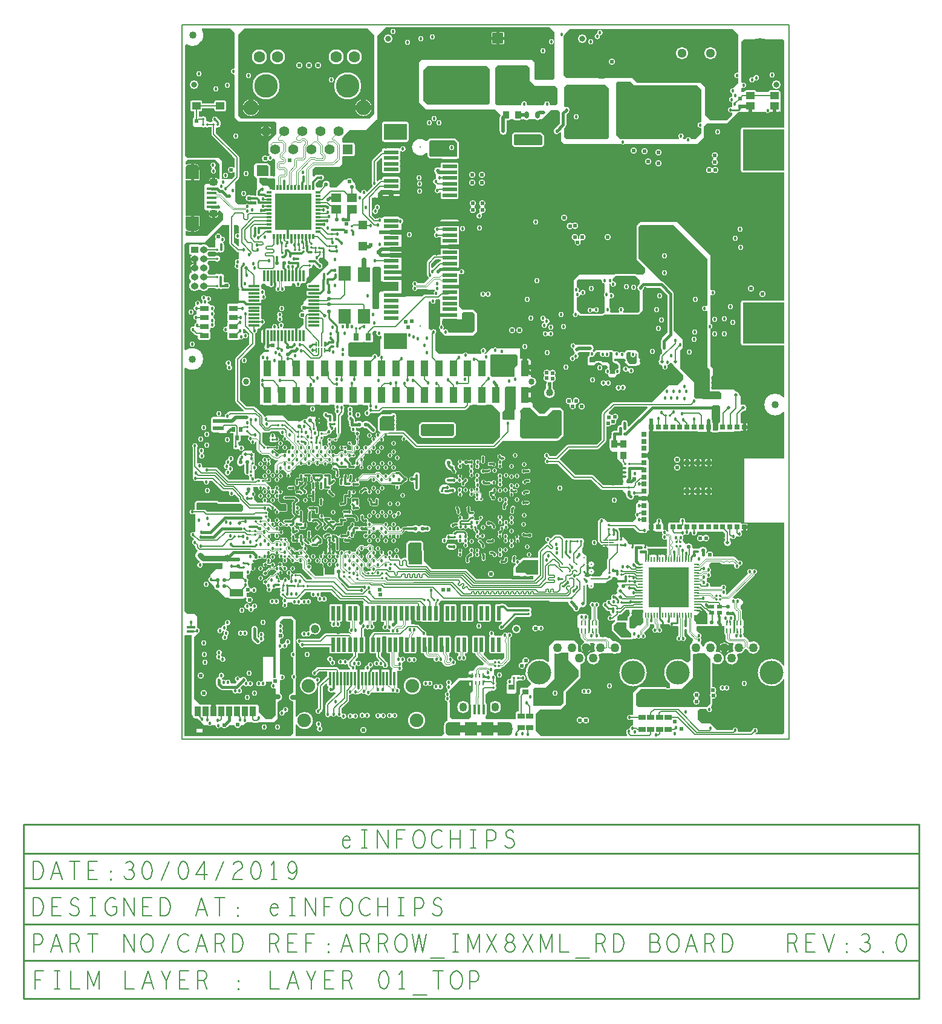
<source format=gbr>
G04 ================== begin FILE IDENTIFICATION RECORD ==================*
G04 Layout Name:  D:/ml/database/eI_Arrow_IMX8XML_RD_LAYOUT1.brd*
G04 Film Name:    L01.gbr*
G04 File Format:  Gerber RS274X*
G04 File Origin:  Cadence Allegro 17.2-S053*
G04 Origin Date:  Tue Jul 23 18:18:26 2019*
G04 *
G04 Layer:  DRAWING FORMAT/L1*
G04 Layer:  DRAWING FORMAT/FILM_LABEL_OUTLINE*
G04 Layer:  PIN/TOP*
G04 Layer:  ETCH/TOP*
G04 Layer:  VIA CLASS/TOP*
G04 Layer:  BOARD GEOMETRY/OUTLINE*
G04 *
G04 Offset:    (0.00 0.00)*
G04 Mirror:    No*
G04 Mode:      Positive*
G04 Rotation:  0*
G04 FullContactRelief:  No*
G04 UndefLineWidth:     5.00*
G04 ================== end FILE IDENTIFICATION RECORD ====================*
%FSLAX25Y25*MOIN*%
%IR0*IPPOS*OFA0.00000B0.00000*MIA0B0*SFA1.00000B1.00000*%
%ADD26C,.01*%
%ADD34O,.009X.032*%
%ADD23C,.02*%
%ADD33O,.032X.009*%
%ADD97C,.013*%
%ADD28C,.04*%
%ADD98R,.025X.006*%
%AMMACRO91*
4,1,24,.0374,-.01722,
.0374,.04085,
-.0374,.04085,
-.0374,-.01722,
-.037042,-.021322,
-.035978,-.0253,
-.034239,-.029033,
-.031878,-.032406,
-.028967,-.035319,
-.025594,-.037682,
-.021863,-.039423,
-.017886,-.04049,
-.013784,-.04085,
-.01378,-.04085,
.01378,-.04085,
.017882,-.040491,
.021859,-.039424,
.025591,-.037684,
.028964,-.035321,
.031875,-.032409,
.034237,-.029036,
.035976,-.025303,
.037042,-.021326,
.0374,-.017224,
.0374,-.01722,
0.0*
%
%ADD91MACRO91*%
%AMMACRO86*
4,1,24,.01722,.0374,
-.04085,.0374,
-.04085,-.0374,
.01722,-.0374,
.021322,-.037042,
.0253,-.035978,
.029033,-.034239,
.032406,-.031878,
.035319,-.028967,
.037682,-.025594,
.039423,-.021863,
.04049,-.017886,
.04085,-.013784,
.04085,-.01378,
.04085,.01378,
.040491,.017882,
.039424,.021859,
.037684,.025591,
.035321,.028964,
.032409,.031875,
.029036,.034237,
.025303,.035976,
.021326,.037042,
.017224,.0374,
.01722,.0374,
0.0*
%
%ADD86MACRO86*%
%ADD36C,.05*%
%ADD25R,.126X.091*%
%ADD17C,.032*%
%ADD104C,.024*%
%ADD22C,.06*%
%ADD20C,.051*%
%ADD56C,.034*%
%ADD103C,.018*%
%ADD66R,.009X.026*%
%ADD39C,.063*%
%ADD53R,.03X.03*%
%ADD41C,.055*%
%ADD29R,.008X.028*%
%ADD38C,.083*%
%ADD94C,.048*%
%ADD35R,.05X.05*%
%ADD21R,.06X.06*%
%ADD42R,.055X.055*%
%ADD100C,.0748*%
%ADD49R,.008X.01968*%
%AMMACRO52*
4,1,6,.008,-.012,
-.008,-.012,
-.008,-.004,
0.0,-.004,
0.0,.012,
.008,.012,
.008,-.012,
0.0*
%
%ADD52MACRO52*%
%AMMACRO48*
4,1,6,.008,.012,
-.008,.012,
-.008,.004,
0.0,.004,
0.0,-.012,
.008,-.012,
.008,.012,
0.0*
%
%ADD48MACRO48*%
%AMMACRO50*
4,1,6,-.008,.012,
.008,.012,
.008,.004,
0.0,.004,
0.0,-.012,
-.008,-.012,
-.008,.012,
0.0*
%
%ADD50MACRO50*%
%ADD76O,.024X.02*%
%ADD75O,.02X.024*%
%ADD11R,.03X.012*%
%ADD80O,.04X.024*%
%ADD12R,.012X.03*%
%ADD81O,.015X.014*%
%ADD79O,.024X.04*%
%ADD44R,.05X.03*%
%ADD31R,.02X.024*%
%ADD82O,.014X.015*%
%ADD14R,.012X.06*%
%ADD13R,.06X.012*%
%ADD68R,.02X.026*%
%ADD67R,.013X.026*%
%ADD54R,.036X.04*%
%ADD40C,.13*%
%ADD37C,.131*%
%ADD16O,.042X.038*%
%ADD57R,.026X.051*%
%ADD43R,.045X.041*%
%ADD74O,.056X.035*%
%ADD72R,.039X.031*%
%ADD65R,.032X.055*%
%ADD73R,.07X.082*%
%ADD71R,.031X.039*%
%ADD64R,.053X.071*%
%ADD61R,.043X.018*%
%ADD15R,.042X.038*%
%ADD96R,.05X.048*%
%ADD30R,.035X.028*%
%ADD19R,.052X.083*%
%ADD102R,.071X.047*%
%ADD93R,.02X.079*%
%AMMACRO85*
4,1,24,-.01722,-.0374,
.04085,-.0374,
.04085,.0374,
-.01722,.0374,
-.021322,.037042,
-.0253,.035978,
-.029033,.034239,
-.032406,.031878,
-.035319,.028967,
-.037682,.025594,
-.039423,.021863,
-.04049,.017886,
-.04085,.013784,
-.04085,.01378,
-.04085,-.01378,
-.040491,-.017882,
-.039424,-.021859,
-.037684,-.025591,
-.035321,-.028964,
-.032409,-.031875,
-.029036,-.034237,
-.025303,-.035976,
-.021326,-.037042,
-.017224,-.0374,
-.01722,-.0374,
0.0*
%
%ADD85MACRO85*%
%ADD60R,.045X.018*%
%ADD47R,.075X.043*%
%ADD10R,.201X.201*%
%ADD101R,.059X.024*%
%AMMACRO90*
4,1,24,-.0374,.01722,
-.0374,-.04085,
.0374,-.04085,
.0374,.01722,
.037042,.021322,
.035978,.0253,
.034239,.029033,
.031878,.032406,
.028967,.035319,
.025594,.037682,
.021863,.039423,
.017886,.04049,
.013784,.04085,
.01378,.04085,
-.01378,.04085,
-.017882,.040491,
-.021859,.039424,
-.025591,.037684,
-.028964,.035321,
-.031875,.032409,
-.034237,.029036,
-.035976,.025303,
-.037042,.021326,
-.0374,.017224,
-.0374,.01722,
0.0*
%
%ADD90MACRO90*%
%ADD78R,.047X.071*%
%ADD77R,.034X.039*%
%ADD32R,.22X.22*%
%ADD95R,.057X.071*%
%ADD63R,.026X.084*%
%ADD46R,.056X.046*%
%ADD27R,.079X.024*%
%ADD89O,.04921X.04331*%
%ADD70R,.067X.083*%
%ADD84O,.04331X.04921*%
%ADD55R,.044X.089*%
%ADD24R,.228X.228*%
%ADD69C,.16535*%
%ADD99R,.01181X.0748*%
%ADD18R,.087X.059*%
%ADD88R,.05315X.01575*%
%ADD83R,.01575X.05315*%
%ADD58R,.02362X.04528*%
%ADD62R,.026X.06299*%
%ADD45R,.02559X.02165*%
%ADD92R,.0748X.07087*%
%ADD87R,.07087X.0748*%
%ADD59R,.04567X.05906*%
%AMMACRO51*
4,1,6,-.008,-.012,
.008,-.012,
.008,-.004,
0.0,-.004,
0.0,.012,
-.008,.012,
-.008,-.012,
0.0*
%
%ADD51MACRO51*%
%ADD105C,.03*%
%ADD106C,.012*%
%ADD107C,.015*%
%ADD108C,.025*%
%ADD109C,.004*%
%ADD110C,.005*%
%ADD111C,.006*%
%ADD112C,.008*%
%ADD113C,.009*%
%ADD114C,.0037*%
%ADD115C,.00425*%
%ADD116C,.00566*%
%ADD119C,.03004*%
%ADD121C,.05004*%
%ADD127C,.03304*%
%ADD117C,.02604*%
%ADD122C,.03604*%
%ADD118C,.06304*%
%ADD129C,.09104*%
%ADD130C,.08304*%
%ADD120C,.04804*%
%ADD128C,.06704*%
%ADD126C,.05804*%
%ADD123C,.09484*%
%ADD131C,.15004*%
%ADD125C,.15104*%
%ADD132R,.0465X.02366*%
%ADD124O,.06334X.06924*%
G75*
%LPD*%
G75*
G36*
G01X13498Y79314D02*
X13718D01*
X15617Y77416D01*
X15911D01*
X15936Y77408D01*
G03X16321Y77350I384J1244D01*
G03X16706Y77408I1J1302D01*
G01X16731Y77416D01*
X17055D01*
G02X17378Y76930I1J-350D01*
G03X17276Y76425I1199J-505D01*
G03X19880I1302J0D01*
G03X19778Y76930I-1301J0D01*
G02X20101Y77416I322J136D01*
G01X20538D01*
X20563Y77408D01*
G03X20948Y77350I384J1244D01*
G03X21002Y77351I3J1302D01*
G01X21079Y77354D01*
X21717Y76716D01*
Y75758D01*
G02X21253Y75427I-350J0D01*
G03X20827Y75499I-427J-1230D01*
G03Y72895I0J-1302D01*
G03X21253Y72967I-1J1302D01*
G02X21717Y72636I114J-331D01*
G01Y71316D01*
X23217Y69816D01*
X25817D01*
X26217Y69416D01*
Y66316D01*
X25917Y66016D01*
X22417D01*
X19617Y68816D01*
X19178D01*
X17885Y70108D01*
G03X16977Y70484I-908J-908D01*
G01X15477D01*
G02X15222Y71074I0J350D01*
G03X15573Y71963I-950J889D01*
G03X12969I-1302J0D01*
G03X13320Y71074I1301J0D01*
G02X13065Y70484I-255J-240D01*
G01X10149D01*
X8395Y72238D01*
X8427Y72340D01*
G03X8500Y72800I-1429J463D01*
G03X8336Y73481I-1502J-1D01*
G01X8317Y73519D01*
Y73961D01*
X8422Y74007D01*
G03Y76393I-522J1193D01*
G01X8317Y76439D01*
Y76916D01*
X8017Y77216D01*
Y79314D01*
X10254D01*
G02X10598Y78898I0J-350D01*
G03X10574Y78652I1278J-249D01*
G03X13178I1302J0D01*
G03X13154Y78898I-1302J-3D01*
G02X13498Y79314I344J66D01*
G37*
G36*
G01X49269Y43200D02*
X50419D01*
G02X50769Y42846I0J-350D01*
G01Y42831D01*
G03X52071Y41529I1302J0D01*
G03X52885Y41815I0J1301D01*
G01X53204Y41496D01*
X53144Y41382D01*
G03X52996Y40779I1154J-603D01*
G03X54057Y39499I1303J0D01*
G01X54200Y39473D01*
Y37634D01*
X54057Y37608D01*
G03X52996Y36328I242J-1280D01*
G03X53352Y35433I1303J0D01*
G02X53345Y34945I-254J-240D01*
G01X52800Y34400D01*
Y31000D01*
X47400D01*
Y34600D01*
X46471Y35529D01*
G03X46692Y36255I-1082J726D01*
G03X45641Y37533I-1303J0D01*
G01X45500Y37560D01*
Y39474D01*
X45641Y39501D01*
G03X46692Y40779I-252J1278D01*
G03X46444Y41544I-1302J1D01*
G01X46755Y41855D01*
G03X47617Y41529I862J977D01*
G03X48919Y42831I0J1302D01*
G01Y42846D01*
G02X49269Y43200I350J4D01*
G37*
G36*
G01X74300Y165200D02*
X75674D01*
G02X75963Y164652I0J-350D01*
G03X75698Y163800I1237J-852D01*
G03X77200Y162298I1502J0D01*
G03X77971Y162511I0J1502D01*
G02X78500Y162210I179J-301D01*
G01Y161000D01*
X77900Y160400D01*
Y151777D01*
G03X77089Y150915I600J-1377D01*
G01X77047Y150800D01*
X76402D01*
Y150978D01*
Y151000D01*
G03X74900Y152502I-1502J0D01*
G03X73400Y151079I0J-1502D01*
G01X73397Y151012D01*
X73184Y150800D01*
X61200D01*
X60400Y151600D01*
Y158200D01*
X61200Y159000D01*
X62881D01*
X62910Y158990D01*
G03X63244Y158932I336J944D01*
G01X66344D01*
G03X66678Y158990I-2J1002D01*
G01X66707Y159000D01*
X69327D01*
X69356Y158990D01*
G03X69690Y158932I336J944D01*
G01X72790D01*
G03X73124Y158990I-2J1002D01*
G01X73153Y159000D01*
X73500D01*
X73900Y159400D01*
Y163000D01*
X73792Y163108D01*
Y163834D01*
G03X73645Y164356I-1002J0D01*
G01X73573Y164473D01*
X74300Y165200D01*
G37*
G36*
G01X213533Y11516D02*
X215017D01*
X215317Y11216D01*
Y8616D01*
X214217Y7516D01*
Y5716D01*
X214017Y5516D01*
X213609D01*
X213574Y5532D01*
G03X212733Y5718I-843J-1816D01*
G03X211858Y5516I1J-2002D01*
G01X208884D01*
X208500Y5900D01*
Y7482D01*
X209427Y8410D01*
G03X209694Y8800I-908J908D01*
G01X209917D01*
Y8816D01*
X210300D01*
G03X211208Y9192I0J1284D01*
G01X213533Y11516D01*
G37*
G36*
G01X-20103Y331900D02*
X-5000D01*
X-2500Y329400D01*
Y310051D01*
G02X-2859Y309701I-350J0D01*
G03X-2900Y309702I-57J-1501D01*
G03Y306698I0J-1502D01*
G03X-2859Y306699I-16J1502D01*
G02X-2500Y306349I9J-350D01*
G01Y283000D01*
X-2400D01*
X-100Y280700D01*
X19700D01*
X20600Y279800D01*
Y274000D01*
X16300Y269700D01*
Y263100D01*
X16965Y262435D01*
G02X16808Y261850I-248J-247D01*
G03X16152Y261476I392J-1450D01*
G02X15679Y261463I-244J251D01*
G03X14500Y261902I-1179J-1364D01*
G03Y258298I0J-1802D01*
G03X15950Y259030I0J1802D01*
G02X16414Y259120I281J-208D01*
G03X17200Y258898I786J1280D01*
G03X18650Y260008I0J1502D01*
G02X19235Y260165I338J-91D01*
G01X20017Y259383D01*
Y258208D01*
G03X19814Y257544I983J-664D01*
G01Y255257D01*
G03X20017Y254593I1186J0D01*
G01Y250816D01*
X19617Y250416D01*
X17617D01*
X17218Y250815D01*
Y256331D01*
X15932Y257618D01*
X9702D01*
X9585Y257500D01*
X9300D01*
X8300Y256500D01*
Y250900D01*
X9900Y249300D01*
Y243162D01*
G03X9418Y242016I1119J-1145D01*
G01Y240941D01*
X9408Y240914D01*
G03X9318Y240366I1611J-546D01*
G01Y240266D01*
G03X9325Y240109I1701J-3D01*
G01X9326Y240101D01*
Y239918D01*
X6422D01*
G03X5489Y240178I-932J-1542D01*
G03Y236574I0J-1802D01*
G03X6156Y236702I0J1802D01*
G01X6187Y236714D01*
X9256D01*
X9493Y236477D01*
X9469Y236381D01*
G03X9418Y235966I1650J-413D01*
G01Y235866D01*
G03X9502Y235337I1701J-1D01*
G01X9535Y235235D01*
X9200Y234900D01*
X5496D01*
G03X3486I-1005J-1115D01*
G01X-200D01*
X-1900Y236600D01*
Y247289D01*
X-142Y249048D01*
G03X234Y249956I-908J908D01*
G01Y260750D01*
G03X-142Y261658I-1284J0D01*
G01X-12600Y274117D01*
Y276963D01*
G02X-12153Y277299I350J0D01*
G03X-11681Y277232I473J1635D01*
G03X-9980Y278934I0J1701D01*
G01Y279034D01*
G03X-10161Y279798I-1701J0D01*
G01X-10180Y279835D01*
Y280381D01*
G03X-10619Y281443I-1501J1D01*
G01X-12138Y282962D01*
G03X-13200Y283402I-1062J-1062D01*
G03X-14702Y281900I0J-1502D01*
G03X-14460Y281083I1502J1D01*
G02X-14605Y280576I-294J-190D01*
G03X-15056Y280268I722J-1541D01*
G01X-16168D01*
X-16300Y280400D01*
X-16399D01*
X-16444Y280431D01*
G03X-17414Y280734I-969J-1398D01*
G03X-17633Y280720I-1J-1701D01*
G02X-18009Y281181I-45J347D01*
G03X-17916Y281733I-1609J555D01*
G01Y281833D01*
G03X-19618Y283534I-1701J0D01*
G03X-20789Y283068I-1J-1701D01*
G01X-22132D01*
Y286114D01*
X-21233D01*
G03X-20232Y287116I0J1001D01*
G01Y287882D01*
X-13534D01*
Y287116D01*
G03X-12533Y286114I1002J0D01*
G01X-8033D01*
G03X-7032Y287116I0J1001D01*
G01Y291216D01*
G03X-8033Y292218I-1002J0D01*
G01X-12533D01*
G03X-13534Y291216I0J-1001D01*
G01Y290450D01*
X-20232D01*
Y291216D01*
G03X-21233Y292218I-1002J0D01*
G01X-25733D01*
G03X-26734Y291216I0J-1001D01*
G01Y287116D01*
G03X-25733Y286114I1002J0D01*
G01X-24702D01*
Y282887D01*
X-24808Y282842D01*
G03X-25418Y281920I392J-922D01*
G01Y279520D01*
G03X-25403Y279343I1001J-4D01*
G01X-25400Y279328D01*
Y278400D01*
X-24500Y277500D01*
X-20535D01*
G03X-19618Y277232I917J1433D01*
G03X-18741Y277475I1J1701D01*
G01X-18699Y277500D01*
X-18333D01*
X-18291Y277475D01*
G03X-17414Y277232I876J1458D01*
G03X-16537Y277475I1J1701D01*
G01X-16495Y277500D01*
X-16200D01*
X-16000Y277700D01*
X-15170D01*
Y273585D01*
G03X-14793Y272677I1285J1D01*
G01X-2334Y260218D01*
Y255460D01*
G02X-2938Y255219I-350J0D01*
G03X-4243Y255778I-1305J-1244D01*
G03Y252174I0J-1802D01*
G03X-2938Y252733I0J1803D01*
G02X-2334Y252492I254J-241D01*
G01Y250488D01*
X-3923Y248900D01*
X-9500D01*
Y259000D01*
X-11100Y260600D01*
X-28500D01*
X-29800Y261900D01*
Y322600D01*
X-29046Y323354D01*
X-28925Y323271D01*
G03X-25500Y322198I3425J4930D01*
G03X-19498Y328200I0J6002D01*
G03X-20400Y331365I-6002J0D01*
G02X-20103Y331900I297J185D01*
G37*
G36*
G01X207132Y123416D02*
X225094D01*
G02X225341Y122818I0J-350D01*
G01X214951Y112428D01*
G02X214354Y112675I-247J247D01*
G01Y114302D01*
G03X210850I-1752J0D01*
G01Y113699D01*
G02X210483Y113349I-350J0D01*
G03X210398Y113352I-104J-1748D01*
G03X208646Y111600I0J-1752D01*
G01Y110152D01*
X206902D01*
G03X205150Y108400I0J-1752D01*
G01Y106050D01*
X205112Y106012D01*
G03X204216Y105016I106J-996D01*
G01Y101016D01*
G03X204700Y100158I1003J0D01*
G01Y99000D01*
X207500Y96200D01*
Y95900D01*
X209051Y94349D01*
X209064Y94309D01*
G03X209710Y93663I953J307D01*
G01X209750Y93650D01*
X210676Y92724D01*
G03X210909Y92406I1140J591D01*
G01X211414Y91901D01*
X211418Y91836D01*
G03X211600Y91191I1697J131D01*
G01Y80086D01*
X201030D01*
X195708Y85408D01*
G03X194800Y85784I-908J-908D01*
G01X185532D01*
X177108Y94208D01*
G03X176988Y94314I-909J-908D01*
G02X176956Y94838I215J276D01*
G01X182033Y99916D01*
X197700D01*
G03X198608Y100292I0J1284D01*
G01X202208Y103892D01*
G03X202584Y104800I-908J908D01*
G01Y112346D01*
G02X203056Y112675I350J1D01*
G03X203680Y112563I625J1690D01*
G03X205258Y113494I0J1803D01*
G02X205496Y113562I153J-85D01*
G03X206372Y113335I876J1575D01*
G03X208174Y115137I0J1802D01*
G03X208061Y115766I-1802J1D01*
G02X208228Y116199I328J122D01*
G03X209202Y117800I-829J1601D01*
G03X207400Y119602I-1802J0D01*
G03X205901Y118800I0J-1802D01*
G02X205330Y118783I-292J194D01*
G03X204030Y119497I-1441J-1083D01*
G02X203810Y120093I27J349D01*
G01X207132Y123416D01*
G37*
G36*
G01X108549Y204532D02*
X111200D01*
Y203540D01*
X110856D01*
G03X109948Y203163I1J-1285D01*
G01X106699Y199914D01*
G02X106102Y200162I-247J248D01*
G01Y202085D01*
X108549Y204532D01*
G37*
G36*
G01X-2698Y223700D02*
X-800D01*
X0Y222900D01*
Y219196D01*
G02X-435Y218857I-350J0D01*
G03X-800Y218902I-365J-1458D01*
G03Y215898I0J-1502D01*
G03X-435Y215943I0J1503D01*
G02X0Y215604I85J-339D01*
G01Y212062D01*
G02X-597Y211815I-350J1D01*
G01X-2698Y213916D01*
Y223700D01*
G37*
G36*
G01X75871Y13816D02*
X78166D01*
Y5741D01*
G03X79168Y4739I1002J0D01*
G01X80056D01*
Y3390D01*
X79951Y3344D01*
G03X79041Y1964I591J-1380D01*
G03X80543Y462I1502J0D01*
G03X81516Y820I0J1501D01*
G02X81970I227J-267D01*
G03X82943Y462I973J1143D01*
G03X83044Y465I6J1502D01*
G02X83417Y97I24J-349D01*
G03X83415Y13I1500J-78D01*
G03X83432Y-213I1502J-1D01*
G02X83086Y-616I-346J-53D01*
G01X74935D01*
G03X74027Y-992I0J-1284D01*
G01X72961Y-2058D01*
G03X72604Y-2741I907J-909D01*
G03X71867Y-3707I265J-966D01*
G01Y-11607D01*
G03X72869Y-12609I1002J0D01*
G01X75734D01*
Y-14333D01*
G03X76111Y-15241I1285J1D01*
G01X77260Y-16391D01*
G02X77240Y-16905I-247J-248D01*
G03X77138Y-17000I972J-1145D01*
G02X76888I-125J122D01*
G03X75813Y-16547I-1075J-1049D01*
G03Y-19551I0J-1502D01*
G03X76786Y-19193I0J1501D01*
G02X77240I227J-267D01*
G03X78213Y-19551I973J1143D01*
G03X78813Y-19426I0J1503D01*
G02X79286Y-19640I140J-321D01*
G03X80717Y-20686I1431J456D01*
G03X82219Y-19184I0J1502D01*
G03X82024Y-18444I-1502J0D01*
G01X82002Y-18404D01*
Y-18031D01*
G03X81625Y-17123I-1285J-1D01*
G01X78304Y-13801D01*
Y-12575D01*
X78410Y-12529D01*
G03X79021Y-11607I-390J922D01*
G01Y-3707D01*
G03X79013Y-3579I-1002J2D01*
G02X79360Y-3184I347J45D01*
G01X80977D01*
G02X81324Y-3579I0J-350D01*
G03X81316Y-3707I994J-126D01*
G01Y-11607D01*
G03X82318Y-12609I1002J0D01*
G01X83206D01*
Y-19086D01*
G03X83553Y-19925I1186J-1D01*
G01X84551Y-20923D01*
G03X84617Y-20984I838J840D01*
G02X84389Y-21600I-227J-266D01*
G01X72548D01*
G02X72222Y-21123I0J350D01*
G03X72319Y-20699I-1400J543D01*
G02X72640Y-20378I349J-28D01*
G03X74022Y-18881I-120J1497D01*
G03X72520Y-17379I-1502J0D01*
G03X71023Y-18761I0J-1502D01*
G02X70702Y-19082I-349J28D01*
G03X69320Y-20579I120J-1497D01*
G03X69422Y-21123I1502J0D01*
G02X69096Y-21600I-326J-127D01*
G01X64503D01*
G02X64184Y-21105I0J350D01*
G03X64319Y-20484I-1367J622D01*
G03X64153Y-19798I-1502J0D01*
G02X64285Y-19338I311J160D01*
G03X64486Y-19193I-775J1287D01*
G02X64940I227J-267D01*
G03X65913Y-19551I973J1143D01*
G03Y-16547I0J1502D01*
G03X64940Y-16905I0J-1501D01*
G02X64486I-227J267D01*
G03X64279Y-16757I-974J-1143D01*
G02X64209Y-16208I178J302D01*
G01X65328Y-15089D01*
G03X65704Y-14181I-908J908D01*
G01Y-12609D01*
X68570D01*
G03X69572Y-11607I0J1002D01*
G01Y-3707D01*
G03X68961Y-2785I-1001J0D01*
G01X68854Y-2739D01*
Y738D01*
X69309Y1193D01*
G02X69828Y1166I247J-248D01*
G03X70994Y611I1166J947D01*
G03X71967Y969I0J1501D01*
G02X72421I227J-267D01*
G03X73394Y611I973J1143D01*
G03X74896Y2113I0J1502D01*
G03X73986Y3493I-1501J0D01*
G01X73880Y3539D01*
Y4739D01*
X74869D01*
G03X75871Y5741I0J1002D01*
G01Y13816D01*
G37*
G36*
G01X69702Y35315D02*
Y35602D01*
X69997D01*
X70040Y35491D01*
G03X70175Y35286I559J221D01*
G01X71063Y34398D01*
G03X71488Y34222I425J425D01*
G01X72500D01*
Y32991D01*
G02X71969Y32692I-350J0D01*
G03X71398Y32852I-572J-942D01*
G03X70546Y32448I1J-1102D01*
G02X70028Y32423I-270J222D01*
G01X69102Y33349D01*
Y34465D01*
X69526Y34890D01*
G03X69702Y35315I-425J425D01*
G37*
G36*
G01X28728Y44814D02*
X29368D01*
X30892Y43291D01*
G03X31317Y43114I426J425D01*
G01X32952D01*
Y42937D01*
Y42916D01*
G03X33685Y41745I1302J0D01*
G01X33784Y41697D01*
Y41412D01*
X33182D01*
G03X32027Y42113I-1155J-601D01*
G03X31105Y41730I0J-1301D01*
G02X30609I-248J247D01*
G01X28414Y43926D01*
G02X28431Y44436I247J247D01*
G03X28728Y44814I-858J980D01*
G37*
G36*
G01X70599Y45199D02*
G02X70959Y44933I20J-349D01*
G03X71620Y44090I1264J311D01*
G02X71705Y43533I-163J-310D01*
G01X70284Y42111D01*
G03X70108Y41686I425J-425D01*
G01Y40291D01*
G03X70284Y39866I601J0D01*
G01X70898Y39251D01*
Y38331D01*
X70175Y37607D01*
G03X70118Y37541I425J-425D01*
G02X69566Y37528I-281J209D01*
G03X69526Y37572I-464J-382D01*
G01X68111Y38988D01*
G02X68211Y39553I247J248D01*
G03X68963Y40733I-550J1180D01*
G03X67661Y42035I-1302J0D01*
G03X66481Y41283I0J-1302D01*
G02X65916Y41183I-317J147D01*
G01X65824Y41274D01*
G02X65935Y41844I248J248D01*
G03X66002Y44209I-510J1198D01*
G01Y44799D01*
X66075Y44872D01*
X66307D01*
X66344Y44747D01*
G03X68891Y45035I1248J372D01*
G01X68902Y45198D01*
X70566D01*
G03X70599Y45199I-2J602D01*
G37*
G36*
G01X209416Y56716D02*
X217668D01*
X220092Y54292D01*
G03X221000Y53916I908J908D01*
G01X222921D01*
G03X223700Y53698I779J1283D01*
G03X225190Y55011I0J1502D01*
G02X225698Y55278I347J-44D01*
G03X225883Y55232I187J356D01*
G01X228897D01*
X228947Y55143D01*
G03X229820Y54632I873J490D01*
G01X232820D01*
G03X232989Y54647I-4J1002D01*
G02X233188Y54433I29J-173D01*
G03X233145Y54076I1459J-357D01*
G03X233503Y53103I1501J0D01*
G02Y52649I-267J-227D01*
G03X233145Y51676I1143J-973D01*
G03X234647Y50174I1502J0D01*
G03X235404Y50379I0J1502D01*
G02X235930Y50076I176J-303D01*
G01Y46300D01*
X235596D01*
X235585Y46301D01*
G03X235367Y46316I-226J-1686D01*
G01X235267D01*
G03X235049Y46301I8J-1701D01*
G01X235038Y46300D01*
X233396D01*
X233385Y46301D01*
G03X233167Y46316I-226J-1686D01*
G01X233067D01*
G03X232849Y46301I8J-1701D01*
G01X232838Y46300D01*
X231196D01*
X231185Y46301D01*
G03X230967Y46316I-226J-1686D01*
G01X230867D01*
G03X230649Y46301I8J-1701D01*
G01X230638Y46300D01*
X228996D01*
X228985Y46301D01*
G03X228767Y46316I-226J-1686D01*
G01X228667D01*
G03X228449Y46301I8J-1701D01*
G01X228438Y46300D01*
X226796D01*
X226785Y46301D01*
G03X226567Y46316I-226J-1686D01*
G01X226467D01*
G03X226249Y46301I8J-1701D01*
G01X226238Y46300D01*
X225400D01*
X224300Y47400D01*
X222551D01*
G03X221617Y47670I-934J-1482D01*
G01X219121D01*
G03X218187Y47400I0J-1752D01*
G01X215400D01*
X214400Y48400D01*
Y49100D01*
X212100Y51400D01*
X210000D01*
Y54400D01*
G03X209560Y55462I-1502J0D01*
G01X209200Y55821D01*
Y56500D01*
X209416Y56716D01*
G37*
G36*
G01X17780Y109916D02*
X21895D01*
G02X21976Y109771I-1079J-698D01*
G01X21988Y109744D01*
X22170Y109562D01*
G03X22341Y109468I247J247D01*
G02X22615Y109124I-76J-342D01*
G01Y109116D01*
G03X23917Y107814I1302J0D01*
G03X24336Y107883I1J1302D01*
G02X24798Y107552I112J-331D01*
G01Y107301D01*
G03X24859Y106924I1202J1D01*
G03X24043Y105716I486J-1208D01*
G03X25345Y104414I1302J0D01*
G03X26284Y104814I0J1302D01*
G02X26783Y104819I252J-243D01*
G01X29090Y102512D01*
G02X29045Y101979I-247J-248D01*
G03X28498Y100918I755J-1061D01*
G03X28566Y100503I1302J0D01*
G01X28600Y100400D01*
X28088Y99888D01*
X27985Y99922D01*
G03X27573Y99989I-412J-1235D01*
G03X26271Y98687I0J-1302D01*
G03X26338Y98275I1302J0D01*
G01X26372Y98172D01*
X25929Y97729D01*
X25822Y97771D01*
G03X25345Y97861I-476J-1212D01*
G03X24873Y97772I1J-1302D01*
G01X24842Y97760D01*
X23259D01*
G03X22409Y97409I-1J-1202D01*
G01X22243Y97242D01*
X22098Y97387D01*
X22085Y97415D01*
G03X21015Y98204I-1268J-599D01*
G01X20957Y98212D01*
X20083Y99086D01*
G03X19787Y99260I-484J-484D01*
G03X19105Y99827I-1123J-658D01*
G01X18990Y99869D01*
Y100166D01*
X19761D01*
G03X20869Y99549I1108J686D01*
G03Y102153I0J1302D01*
G03X19761Y101536I0J-1303D01*
G01X17091D01*
G03X16102Y102152I-989J-486D01*
G03X15344Y101850I0J-1102D01*
G02X14845Y101867I-241J254D01*
G03X14806Y101908I-950J-864D01*
G01X12984Y103730D01*
Y108602D01*
G03X12961Y108844I-1285J0D01*
G02X13305Y109260I344J66D01*
G01X14194D01*
X14204Y109259D01*
G03X14358Y109250I152J1275D01*
G01X16582D01*
G03X17490Y109626I0J1284D01*
G01X17780Y109916D01*
G37*
G36*
G01X53160Y112219D02*
G02X53632Y111891I122J-328D01*
G01Y109216D01*
G03X53706Y108789I1285J3D01*
G01X53716Y108761D01*
Y108716D01*
G03X54316Y107676I1201J0D01*
G01Y107084D01*
X53538Y106306D01*
X53456Y106314D01*
G03X53350Y106320I-115J-1095D01*
G01X53250D01*
G03X52327Y105820I0J-1102D01*
G01X50790D01*
G03X49867Y106320I-923J-602D01*
G01X49767D01*
G03X48666Y105218I0J-1101D01*
G03X49050Y104382I1102J0D01*
G02Y103850I-228J-266D01*
G03X48666Y103014I718J-836D01*
G03X49216Y102061I1101J0D01*
G01Y101108D01*
X48907D01*
X48872Y101236D01*
G03X47617Y102191I-1255J-347D01*
G03X46697Y101811I-1J-1302D01*
G02X46100Y102058I-247J248D01*
G01Y105296D01*
X46192Y105345D01*
G03X46768Y106314I-526J968D01*
G03X46651Y106809I-1101J1D01*
G02X46964Y107316I312J157D01*
G01X48218D01*
G03X49068Y107668I0J1202D01*
G01X49444Y108045D01*
X49471Y108057D01*
G03X49699Y108198I-558J1157D01*
G01X49701D01*
G03X51202Y109700I-1J1502D01*
G03X51174Y109990I-1502J1D01*
G01X51170Y110006D01*
Y110198D01*
X51400D01*
G03X52902Y111700I0J1502D01*
G03X52877Y111969I-1502J-4D01*
G02X53004Y112170I172J32D01*
G03X53160Y112219I-431J1646D01*
G37*
G36*
G01X60600Y94820D02*
G02X60956Y95170I350J0D01*
G03X61933Y95584I24J1302D01*
G02X62425Y95604I256J-238D01*
G03X63167Y95316I743J814D01*
G01X63267D01*
G03X63566Y97478I0J1102D01*
G02X63414Y98062I96J337D01*
G01X64042Y98691D01*
G03X64218Y99116I-425J425D01*
G01Y99389D01*
G02X64752Y99687I350J0D01*
G03X65634Y102083I682J1109D01*
G01X65577Y102091D01*
X65413Y102255D01*
X65739Y102582D01*
G03X65916Y103007I-425J426D01*
G01Y104510D01*
G03X66416Y105433I-602J923D01*
G01Y105533D01*
G03X65916Y106456I-1102J0D01*
G01Y107448D01*
G03X64973Y110075I-599J1268D01*
G02X64549Y110506I-86J339D01*
G03X64517Y111399I-1449J395D01*
G02X64847Y111866I330J117D01*
G01X64999D01*
X65047Y111828D01*
G03X67886Y112205I1235J1575D01*
G02X68446I280J-209D01*
G03X70490Y111451I1603J1198D01*
G01X70584Y111472D01*
X72679Y109378D01*
G03X73917Y108865I1238J1237D01*
G03X75668Y110616I0J1751D01*
G03X75155Y111854I-1750J0D01*
G01X72271Y114738D01*
G03X71493Y115190I-1239J-1237D01*
G03X68446Y115001I-1443J-1387D01*
G02X67886I-280J209D01*
G03X65080Y115404I-1604J-1198D01*
G01X65034Y115368D01*
X64138D01*
Y116214D01*
G03X63624Y117452I-1751J-1D01*
G01X62938Y118138D01*
G03X62701Y118337I-1240J-1236D01*
G02X62601Y118804I200J287D01*
G03X62457Y120549I-1288J772D01*
G02Y121003I267J227D01*
G03X62815Y121976I-1143J973D01*
G03X59811I-1502J0D01*
G03X60169Y121003I1501J0D01*
G02Y120549I-267J-227D01*
G03X60296Y118471I1144J-973D01*
G02X60332Y117994I-237J-258D01*
G03X60462Y115662I1368J-1093D01*
G01X60634Y115489D01*
Y113617D01*
G03X61604Y112050I1751J0D01*
G02X61760Y111579I-156J-313D01*
G03X63516Y109457I1340J-679D01*
G02X63953Y109040I96J-337D01*
G03X64712Y107451I1364J-324D01*
G01Y106456D01*
G03X64212Y105533I602J-923D01*
G01Y105433D01*
G03X64712Y104510I1102J0D01*
G01Y103256D01*
X63522Y102066D01*
G02X62979Y102127I-247J248D01*
G03X62895Y102231I-507J-324D01*
G01X62170Y102957D01*
G03X62133Y103027I-550J-246D01*
G01X62146Y103092D01*
G03X61067Y104416I-1079J222D01*
G01X60967D01*
G03Y102212I0J-1102D01*
G01X61067D01*
G03X61129Y102214I-5J1102D01*
G01X61205Y102219D01*
G03X61224Y102202I411J440D01*
G01X61868Y101557D01*
Y99566D01*
X61821Y99518D01*
X60091D01*
G03X59775Y99428I0J-601D01*
G03X59569Y99625I-997J-837D01*
G02X59501Y100111I213J278D01*
G03X59716Y100766I-886J654D01*
G01Y100866D01*
G03X57916Y101717I-1101J0D01*
G02X57440Y101746I-222J270D01*
G03X57412Y99924I-944J-897D01*
G02X57889Y99938I246J-249D01*
G03X57956Y99883I732J823D01*
G01X58026Y99743D01*
X57961Y99607D01*
G03X57550Y99028I816J-1015D01*
G02X57146Y98804I-329J118D01*
G03X57017Y98818I-129J-587D01*
G01X56117D01*
G03X55692Y98641I1J-602D01*
G01X54218Y97168D01*
X53226D01*
G03X51460Y97716I-1155J-602D01*
G01X51345Y97655D01*
X50990Y98010D01*
X51038Y98119D01*
G03X50460Y99786I-1194J520D01*
G01Y100120D01*
X50393D01*
X50263Y100412D01*
G03X50418Y100816I-446J403D01*
G01Y102061D01*
G03X50584Y103850I-551J953D01*
G02Y104382I228J266D01*
G03X50790Y104616I-716J838D01*
G01X52327D01*
G03X53250Y104116I923J602D01*
G01X53350D01*
G03X54436Y105400I0J1101D01*
G01X54421Y105489D01*
X55342Y106410D01*
G03X55518Y106835I-425J425D01*
G01Y107676D01*
G03X56118Y108716I-601J1040D01*
G01Y108761D01*
X56128Y108789D01*
G03X56202Y109216I-1211J430D01*
G01Y118184D01*
X57609Y119592D01*
G03X57986Y120500I-908J909D01*
G01Y121984D01*
G03X57521Y124021I-1285J778D01*
G02X57580Y124339I96J147D01*
G03X57740Y124388I-212J979D01*
G01X57771Y124400D01*
X60441D01*
X60472Y124388D01*
G03X60843Y124316I373J930D01*
G01X65243D01*
G03X65614Y124388I-2J1002D01*
G01X65645Y124400D01*
X68315D01*
X68346Y124388D01*
G03X68717Y124316I373J930D01*
G01X70774D01*
G02X71124Y123963I0J-350D01*
G03X71429Y123039I1502J-17D01*
G02X71403Y122586I-279J-211D01*
G03X70990Y121619I1087J-1036D01*
G02X70668Y121286I-350J16D01*
G03X72281Y119619I121J-1497D01*
G02X72674Y119926I348J-40D01*
G03X72839Y119916I160J1274D01*
G01X77200D01*
G03X78108Y120292I0J1284D01*
G01X79432Y121616D01*
X124600D01*
G03X125508Y121992I0J1284D01*
G01X126943Y123427D01*
G03X127308Y124165I-908J908D01*
G01X127328Y124316D01*
X128235D01*
G03X128606Y124388I-2J1002D01*
G01X128637Y124400D01*
X131307D01*
X131338Y124388D01*
G03X131709Y124316I373J930D01*
G01X136109D01*
G03X136480Y124388I-2J1002D01*
G01X136511Y124400D01*
X139181D01*
X139212Y124388D01*
G03X139583Y124316I373J930D01*
G01X139883D01*
X144100Y120100D01*
Y106916D01*
X140185Y103000D01*
X98449D01*
X91625Y109824D01*
G03X90717Y110200I-908J-908D01*
G01X86718D01*
Y110568D01*
X86737Y110605D01*
G03X86916Y111366I-1522J760D01*
G01Y111466D01*
G03X86737Y112227I-1701J1D01*
G01X86718Y112264D01*
Y112868D01*
X86737Y112905D01*
G03X86916Y113666I-1522J760D01*
G01Y113766D01*
G03X86737Y114527I-1701J1D01*
G01X86718Y114564D01*
Y115068D01*
X86737Y115105D01*
G03X86916Y115866I-1522J760D01*
G01Y115966D01*
G03X86737Y116727I-1701J1D01*
G01X86718Y116764D01*
Y117268D01*
X86737Y117305D01*
G03X86916Y118066I-1522J760D01*
G01Y118166D01*
G03X86737Y118927I-1701J1D01*
G01X86718Y118964D01*
Y119131D01*
X85832Y120018D01*
X84502D01*
X83802Y119318D01*
X78502D01*
X76598Y117414D01*
Y110418D01*
X77802Y109214D01*
X77920D01*
G02X78167Y108617I-1J-350D01*
G01X78126Y108576D01*
G02X77602Y108610I-247J248D01*
G03X76570Y109118I-1032J-794D01*
G03X75268Y107816I0J-1302D01*
G03X75776Y106784I1302J0D01*
G02X75810Y106260I-214J-277D01*
G01X75598Y106048D01*
X75460Y106186D01*
X75449Y106203D01*
G03X73517Y104510I-1106J-687D01*
G02X73542Y103992I-222J-270D01*
G01X71337Y101787D01*
G02X70835Y101794I-248J247D01*
G03X69889Y102201I-946J-896D01*
G03X68587Y100899I0J-1302D01*
G03X68994Y99953I1303J0D01*
G02X69001Y99451I-240J-254D01*
G01X68840Y99291D01*
X68708Y99423D01*
X68701Y99433D01*
G03X66757Y97712I-1039J-784D01*
G02X66762Y97212I-242J-252D01*
G01X65311Y95762D01*
G03X65206Y95641I853J-846D01*
G01X64584Y95020D01*
G03X64232Y94170I850J-850D01*
G01Y92587D01*
X64221Y92556D01*
G03X64163Y91801I1213J-473D01*
G02X63736Y91386I-342J-76D01*
G03X63467Y91420I-272J-1068D01*
G01X63367D01*
G03X62940Y91333I2J-1102D01*
G01X62907Y91320D01*
X62118D01*
Y91894D01*
G03X61825Y92602I-1002J0D01*
G01X60600Y93827D01*
Y94820D01*
G37*
G36*
G01X13300Y191300D02*
X14200D01*
X15600Y189900D01*
X16447D01*
G03X19197I1375J822D01*
G01X20112D01*
G02X20383Y189329I0J-350D01*
G03X20045Y188380I1163J-949D01*
G03X21547Y186878I1502J0D01*
G03X22520Y187236I0J1501D01*
G02X22974I227J-267D01*
G03X23947Y186878I973J1143D01*
G03X25449Y188380I0J1502D01*
G03X25111Y189329I-1501J0D01*
G02X25382Y189900I271J221D01*
G01X28500D01*
X29900Y191300D01*
X30670D01*
G02X31019Y190925I0J-350D01*
G03X31015Y190816I1498J-110D01*
G03X34019I1502J0D01*
G03X34015Y190925I-1502J-1D01*
G02X34364Y191300I349J25D01*
G01X34500D01*
X34764Y191564D01*
X36152D01*
G03X37154Y192566I0J1002D01*
G01Y193954D01*
X38600Y195400D01*
Y199340D01*
G02X38784Y199515I175J0D01*
G03X38867Y199512I103J1698D01*
G01X38967D01*
G03X40668Y201214I0J1701D01*
G03X40652Y201453I-1701J6D01*
G01X40639Y201539D01*
X40917Y201816D01*
X41419D01*
X43468Y199768D01*
G03X44600Y199298I1133J1131D01*
G03X46202Y200900I0J1602D01*
G03X45732Y202032I-1601J-1D01*
G01X43841Y203924D01*
G02X43848Y204426I247J248D01*
G03X44264Y205117I-1031J1092D01*
G01X44277Y205161D01*
X44716Y205600D01*
X46900D01*
X49200Y203300D01*
Y201700D01*
X38952Y191452D01*
X38267D01*
G03X37266Y190451I0J-1001D01*
G01Y189250D01*
G03X37500Y188607I1001J0D01*
G01Y187155D01*
G03X37266Y186512I767J-643D01*
G01Y185310D01*
G03X37500Y184667I1001J0D01*
G01Y183215D01*
G03X37346Y182964I767J-644D01*
G01X37332Y182932D01*
X35700Y181300D01*
Y179826D01*
X35560Y179797D01*
G03Y176265I357J-1766D01*
G01X35700Y176236D01*
Y175701D01*
X35497D01*
X35470Y175710D01*
G03X34903Y175802I-568J-1710D01*
G01X34900D01*
G03Y172198I0J-1802D01*
G03X35220Y172227I-2J1802D01*
G02X35632Y171882I62J-344D01*
G01Y168933D01*
X33167Y166468D01*
X32982D01*
G03X32648Y166410I2J-1002D01*
G01X32619Y166400D01*
X30606D01*
X30578Y166410D01*
G03X30242Y166468I-336J-944D01*
G01X24410D01*
G02X24201Y167098I1J350D01*
G03X24802Y168300I-902J1202D01*
G03X21798I-1502J0D01*
G03X22399Y167098I1503J0D01*
G02X22190Y166468I-210J-280D01*
G01X21521D01*
G02X21196Y166947I1J350D01*
G03X21302Y167500I-1396J554D01*
G03X18298I-1502J0D01*
G03X18404Y166947I1502J1D01*
G02X18079Y166468I-326J-129D01*
G01X15252D01*
G03X14570Y166200I0J-1002D01*
G01X13200D01*
X12300Y165300D01*
Y159100D01*
X12700Y158700D01*
X13500D01*
X14200Y158000D01*
Y156982D01*
X14187Y156951D01*
G03X14066Y156318I1581J-630D01*
G03X14187Y155685I1702J-3D01*
G01X14200Y155654D01*
Y153900D01*
X11700Y151400D01*
Y138364D01*
X11689Y138335D01*
G03X11598Y137819I1411J-515D01*
G03X11689Y137303I1502J-1D01*
G01X11700Y137274D01*
Y135964D01*
X11689Y135935D01*
G03X11598Y135419I1411J-515D01*
G03X11689Y134903I1502J-1D01*
G01X11700Y134874D01*
Y124400D01*
X13197D01*
X13228Y124388D01*
G03X13599Y124316I373J930D01*
G01X17999D01*
G03X18370Y124388I-2J1002D01*
G01X18401Y124400D01*
X21071D01*
X21102Y124388D01*
G03X21473Y124316I373J930D01*
G01X25873D01*
G03X26244Y124388I-2J1002D01*
G01X26275Y124400D01*
X28945D01*
X28976Y124388D01*
G03X29347Y124316I373J930D01*
G01X33747D01*
G03X34118Y124388I-2J1002D01*
G01X34149Y124400D01*
X36819D01*
X36850Y124388D01*
G03X37221Y124316I373J930D01*
G01X41621D01*
G03X41992Y124388I-2J1002D01*
G01X42023Y124400D01*
X44693D01*
X44724Y124388D01*
G03X45095Y124316I373J930D01*
G01X49495D01*
G03X49866Y124388I-2J1002D01*
G01X49897Y124400D01*
X52567D01*
X52598Y124388D01*
G03X52675Y124361I370J931D01*
G02X52883Y123866I-103J-335D01*
G03X52715Y123176I1333J-690D01*
G03X53073Y122203I1501J0D01*
G02Y121749I-267J-227D01*
G03X52715Y120776I1143J-973D01*
G03X53623Y119397I1501J0D01*
G02X53717Y119174I-70J-161D01*
G03X53632Y118716I1200J-460D01*
G01Y115736D01*
G02X53160Y115409I-350J1D01*
G03X52567Y115516I-594J-1595D01*
G01X52467D01*
G03X52339Y115511I2J-1702D01*
G02X51963Y115887I-27J349D01*
G03X51968Y116018I-1696J130D01*
G03X51832Y116685I-1701J1D01*
G01X51818Y116717D01*
Y117415D01*
X51832Y117447D01*
G03X51968Y118113I-1565J666D01*
G01Y118114D01*
G03X50267Y119816I-1702J0D01*
G01X50167D01*
G03X49619Y119725I1J-1702D01*
G01X49592Y119716D01*
X49454D01*
X49049Y120120D01*
G03X47917Y120590I-1133J-1131D01*
G03X46316Y118990I0J-1601D01*
G01Y118988D01*
G03X46785Y117856I1601J0D01*
G01X47659Y116982D01*
G03X48375Y116567I1134J1131D01*
G01X48505Y116398D01*
X48501Y116363D01*
G03X48466Y116021I1666J-343D01*
G01Y116018D01*
G03X48871Y114916I1702J0D01*
G03X48466Y113814I1297J-1102D01*
G01Y113811D01*
G03X48692Y112965I1701J1D01*
G01X48716Y112925D01*
Y112698D01*
G03X49155Y111638I1501J1D01*
G01X49167Y111627D01*
G02X49067Y111062I-248J-248D01*
G03X48540Y110654I633J-1362D01*
G03X48492Y110608I864J-950D01*
G01X48008Y110124D01*
G03X47745Y109744I907J-909D01*
G01X47720Y109720D01*
X46100D01*
Y109800D01*
X43800D01*
X43011Y110589D01*
X43039Y110687D01*
G03X43104Y111150I-1637J466D01*
G01Y111250D01*
G03X42800Y112220I-1702J-1D01*
G01Y113900D01*
X43100Y114200D01*
X44300D01*
X44720Y114620D01*
Y117040D01*
X44050Y117710D01*
Y117730D01*
X40606D01*
G03X39316Y118202I-1291J-1530D01*
G03X37368Y116660I0J-2001D01*
G02X36865Y116430I-341J80D01*
G03X36167Y116602I-698J-1330D01*
G03X34879Y115873I0J-1502D01*
G03X34557Y115616I123J-485D01*
G01X34508Y115520D01*
X31260D01*
Y115500D01*
X29200D01*
Y115490D01*
X27227D01*
X26208Y116508D01*
G03X25856Y116758I-909J-907D01*
G01X25829Y116771D01*
X24200Y118400D01*
X15200D01*
G02X14850Y118055I-350J5D01*
G01X14849D01*
G03X14129Y117871I0J-1501D01*
G01X14090Y117850D01*
X13892D01*
X13869Y117998D01*
G03X13508Y118709I-1269J-197D01*
G01X8973Y123244D01*
G03X8065Y123620I-908J-908D01*
G01X4097D01*
X584Y127133D01*
Y149067D01*
X8708Y157191D01*
G03X9084Y158099I-908J908D01*
G01Y163600D01*
G03X9061Y163842I-1285J0D01*
G03X10202Y165300I-361J1458D01*
G03X10098Y165849I-1501J0D01*
G01X10056Y165956D01*
X10680Y166580D01*
X11167D01*
G03X12168Y167581I0J1001D01*
G01Y167968D01*
X12847Y168647D01*
X12916Y168650D01*
G03X14354Y170151I-64J1501D01*
G03X12852Y171653I-1502J0D01*
G03X12769Y171651I-5J-1502D01*
G02X12400Y172000I-19J349D01*
G01Y182323D01*
G02X12892Y182643I350J0D01*
G03X13500Y182514I609J1373D01*
G03X15002Y184016I0J1502D01*
G03X14329Y185269I-1503J0D01*
G02X14234Y185760I193J292D01*
G03X14502Y186616I-1233J856D01*
G03X13000Y188118I-1502J0D01*
G03X12797Y188104I2J-1502D01*
G02X12400Y188451I-47J347D01*
G01Y190400D01*
X13300Y191300D01*
G37*
G36*
G01X179250Y268350D02*
X210548D01*
G03X212952I1202J899D01*
G01X252750D01*
X256200Y271800D01*
Y277600D01*
X258000Y279400D01*
X269100D01*
X275600Y285900D01*
X290229D01*
G03X292887I1329J700D01*
G01X298600D01*
Y297000D01*
X298475D01*
X298444Y297136D01*
G03X297467Y297918I-977J-219D01*
G01X292967D01*
G03X291990Y297136I0J-1001D01*
G01X291959Y297000D01*
X285275D01*
X285244Y297136D01*
G03X284267Y297918I-977J-219D01*
G01X279767D01*
G03X278790Y297136I0J-1001D01*
G01X278759Y297000D01*
X277000D01*
Y298869D01*
G02X277505Y299182I350J0D01*
G03X278173Y299025I669J1346D01*
G03Y302031I0J1503D01*
G03X277505Y301874I1J-1503D01*
G02X277000Y302187I-155J313D01*
G01Y324500D01*
X278400Y325900D01*
X299900D01*
X300800Y325000D01*
Y277430D01*
G02X300620Y277255I-175J0D01*
G03X300590Y277256I-48J-1000D01*
G01X277790D01*
G03X276788Y276254I0J-1002D01*
G01Y253454D01*
G03X277790Y252452I1002J0D01*
G01X300590D01*
G03X300620Y252453I-18J1001D01*
G02X300800Y252278I5J-175D01*
G01Y182154D01*
G02X300620Y181979I-175J0D01*
G03X300590Y181980I-48J-1000D01*
G01X277790D01*
G03X276788Y180978I0J-1002D01*
G01Y158178D01*
G03X277790Y157176I1002J0D01*
G01X300590D01*
G03X300620Y157177I-18J1001D01*
G02X300800Y157002I5J-175D01*
G01Y128818D01*
G02X300188Y128586I-350J0D01*
G03X295700Y130603I-4488J-3985D01*
G03Y118597I0J-6003D01*
G03X300188Y120614I0J6002D01*
G02X300800Y120382I262J-232D01*
G01Y94718D01*
X278484D01*
Y59714D01*
X300800D01*
Y-19091D01*
G02X300148Y-19268I-350J0D01*
G03X293633Y-15535I-6515J-3819D01*
G03Y-30639I0J-7552D01*
G03X300148Y-26906I0J7552D01*
G02X300800Y-27083I302J-177D01*
G01Y-56200D01*
X299900Y-57100D01*
X284840D01*
G02X284716Y-56801I0J175D01*
G01X284974Y-56544D01*
X285018Y-56531D01*
G03X286119Y-55084I-400J1447D01*
G03X284617Y-53582I-1502J0D01*
G03X283170Y-54683I0J-1501D01*
G01X283157Y-54727D01*
X281985Y-55900D01*
X275445D01*
G02X275119Y-55424I1J350D01*
G03X272270Y-54483I-1402J540D01*
G01X272257Y-54527D01*
X271951Y-54834D01*
X263634D01*
X260000Y-51200D01*
X255400D01*
X252900Y-48700D01*
Y-44200D01*
X253900Y-43200D01*
X257565D01*
G02X257915Y-43556I0J-350D01*
G03X260348Y-42405I1502J-28D01*
G02X260317Y-41883I217J275D01*
G01X260800Y-41400D01*
Y-40717D01*
X260818Y-40699D01*
Y-37807D01*
G02X261225Y-37462I350J-1D01*
G03X262742Y-34363I292J1778D01*
G02X262733Y-34115I119J128D01*
G03X261209Y-31094I-1316J1231D01*
G02X260818Y-30747I-41J348D01*
G01Y-17998D01*
G02X261410Y-17745I350J0D01*
G03X263173Y-11773I2420J2532D01*
G02X262815Y-11237I-66J344D01*
G03X256464Y-8597I-2922J1930D01*
G02X255874Y-8774I-343J71D01*
G01X255362Y-8262D01*
X255349Y-8222D01*
G03X254501Y-6837I-3329J-1086D01*
G02X254535Y-6313I248J247D01*
G03X254761Y-4151I-918J1189D01*
G02Y-3697I267J227D01*
G03X253688Y-1224I-1144J973D01*
G01X253620Y-1220D01*
X252200Y200D01*
Y2100D01*
X252500Y2400D01*
X260154D01*
X260178Y2393D01*
G03X260733Y2315I553J1923D01*
G03X261288Y2393I2J2001D01*
G01X261312Y2400D01*
X267548D01*
X267598Y2308D01*
G03X267732Y2116I883J474D01*
G03X267478Y1449I749J-667D01*
G01Y-1351D01*
G03X268084Y-2271I1001J0D01*
G01X268190Y-2317D01*
Y-4607D01*
G03X268546Y-5465I1214J1D01*
G01X269510Y-6429D01*
G03X270368Y-6785I859J858D01*
G01X272460D01*
G02X272749Y-7332I0J-350D01*
G03X272719Y-11237I2892J-1975D01*
G02X272361Y-11773I-292J-192D01*
G03X274626Y-13283I-657J-3440D01*
G02X274984Y-12747I292J192D01*
G03X278978Y-10370I657J3440D01*
G03X279250Y-10165I-587J1062D01*
G01X279466Y-9950D01*
X279682Y-10165D01*
G03X280214Y-10476I858J858D01*
G03X281666Y-6333I3301J1169D01*
G02X281131Y-6036I-185J297D01*
G01Y-5984D01*
G03X280775Y-5126I-1214J-1D01*
G01X279442Y-3793D01*
G03X278584Y-3437I-859J-858D01*
G01X278558D01*
G02X278210Y-3049I0J350D01*
G03X278112Y-2328I-1493J164D01*
G01X278100Y-2297D01*
Y-1681D01*
X278108Y-1655D01*
G03X278156Y-1351I-954J306D01*
G01Y1449D01*
G03X278108Y1753I-1002J-2D01*
G01X278100Y1779D01*
Y2453D01*
X278108Y2479D01*
G03X278156Y2783I-954J306D01*
G01Y5583D01*
G03X278108Y5887I-1002J-2D01*
G01X278100Y5913D01*
Y6000D01*
X278070D01*
X278019Y6087D01*
G03X277550Y6503I-866J-504D01*
G01X277444Y6548D01*
Y10770D01*
G03X277088Y11628I-1214J-1D01*
G01X276500Y12217D01*
Y13700D01*
X278000Y15200D01*
Y16300D01*
X276600Y17700D01*
X275702D01*
X275670Y17712D01*
G03X275117Y17818I-554J-1396D01*
G03X274564Y17712I1J-1502D01*
G01X274532Y17700D01*
X273102D01*
X273070Y17712D01*
G03X272644Y17813I-556J-1395D01*
G02X272427Y18409I30J349D01*
G01X284054Y30037D01*
G03X284462Y30945I-807J908D01*
G01Y31048D01*
G03X283169Y33660I-320J1468D01*
G02X282715I-227J267D01*
G03X281742Y34018I-973J-1143D01*
G03X280240Y32516I0J-1502D01*
G03X280598Y31543I1501J0D01*
G01X280702Y31420D01*
X269172Y19890D01*
X268827D01*
G02X268522Y20413I-1J350D01*
G03X268200Y22291I-1305J743D01*
G02Y22821I229J265D01*
G03X265770Y24358I-983J1135D01*
G01X265734Y24230D01*
X260190D01*
G02X259855Y24681I0J350D01*
G03X258363Y26617I-1438J435D01*
G02X258000Y26966I-13J350D01*
G01Y28848D01*
G02X258460Y29180I350J0D01*
G03X259915Y31741I472J1426D01*
G02Y32271I229J265D01*
G03X259418Y34827I-983J1135D01*
G01X259300Y34868D01*
Y36400D01*
X260302Y37402D01*
X265415D01*
X265860Y36958D01*
G03X266718Y36602I859J858D01*
G01X267400D01*
Y36600D01*
X269600D01*
Y36615D01*
X269787D01*
X269799Y36614D01*
G03X269968Y36602I170J1202D01*
G01X270794D01*
G03X270996Y36619I0J1214D01*
G01X271010Y36622D01*
X271200D01*
Y36600D01*
X272718D01*
X273148Y36170D01*
X273104Y36062D01*
G03X275991Y35373I1390J-569D01*
G02X276312Y35694I349J-28D01*
G03X275624Y38581I-119J1497D01*
G01X275516Y38537D01*
X273659Y40394D01*
G03X272801Y40750I-859J-858D01*
G01X261564D01*
G02X261248Y41249I0J350D01*
G03X257909Y42591I-1631J767D01*
G01X257869Y42472D01*
X257568D01*
Y42866D01*
X257605Y42913D01*
G03X256017Y46134I-1588J1219D01*
G01X255617D01*
G03X253895Y45152I0J-2001D01*
G03X253167Y45316I-729J-1538D01*
G01X253067D01*
G03X252519Y45225I1J-1702D01*
G01X252492Y45216D01*
X251442D01*
X251415Y45225D01*
G03X250867Y45316I-549J-1611D01*
G01X250767D01*
G03X250475Y45290I4J-1702D01*
G02X250073Y45709I-60J345D01*
G03X248117Y48134I-1956J424D01*
G01X247717D01*
G03X246497Y47719I0J-2001D01*
G01X246375Y47625D01*
X245152Y48848D01*
X245148Y48914D01*
G03X244707Y49949I-1698J-112D01*
G01X244662Y50067D01*
X244700Y50176D01*
G03X244765Y51968I-1172J940D01*
G02X244991Y52510I289J198D01*
G03X245849Y52997I-271J1477D01*
G02X246298Y53062I263J-231D01*
G03X248598Y54292I799J1272D01*
G02X248948Y54632I350J-10D01*
G01X249225D01*
G02X249563Y54194I-1J-350D01*
G03X249515Y53816I1454J-377D01*
G03X252519I1502J0D01*
G03X252471Y54194I-1502J1D01*
G02X252809Y54632I339J88D01*
G01X267126D01*
X268084Y53675D01*
Y51100D01*
X267200D01*
Y51000D01*
X268084D01*
Y50069D01*
G03X267366Y48533I1284J-1536D01*
G03X271370I2002J0D01*
G03X270652Y50069I-2002J0D01*
G01Y51000D01*
X270923D01*
X270949Y50992D01*
G03X271382Y50932I390J1224D01*
G03X273996Y51655I1135J984D01*
G01X274022Y51800D01*
X275415D01*
X275442Y51791D01*
G03X276852Y54391I475J1425D01*
G02X276826Y54916I218J274D01*
G03X277001Y55143I-698J719D01*
G01X277051Y55232D01*
X280064D01*
G03X280466Y55634I0J402D01*
G01Y58634D01*
G03X280064Y59036I-402J0D01*
G01X277051D01*
X277001Y59125D01*
G03X276127Y59636I-874J-492D01*
G01X246247D01*
G02X245917Y60102I0J350D01*
G03X246002Y60600I-1416J498D01*
G03X242998I-1502J0D01*
G03X243083Y60102I1501J0D01*
G02X242753Y59636I-330J-116D01*
G01X237694D01*
G03X236692Y58634I0J-1002D01*
G01Y55634D01*
G03X236853Y55090I1002J1D01*
G02X236559Y54550I-294J-190D01*
G01X236077D01*
X236032Y54657D01*
G03X234064Y55460I-1385J-581D01*
G02X233821Y55623I-68J162D01*
G03X233822Y55634I-993J96D01*
G01Y58634D01*
G03X233230Y59548I-1002J0D01*
G02X233038Y59968I143J319D01*
G03X230160Y59973I-1438J432D01*
G03X230082Y59764I1160J-552D01*
G01X230047Y59636D01*
X229820D01*
G03X228947Y59125I0J-1001D01*
G01X228897Y59036D01*
X226284D01*
G02X225938Y59434I0J350D01*
G03X225948Y59571I-992J141D01*
G01Y62571D01*
G03X225831Y63040I-1002J-1D01*
G03X225948Y63508I-885J470D01*
G01Y66508D01*
G03X225831Y66976I-1002J-2D01*
G03X225948Y67445I-885J470D01*
G01Y70445D01*
G03X225400Y71338I-1002J0D01*
G01Y74426D01*
G03X225948Y75319I-454J893D01*
G01Y78319D01*
G03X225831Y78788I-1002J-1D01*
G03X225948Y79256I-885J470D01*
G01Y82256D01*
G03X225831Y82724I-1002J-2D01*
G03X225948Y83193I-885J470D01*
G01Y86193D01*
G03X225831Y86662I-1002J-1D01*
G03X225948Y87130I-885J470D01*
G01Y90130D01*
G03X225831Y90598I-1002J-2D01*
G03X225948Y91066I-885J470D01*
G01Y94066D01*
G03X225400Y94959I-1002J0D01*
G01Y98047D01*
G03X225948Y98940I-454J893D01*
G01Y101940D01*
G03X225831Y102408I-1002J-2D01*
G03X225948Y102877I-885J470D01*
G01Y105877D01*
G03X225831Y106346I-1002J-1D01*
G03X225948Y106814I-885J470D01*
G01Y109800D01*
X229503D01*
X229528Y109792D01*
G03X229820Y109749I290J959D01*
G01X253051D01*
X253150Y109650D01*
X260767D01*
X261202Y109214D01*
X264032D01*
X264467Y109650D01*
X272850D01*
X272949Y109749D01*
X276127D01*
G03X277001Y110260I0J1003D01*
G01X277051Y110350D01*
X280064D01*
G03X280466Y110751I0J402D01*
G01Y113751D01*
G03X280064Y114152I-401J0D01*
G01X277051D01*
X277001Y114242D01*
G03X276594Y114638I-874J-491D01*
G01X276500Y114687D01*
Y119583D01*
X277721Y120804D01*
X277799Y120801D01*
G03X277006Y124591I101J1999D01*
G02X276500Y124904I-156J313D01*
G01Y129300D01*
X275901Y129899D01*
X275895Y129963D01*
G03X274063Y131795I-1995J-163D01*
G01X273999Y131801D01*
X273000Y132800D01*
X265616D01*
X265415Y133002D01*
X260899D01*
X260602Y133299D01*
Y140001D01*
X261350Y140750D01*
Y144450D01*
X259900Y145900D01*
Y166410D01*
X260042Y166437D01*
G03Y168995I-242J1279D01*
G01X259900Y169022D01*
Y184691D01*
G02X260423Y184995I350J0D01*
G03X261166Y184798I744J1305D01*
G03Y187802I0J1502D01*
G03X260423Y187605I1J-1502D01*
G02X259900Y187909I-173J304D01*
G01Y206800D01*
X241570Y225130D01*
X221300D01*
X220621Y224452D01*
X220398D01*
Y224229D01*
X219300Y223130D01*
Y222716D01*
X219298Y222715D01*
Y204885D01*
X219300Y204884D01*
Y204700D01*
X224000Y200000D01*
Y197700D01*
X222500Y196200D01*
X219416D01*
X219115Y196502D01*
X207185D01*
X206884Y196200D01*
X187900D01*
X184800Y193100D01*
Y187868D01*
G03X184798Y187800I1300J-72D01*
G03X184800Y187732I1302J4D01*
G01Y175429D01*
G03X187000Y174033I700J-1329D01*
G01X187008Y174200D01*
X187384D01*
X188085Y173498D01*
X200227D01*
X201526Y174200D01*
X204784D01*
X204885Y174098D01*
X220315D01*
X221902Y175685D01*
Y175701D01*
X222600Y176400D01*
Y187723D01*
X222888Y188012D01*
G03X223263Y188567I-1237J1240D01*
G01X223276Y188598D01*
X223692Y189014D01*
X232109D01*
X236248Y184875D01*
Y164349D01*
X233400Y161500D01*
Y160977D01*
X233062Y160638D01*
G03X232548Y159400I1237J-1239D01*
G01Y155900D01*
G03X233400Y154397I1752J0D01*
G01Y153017D01*
X232492Y152108D01*
G03X232116Y151200I908J-908D01*
G01Y149636D01*
G03X233151Y146114I1284J-1536D01*
G02X233446Y145678I-44J-347D01*
G03X236248Y145962I1454J-378D01*
G02X236513Y146463I314J154D01*
G03X237741Y147527I-213J1487D01*
G02X238324Y147676I336J-99D01*
G01X238639Y147361D01*
X238652Y147329D01*
G03X239729Y146252I1848J771D01*
G01X239761Y146239D01*
X245100Y140900D01*
Y138400D01*
X242000Y135300D01*
X237100D01*
X227784Y125984D01*
X206600D01*
G03X205692Y125608I0J-1284D01*
G01X200392Y120308D01*
G03X200016Y119400I908J-908D01*
G01Y105332D01*
X197168Y102484D01*
X181501D01*
G03X180593Y102108I0J-1284D01*
G01X174769Y96284D01*
X171649D01*
X171077Y96857D01*
X171064Y96901D01*
G03X169617Y98002I-1447J-400D01*
G03X168115Y96500I0J-1502D01*
G03X169216Y95053I1501J0D01*
G01X169260Y95040D01*
X169410Y94890D01*
G02X169461Y94766I-124J-123D01*
G01X169371Y94613D01*
G03X170879Y92016I729J-1313D01*
G01X175668D01*
X184092Y83592D01*
G03X185000Y83216I908J908D01*
G01X194268D01*
X199590Y77894D01*
G03X200498Y77518I908J908D01*
G01X211600D01*
Y77300D01*
X213348Y75551D01*
Y74800D01*
G03X213862Y73562I1751J1D01*
G01X214862Y72562D01*
G03X217827Y74091I1238J1239D01*
G02X218159Y74499I345J58D01*
G03X218879Y74716I-60J1501D01*
G01X220224D01*
X220450Y74490D01*
Y71340D01*
X219040Y69930D01*
X219000D01*
Y65071D01*
G03Y62529I800J-1271D01*
G01Y61800D01*
X217200Y60000D01*
X203300D01*
X201600Y61700D01*
X200752D01*
G03X198654Y61067I-752J-1300D01*
G01X198642Y61042D01*
X198000Y60400D01*
Y49200D01*
X198036Y49164D01*
X198048Y49114D01*
G03X198392Y48492I1252J286D01*
G01X199192Y47692D01*
G03X199814Y47348I908J908D01*
G01X199864Y47336D01*
X201100Y46100D01*
X203100D01*
X203700Y45500D01*
Y40117D01*
X203408Y39824D01*
G03X203032Y38916I908J-908D01*
G01Y34632D01*
X200400Y32000D01*
Y31200D01*
X199039Y29840D01*
X195185D01*
G03X192955Y29700I-1039J-1285D01*
G01X191400D01*
G03X190630Y30152I-1190J-1146D01*
G01X190500Y30187D01*
Y30900D01*
X191600Y32000D01*
Y35538D01*
G03Y37320I-1390J891D01*
G01Y39475D01*
G03X190448Y42001I-1391J891D01*
G01X190391Y42009D01*
X189200Y43200D01*
Y45483D01*
X189650Y45934D01*
G03X190026Y46842I-908J908D01*
G01Y48144D01*
G03X190444Y49260I-1284J1117D01*
G01Y49360D01*
G03X188051Y50915I-1702J0D01*
G01X188018Y50900D01*
X187262D01*
X187229Y50915D01*
G03X186538Y51062I-692J-1555D01*
G03X185847Y50915I1J-1702D01*
G01X185814Y50900D01*
X183705D01*
X183672Y50914D01*
G03X183002Y51051I-669J-1564D01*
G03X182332Y50914I-1J-1701D01*
G01X182299Y50900D01*
X181501D01*
X181468Y50914D01*
G03X180798Y51051I-669J-1564D01*
G03X180128Y50914I-1J-1701D01*
G01X180095Y50900D01*
X179476D01*
G03X179306Y51110I-1078J-699D01*
G01X178008Y52408D01*
G03X177100Y52784I-908J-908D01*
G01X174500D01*
G03X173592Y52408I0J-1284D01*
G01X172091Y50907D01*
G02X171533Y50993I-247J247D01*
G03X170006Y48811I-1333J-693D01*
G02X170157Y48612I-22J-174D01*
G03X170144Y48428I1271J-182D01*
G01Y48180D01*
X169896D01*
G03X168988Y47804I0J-1284D01*
G01X165492Y44308D01*
G03X165116Y43400I908J-908D01*
G01Y40716D01*
X164500Y40100D01*
X156600D01*
X156317Y39818D01*
X156102D01*
X155113Y38828D01*
G02X154627Y38819I-248J247D01*
G03X152867Y39028I-1023J-1100D01*
G01X152781Y39005D01*
X152631Y39090D01*
G03X152554Y39203I-1113J-676D01*
G01X152518Y39250D01*
Y39642D01*
G03X153020Y40566I-599J924D01*
G01Y40666D01*
G03X150874Y41013I-1101J0D01*
G01X150861Y40974D01*
X150809Y40922D01*
G03X150516Y40214I709J-708D01*
G01Y39248D01*
G03X152003Y37208I1001J-832D01*
G01X152068Y37221D01*
X152228Y37116D01*
G03X152504Y36696I1376J603D01*
G02X152495Y36210I-256J-238D01*
G01X151616Y35331D01*
Y35016D01*
X151400Y34800D01*
Y29000D01*
X150833Y28434D01*
X142467D01*
X142350Y28550D01*
X130868D01*
X125806Y33611D01*
G03X124898Y33988I-909J-908D01*
G01X106629D01*
X102616Y38000D01*
X102483D01*
G02X102134Y38360I1J350D01*
G01Y38816D01*
G03X102028Y39461I-2001J2D01*
G01X102018Y39488D01*
Y40844D01*
X102028Y40871D01*
G03X102134Y41516I-1895J643D01*
G01Y41916D01*
G03X102028Y42561I-2001J2D01*
G01X102018Y42588D01*
Y44131D01*
X101774Y44376D01*
X101790Y44466D01*
G03X101816Y44766I-1675J296D01*
G01Y44866D01*
G03X101546Y45786I-1702J0D01*
G01X101518Y45829D01*
Y46303D01*
X101546Y46346D01*
G03X101816Y47266I-1432J920D01*
G01Y47366D01*
G03X101546Y48286I-1702J0D01*
G01X101518Y48329D01*
Y48631D01*
X100532Y49618D01*
X93802D01*
X92316Y48131D01*
Y40515D01*
G02X91911Y40169I-350J0D01*
G03X91712Y40184I-196J-1269D01*
G01X90980D01*
G03X90072Y39808I0J-1284D01*
G01X89580Y39317D01*
X89086Y39810D01*
G03X88464Y40154I-908J-908D01*
G02X88204Y40587I78J341D01*
G03X85682Y40619I-1257J339D01*
G02X85342Y40186I-340J-83D01*
G01X84386D01*
Y40400D01*
G03X83963Y41353I-1285J0D01*
G02X84014Y41910I235J259D01*
G03X82463Y42044I-686J1107D01*
G02X82417Y41487I-233J-261D01*
G03X82155Y41267I688J-1085D01*
G02X81656Y41250I-258J237D01*
G03X80875Y41551I-757J-800D01*
G01X80800Y41550D01*
X80422Y41927D01*
G03X79997Y42104I-426J-425D01*
G01X79793D01*
Y42330D01*
X79820Y42373D01*
G03X79827Y43771I-1095J705D01*
G01X79800Y43813D01*
Y43900D01*
X79737D01*
X79685Y43957D01*
G03X78250Y41865I-960J-880D01*
G02X78370Y41291I-127J-326D01*
G01X76516Y39438D01*
X76448D01*
X75058Y40827D01*
G03X74666Y41003I-426J-425D01*
G01X74500Y41177D01*
Y41707D01*
X74649Y41729D01*
G03X74485Y44319I-190J1288D01*
G01X74314Y44494D01*
X74316Y44523D01*
G03X74324Y44622I-593J98D01*
G01Y46098D01*
G03X74148Y46523I-601J0D01*
G01X73396Y47275D01*
G03X72971Y47452I-426J-425D01*
G01X71616D01*
G03X71191Y47275I1J-602D01*
G01X70317Y46402D01*
X69281D01*
X68639Y47044D01*
G03X68214Y47220I-425J-425D01*
G01X66970D01*
G03X66545Y47044I0J-601D01*
G01X64975Y45474D01*
G03X64798Y45049I425J-426D01*
G01Y44183D01*
G03X64249Y43600I627J-1141D01*
G01X62205D01*
X62157Y43700D01*
G03X60220Y44202I-1178J-556D01*
G01X58900D01*
G03X58475Y44025I1J-602D01*
G01X58049Y43600D01*
X57737D01*
G03X55475Y42311I-1137J-634D01*
G01X55498Y42270D01*
Y42000D01*
X54751D01*
X54723Y42010D01*
G03X54292Y42081I-424J-1231D01*
G01X54219D01*
X53371Y42929D01*
X53363Y42989D01*
G03X53222Y43440I-1292J-157D01*
G01X53202Y43478D01*
Y43602D01*
X53121D01*
G03X52229Y44123I-1049J-772D01*
G01X52169Y44131D01*
X52100Y44200D01*
X51187D01*
G02X50857Y44666I0J350D01*
G03X50920Y45033I-1039J367D01*
G01Y45133D01*
G03X50720Y45766I-1102J0D01*
G01Y46900D01*
G03X50920Y47533I-902J633D01*
G01Y47633D01*
G03X50720Y48266I-1102J0D01*
G01Y48862D01*
G03X50965Y49164I-877J962D01*
G01X51116Y49250D01*
X51257Y49178D01*
G03X51308Y49114I808J592D01*
G03X52367Y48316I1059J304D01*
G01X52467D01*
G03X52844Y48383I-1J1102D01*
G02X53314Y48054I120J-329D01*
G01Y47726D01*
X53300Y47693D01*
G03X53214Y47267I1015J-427D01*
G01Y47165D01*
G03X53300Y46739I1101J1D01*
G01X53314Y46706D01*
Y45526D01*
X53300Y45493D01*
G03X53214Y45067I1015J-427D01*
G01Y44966D01*
G03X55416I1101J0D01*
G01Y45067D01*
G03X55330Y45493I-1101J-1D01*
G01X55316Y45526D01*
Y46706D01*
X55330Y46739D01*
G03X55416Y47165I-1015J427D01*
G01Y47267D01*
G03X55330Y47693I-1101J-1D01*
G01X55316Y47726D01*
Y48906D01*
X55330Y48939D01*
G03X55416Y49365I-1015J427D01*
G01Y49467D01*
G03X55330Y49893I-1101J-1D01*
G01X55316Y49926D01*
Y50976D01*
G03X55315Y51031I-1001J9D01*
G01Y51040D01*
G02X55490Y51215I175J0D01*
G01X55612Y51165D01*
G03X57313Y51056I913J928D01*
G01X57360Y51092D01*
X57739D01*
G02X57859Y50789I0J-175D01*
G03X59326Y48674I895J-946D01*
G01X59362Y48692D01*
X60766D01*
X60784Y48688D01*
G03X61829Y50630I231J1128D01*
G01X61802Y50657D01*
G03X60988Y50994I-814J-815D01*
G01X60223D01*
X60114Y51307D01*
G03X60202Y51385I-619J787D01*
G01X60786Y51969D01*
G02X61367Y51828I247J-248D01*
G03X63516Y52166I1048J338D01*
G01Y52267D01*
G03X63430Y52693I-1101J-1D01*
G01X63416Y52726D01*
Y53024D01*
X63548Y53058D01*
G03X64501Y54580I-323J1261D01*
G02X64843Y55000I343J70D01*
G01X69715D01*
X69730Y54997D01*
G03X69964Y54976I233J1281D01*
G03X70198Y54997I1J1302D01*
G01X70213Y55000D01*
X70473D01*
G02X70806Y54545I-1J-350D01*
G03X70755Y53999I1242J-391D01*
G01X70765Y53915D01*
X70390Y53540D01*
X70292Y53567D01*
G03X69917Y53618I-375J-1351D01*
G03X71319Y52216I0J-1402D01*
G03X71268Y52591I-1402J0D01*
G01X71241Y52689D01*
X71513Y52961D01*
X71617Y52925D01*
G03X73330Y53926I431J1228D01*
G02X73690Y54215I345J-61D01*
G03X73717Y54214I36J601D01*
G01X74917D01*
G03X75342Y54391I-1J602D01*
G01X76066Y55114D01*
X77036D01*
X78375Y53775D01*
G02X78257Y53202I-247J-248D01*
G03X80034Y51901I478J-1211D01*
G01X80208Y52064D01*
X80240Y52061D01*
G03X80348Y52052I104J592D01*
G01X81704D01*
G03X81756Y52054I3J601D01*
G02X81946Y51885I15J-175D01*
G03X84412Y52508I1301J41D01*
G02X84725Y53014I313J156D01*
G01X86009D01*
G02X86323Y52510I0J-350D01*
G03X86189Y51934I1168J-575D01*
G03X88793I1302J0D01*
G03X88659Y52510I-1302J1D01*
G02X88973Y53014I314J154D01*
G01X89717D01*
G03X90142Y53191I-1J602D01*
G01X90610Y53658D01*
X90647Y53671D01*
G03X90901Y53832I-231J645D01*
G01X91601Y54532D01*
G03X91799Y54953I-484J485D01*
G01X91813Y55112D01*
X92165D01*
X92217Y55053D01*
G03X93417Y54512I1200J1060D01*
G01X96006D01*
G03X99037Y54718I1427J1404D01*
G02X99597I280J-209D01*
G03X102630Y54514I1604J1198D01*
G01X104117D01*
G03Y57718I0J1602D01*
G01X102630D01*
G03X99597Y57514I-1429J-1402D01*
G02X99037I-280J209D01*
G03X96002Y57716I-1604J-1198D01*
G01X93417D01*
G03X92167Y57116I0J-1602D01*
G01X91627D01*
X91594Y57129D01*
G03X91167Y57216I-429J-1015D01*
G01X91067D01*
G03X90169Y56752I0J-1101D01*
G03X89862Y56515I248J-638D01*
G01X89854Y56504D01*
X89528Y56177D01*
G02X88931Y56415I-247J248D01*
G03X86454Y55818I-1302J-36D01*
G02X86139Y55318I-316J-150D01*
G01X84847D01*
G02X84523Y55800I0J350D01*
G03X82130Y56825I-1205J492D01*
G02X81563Y56720I-320J143D01*
G01X81458Y56826D01*
G02X81575Y57398I248J247D01*
G03X79814Y58856I-483J1209D01*
G01X79804Y58803D01*
X79642Y58641D01*
X79442Y58841D01*
G03X79017Y59018I-426J-425D01*
G01X74017D01*
G03X73739Y58949I2J-602D01*
G02X73246Y59144I-162J310D01*
G03X71707Y59981I-1230J-428D01*
G02X71283Y60400I-83J340D01*
G03X69183Y61698I-1268J297D01*
G01X69151D01*
X68916Y61933D01*
Y62506D01*
X68930Y62539D01*
G03X69016Y62965I-1015J427D01*
G01Y63066D01*
G03X66814I-1101J0D01*
G01Y62965D01*
G03X66900Y62539I1101J1D01*
G01X66914Y62506D01*
Y61518D01*
G03X67207Y60810I1002J0D01*
G01X68028Y59989D01*
G03X68736Y59696I708J709D01*
G01X69181D01*
X69228Y59660D01*
G03X70325Y59432I788J1037D01*
G02X70749Y59013I83J-340D01*
G03X70835Y58170I1268J-297D01*
G02X70622Y57690I-318J-146D01*
G03X70356Y57520I180J-574D01*
G03X69391Y57447I-391J-1242D01*
G01X69355Y57430D01*
X68321D01*
G03X66766Y57294I-704J-912D01*
G02X66257Y57286I-258J236D01*
G03X65467Y57620I-790J-767D01*
G01X65367D01*
G03X64940Y57533I2J-1102D01*
G01X64907Y57520D01*
X63919D01*
G03X63838Y57516I9J-1002D01*
G02X63659Y57750I-14J174D01*
G03X63718Y58090I-942J339D01*
G01Y58257D01*
X63739Y58296D01*
G03X62767Y59916I-972J518D01*
G01X62667D01*
G03X61605Y58520I0J-1102D01*
G01X61633Y58422D01*
X60889Y57678D01*
X60830Y57670D01*
G03X59894Y55705I177J-1290D01*
G02X59769Y55220I-300J-181D01*
G03X59218Y54266I550J-954D01*
G01Y54165D01*
G03X59304Y53739I1101J1D01*
G01X59318Y53706D01*
Y53333D01*
X59079Y53094D01*
X57358D01*
G03X55236Y52267I-832J-1001D01*
G02X54641Y52066I-347J46D01*
G01X54073Y52634D01*
G03X53365Y52928I-709J-708D01*
G01X52901D01*
G03X51284Y52981I-842J-994D01*
G02X50736Y53178I-208J281D01*
G03X49667Y54016I-1069J-263D01*
G01X49567D01*
G03X49140Y53929I2J-1102D01*
G01X49107Y53916D01*
X48543D01*
G03X47835Y53622I1J-1002D01*
G01X47437Y53224D01*
X47378Y53216D01*
G03X46253Y51926I177J-1290D01*
G03X47555Y50624I1302J0D01*
G03X48845Y51749I0J1302D01*
G01X48853Y51808D01*
X48958Y51912D01*
X49107D01*
X49140Y51899D01*
G03X49567Y51812I429J1015D01*
G01X49667D01*
G03X50244Y51976I-1J1102D01*
G02X50773Y51732I183J-298D01*
G03X51029Y51138I1286J202D01*
G01X51066Y51090D01*
Y50693D01*
X50818D01*
X50767Y50745D01*
G03X48916Y48912I-923J-919D01*
G01Y48266D01*
G03X48716Y47633I902J-633D01*
G01Y47533D01*
G03X48916Y46900I1102J0D01*
G01Y45766D01*
G03X48716Y45133I902J-633D01*
G01Y45033D01*
G03X48779Y44666I1102J0D01*
G02X48449Y44200I-330J-116D01*
G01X47600D01*
X47532Y44132D01*
X47471Y44125D01*
G03X46617Y43664I147J-1294D01*
G01X46564Y43602D01*
X46498D01*
Y43499D01*
X46477Y43460D01*
G03X46323Y42977I1140J-629D01*
G01X46316Y42916D01*
X46000Y42600D01*
Y42410D01*
G02X45595Y42065I-350J1D01*
G03X44856Y39591I-206J-1286D01*
G01X44885Y39578D01*
X45032Y39432D01*
X44880Y39280D01*
Y37458D01*
X44786Y37409D01*
G03X45965Y35087I604J-1154D01*
G01X46078Y35142D01*
X46500Y34720D01*
Y30302D01*
X42109D01*
X39160Y33250D01*
G02X39266Y33817I248J247D01*
G03X38325Y36451I-565J1283D01*
G01X38227Y36424D01*
X37810Y36841D01*
Y37082D01*
G02X38276Y37412I350J0D01*
G03X38915Y39925I433J1228D01*
G02X38637Y40377I55J346D01*
G03X37901Y42067I-1337J423D01*
G03X37725Y42458I-600J-35D01*
G01X36848Y43336D01*
G02X36965Y43908I247J247D01*
G03X36450Y46419I-483J1209D01*
G02X36123Y46913I-8J350D01*
G03X36220Y47366I-1004J452D01*
G01Y47467D01*
G03X36134Y47893I-1101J-1D01*
G01X36122Y47922D01*
Y48414D01*
G03X36120Y48469I-1003J-9D01*
G01Y48549D01*
X36311D01*
X36326Y48546D01*
G03X36377Y48538I227J1282D01*
G01X36436Y48530D01*
X37435Y47530D01*
G03X38367Y47016I932J588D01*
G01X38467D01*
G03X38996Y47152I-1J1102D01*
G02X39502Y46935I168J-307D01*
G03X40567Y46116I1065J283D01*
G01X40667D01*
G03X41094Y46203I-2J1102D01*
G01X41127Y46216D01*
X42307D01*
X42340Y46203D01*
G03X42767Y46116I429J1015D01*
G01X42867D01*
G03X43961Y47092I0J1101D01*
G01X43968Y47153D01*
X44431Y47616D01*
X44508D01*
X44560Y47595D01*
G03X44967Y47516I410J1022D01*
G01X45067D01*
G03X46039Y49136I0J1102D01*
G01X46018Y49175D01*
Y50183D01*
G03X45725Y50891I-1002J0D01*
G01X44067Y52550D01*
X44059Y52561D01*
G03X43167Y53016I-892J-647D01*
G01X43067D01*
G03X42048Y52331I1J-1102D01*
G01X42034Y52299D01*
X40818Y51082D01*
X40759Y51074D01*
G03X40114Y48775I177J-1290D01*
G02X40055Y48193I-221J-272D01*
G03X40038Y48184I507J-978D01*
G02X39532Y48401I-168J307D01*
G03X38640Y49206I-1065J-283D01*
G01X38584Y49215D01*
X37852Y49946D01*
X37844Y50005D01*
G03X35564Y50673I-1290J-177D01*
G01X35511Y50612D01*
X35256D01*
Y51138D01*
X35291Y51185D01*
G03X35556Y51972I-1036J787D01*
G03X32952I-1302J0D01*
G03X33217Y51185I1301J0D01*
G01X33252Y51138D01*
Y50991D01*
G02X32708Y50701I-350J1D01*
G03X31323Y50742I-725J-1082D01*
G01X31282Y50718D01*
X30820D01*
Y51406D01*
X30834Y51439D01*
G03X30920Y51865I-1015J427D01*
G01Y51966D01*
G03X30531Y52806I-1101J0D01*
G01X30470Y52858D01*
Y53114D01*
X30716D01*
G03X31424Y53408I-1J1002D01*
G01X31933Y53916D01*
X32067D01*
G03Y56120I0J1102D01*
G01X31967D01*
G03X31491Y56011I2J-1102D01*
G03X31463Y56008I93J-997D01*
G01X31436Y56006D01*
G02X31261Y56181I0J175D01*
G01X31263Y56204D01*
G03X30515Y57564I-1290J176D01*
G01X30486Y57577D01*
X30340Y57723D01*
X30728Y58111D01*
X30868Y57971D01*
X30879Y57951D01*
G03X32804Y57580I1125J656D01*
G01X32851Y57616D01*
X33093D01*
G02X33376Y57061I-1J-350D01*
G03X34267Y55312I891J-648D01*
G01X34367D01*
G03X34794Y55399I-2J1102D01*
G01X34827Y55412D01*
X36015D01*
G03X36723Y55706I-1J1002D01*
G01X37225Y56208D01*
G03X37518Y56916I-709J708D01*
G01Y57584D01*
G03X35638Y59377I-1001J832D01*
G02X35153Y59390I-236J258D01*
G03X35086Y59453I-788J-770D01*
G02X35049Y59947I228J265D01*
G03X35316Y60666I-835J719D01*
G01Y60767D01*
G03X35230Y61193I-1101J-1D01*
G01X35216Y61226D01*
Y62406D01*
X35230Y62439D01*
G03X35316Y62865I-1015J427D01*
G01Y62967D01*
G03X35230Y63393I-1101J-1D01*
G01X35216Y63426D01*
Y64455D01*
G03X33178Y64504I-1000J834D01*
G01X33214Y64457D01*
Y64172D01*
G02X32923Y64040I-175J0D01*
G03X32241Y64352I-860J-978D01*
G01X32182Y64360D01*
X31320Y65222D01*
Y65367D01*
G03X31234Y65793I-1101J-1D01*
G01X31220Y65826D01*
Y66012D01*
G02X31715Y66331I350J0D01*
G03X32254Y66214I539J1185D01*
G03Y68818I0J1302D01*
G03X31715Y68701I0J-1302D01*
G02X31220Y69020I-145J319D01*
G01Y69306D01*
X31234Y69339D01*
G03X31320Y69740I-1015J427D01*
G01X31322Y69810D01*
X32145Y70633D01*
X32204Y70641D01*
G03Y73221I-177J1290D01*
G01X32145Y73229D01*
X31352Y74022D01*
G03X30644Y74316I-709J-708D01*
G01X30427D01*
X30394Y74329D01*
G03X29967Y74416I-429J-1015D01*
G01X29867D01*
G03X29440Y74329I2J-1102D01*
G01X29407Y74316D01*
X28227D01*
X28194Y74329D01*
G03X27767Y74416I-429J-1015D01*
G01X27667D01*
G03X27240Y74329I2J-1102D01*
G01X27207Y74316D01*
X26027D01*
X25994Y74329D01*
G03X25567Y74416I-429J-1015D01*
G01X25467D01*
G03Y72212I0J-1102D01*
G01X25567D01*
G03X25994Y72299I-2J1102D01*
G01X26027Y72312D01*
X27207D01*
X27240Y72299D01*
G03X27667Y72212I429J1015D01*
G01X27767D01*
G03X28194Y72299I-2J1102D01*
G01X28227Y72312D01*
X29407D01*
X29440Y72299D01*
G03X29867Y72212I429J1015D01*
G01X29967D01*
G03X30193Y72236I-3J1102D01*
G01X30286Y72256D01*
X30611Y71931D01*
X29511Y70831D01*
G03X29258Y70404I708J-708D01*
G03X29118Y69867I961J-537D01*
G01Y69765D01*
G03X29204Y69339I1101J1D01*
G01X29218Y69306D01*
Y68026D01*
X29204Y67993D01*
G03X29118Y67567I1015J-427D01*
G01Y67465D01*
G03X29204Y67039I1101J1D01*
G01X29218Y67006D01*
Y65826D01*
X29204Y65793D01*
G03X29118Y65367I1015J-427D01*
G01Y65265D01*
G03X29224Y64794I1101J0D01*
G03X29511Y64199I995J113D01*
G01X30649Y63061D01*
X29721Y62133D01*
X29662Y62125D01*
G03X28672Y61413I177J-1290D01*
G01X28624Y61316D01*
X28227D01*
X28194Y61329D01*
G03X27767Y61416I-429J-1015D01*
G01X27667D01*
G03X27240Y61329I2J-1102D01*
G01X27207Y61316D01*
X26027D01*
X25994Y61329D01*
G03X25567Y61416I-429J-1015D01*
G01X25467D01*
G03X24440Y60712I0J-1101D01*
G01X24397Y60600D01*
X22683D01*
G02X22334Y60926I0J350D01*
G03X22221Y60297I-1299J-91D01*
G01X22267Y60400D01*
X24357D01*
X24368Y60237D01*
G03X25409Y59214I1099J77D01*
G02X25539Y58933I-9J-175D01*
G03X25462Y58818I875J-669D01*
G01X24299D01*
X24264Y58947D01*
G03X23850Y57614I-1257J-340D01*
G01X25462D01*
G03X27251Y57449I953J552D01*
G02X27783I266J-228D01*
G03X28423Y57082I836J717D01*
G02X28702Y56662I-63J-344D01*
G03X28800Y55815I1271J-282D01*
G01X28818Y55779D01*
Y54626D01*
X28804Y54593D01*
G03X28718Y54167I1015J-427D01*
G01Y54066D01*
G03X29058Y53269I1101J-1D01*
G02Y52763I-241J-253D01*
G03X28718Y51966I761J-796D01*
G01Y51865D01*
G03X28804Y51439I1101J1D01*
G01X28818Y51406D01*
Y50226D01*
X28804Y50193D01*
G03X28718Y49767I1015J-427D01*
G01Y49666D01*
G03X30337Y48694I1101J0D01*
G01X30376Y48714D01*
X31046D01*
G03X32919I936J905D01*
G02X33451Y48680I252J-243D01*
G03X33546Y48571I801J602D01*
G01X34116Y48000D01*
Y47926D01*
X34095Y47872D01*
G03X34018Y47466I1024J-405D01*
G01Y47366D01*
G03X35056Y46266I1102J0D01*
G02X35342Y45747I-20J-349D01*
G03X35180Y45179I1138J-632D01*
G01X35006Y45013D01*
X34986Y45014D01*
G03X34917Y45018I-69J-598D01*
G01X33517D01*
G03X33092Y44841I1J-602D01*
G01X32568Y44318D01*
X31566D01*
X30042Y45841D01*
G03X29617Y46018I-426J-425D01*
G01X28728D01*
G03X27995Y46648I-1155J-602D01*
G03X28046Y46994I-1150J346D01*
G01Y48502D01*
G03X27695Y49352I-1202J1D01*
G01X26835Y50212D01*
X26833Y50282D01*
G03X24744Y51069I-1201J-22D01*
G02X24230Y51065I-259J236D01*
G03X22326Y50310I-802J-755D01*
G01Y50210D01*
G03X22327Y50178I1101J18D01*
G02X21978Y49818I-350J-10D01*
G01X20322D01*
G03X19897Y49641I1J-602D01*
G01X19056Y48800D01*
X18208D01*
X16869Y50139D01*
G02X16990Y50713I248J248D01*
G03X17344Y52931I-473J1213D01*
G02X17567Y53552I222J271D01*
G01X19652D01*
G02X19914Y52970I0J-350D01*
G03X21559Y53226I976J-861D01*
G01X21474Y53277D01*
Y53552D01*
X22068D01*
G03X23223Y52851I1155J601D01*
G03Y55455I0J1302D01*
G03X22068Y54754I0J-1302D01*
G01X21918D01*
G02X21695Y55375I-1J350D01*
G03X19713Y56982I-827J1005D01*
G01X18906D01*
X18849Y57039D01*
Y57301D01*
X18991Y57328D01*
G03X19600Y59590I-245J1279D01*
G01Y59800D01*
X19269D01*
X19237Y59813D01*
G03X18746Y59909I-491J-1206D01*
G03X18255Y59813I0J-1302D01*
G01X18223Y59800D01*
X17864D01*
G02X17546Y60295I0J350D01*
G03X16445Y62134I-1185J540D01*
G02X16125Y62559I22J349D01*
G03X15850Y63556I-1075J240D01*
G02X15867Y64055I254J241D01*
G03X15451Y66205I-867J947D01*
G02X15292Y66741I122J328D01*
G03X15547Y67555I-1046J775D01*
G02X15897Y67916I350J11D01*
G01X16445D01*
X17602Y66758D01*
X17610Y66748D01*
G03X19923Y67195I1051J768D01*
G02X20509Y67356I339J-87D01*
G01X20751Y67114D01*
G02X20608Y66532I-247J-248D01*
G03X22297Y65270I387J-1243D01*
G02X22646Y65614I350J-6D01*
G01X26083D01*
X26618Y66150D01*
Y69582D01*
X25983Y70218D01*
X23383D01*
X22118Y71482D01*
Y74032D01*
X22120Y74042D01*
G03X22129Y74197I-1293J153D01*
G03X22120Y74352I-1302J2D01*
G01X22118Y74362D01*
Y74896D01*
G02X22601Y75220I350J0D01*
G03X22062Y77218I494J1205D01*
G01X22055Y77209D01*
X21924Y77077D01*
X21678Y77323D01*
G02X21627Y77447I124J123D01*
G01X21700Y77589D01*
G03X19703Y78270I-752J1063D01*
G02X19369Y77818I-334J-102D01*
G01X17900D01*
G02X17566Y78270I0J350D01*
G03X16845Y79844I-1245J382D01*
G01X16815Y79857D01*
X15307Y81366D01*
G03X15006Y81585I-849J-851D01*
G01X14911Y81634D01*
Y81916D01*
X15989D01*
X16021Y81902D01*
G03X15253Y83418I496J1204D01*
G01X15220Y83284D01*
X14102D01*
G03X12444Y83450I-901J-634D01*
G02X11945Y83467I-241J254D01*
G03X10998Y83884I-947J-867D01*
G01X10100D01*
G03X9192Y83508I0J-1284D01*
G01X9060Y83376D01*
X8896Y83541D01*
X8887Y83597D01*
G03X8700Y84097I-1287J-196D01*
G01Y88477D01*
X8856Y88493D01*
G03Y91083I-139J1295D01*
G01X8700Y91099D01*
Y97800D01*
X7856D01*
G03X7568Y98080I-1041J-782D01*
G03X7525Y98124I-940J-875D01*
G01X7400Y98250D01*
Y99300D01*
X3686D01*
G03X1601Y97185I-86J-2000D01*
G01Y97175D01*
X1434Y97000D01*
G03X-34Y95861I66J-1600D01*
G01X-47Y95818D01*
X-299Y95565D01*
G03X-768Y94433I1132J-1132D01*
G01Y94218D01*
X-801Y94172D01*
G03X-1168Y93018I1634J-1155D01*
G01Y92616D01*
G03X2566Y91614I2001J0D01*
G01X2717Y91701D01*
X2868Y91614D01*
G03X2984Y91437I1730J1007D01*
G01X3018Y91391D01*
Y90741D01*
X3008Y90714D01*
G03X2918Y90166I1611J-546D01*
G01Y90066D01*
G03X3008Y89518I1701J-2D01*
G01X3018Y89491D01*
Y87233D01*
G03X5055Y85692I1601J0D01*
G02X5500Y85355I95J-337D01*
G01Y83084D01*
X-5367D01*
X-11880Y89597D01*
G03X-12788Y89974I-909J-908D01*
G01X-15700D01*
Y90000D01*
X-17089D01*
G03X-18555I-733J-1311D01*
G01X-20032D01*
G02X-20366Y90454I0J350D01*
G03X-22588Y92179I-1434J446D01*
G01X-22706Y92106D01*
X-22916Y92316D01*
Y101021D01*
G03X-22698Y101800I-1283J779D01*
G03X-25702I-1502J0D01*
G03X-25484Y101021I1501J0D01*
G01Y91500D01*
X-25500D01*
Y84300D01*
X-25378Y84178D01*
X-25390Y84093D01*
G03X-23148Y82600I1490J-193D01*
G01X-21300D01*
Y82616D01*
X-19715D01*
G02X-19372Y82196I0J-350D01*
G03X-19401Y81900I1472J-294D01*
G03X-16399I1501J0D01*
G03X-16428Y82196I-1501J2D01*
G02X-16085Y82616I343J70D01*
G01X-14832D01*
X-9408Y77192D01*
G03X-8500Y76816I908J908D01*
G01X-5769D01*
G02X-5451Y76321I-1J-350D01*
G03X-2784Y74946I1367J-622D01*
G02X-2234Y75018I303J-175D01*
G01X-168Y72952D01*
Y72484D01*
G03X209Y71576I1285J1D01*
G01X261Y71523D01*
X266Y71517D01*
G03X343Y71434I979J831D01*
G01X362Y71415D01*
G02X114Y70818I-248J-247D01*
G01X-2436D01*
G03X-3233Y71016I-797J-1505D01*
G01X-3333D01*
G03X-4094Y70836I1J-1702D01*
G01X-4131Y70818D01*
X-4735D01*
X-4772Y70836D01*
G03X-5533Y71016I-762J-1522D01*
G01X-5633D01*
G03X-6394Y70836I1J-1702D01*
G01X-6431Y70818D01*
X-6935D01*
X-6972Y70836D01*
G03X-7733Y71016I-762J-1522D01*
G01X-7833D01*
G03X-8594Y70836I1J-1702D01*
G01X-8631Y70818D01*
X-9135D01*
X-9172Y70836D01*
G03X-9933Y71016I-762J-1522D01*
G01X-10033D01*
G03X-10794Y70836I1J-1702D01*
G01X-10831Y70818D01*
X-10968D01*
X-11668Y71518D01*
X-23498D01*
X-24384Y70631D01*
Y66684D01*
X-25020D01*
X-25060Y66707D01*
G03X-25021Y64116I-740J-1307D01*
G01X-24000D01*
Y54615D01*
G02X-24526Y54313I-350J1D01*
G03X-25684Y51569I-758J-1297D01*
G01X-25640Y51556D01*
X-24748Y50664D01*
G02X-24864Y50092I-247J-248D01*
G03X-24701Y47253I564J-1392D01*
G01X-24657Y47240D01*
X-24068Y46651D01*
Y45908D01*
G03X-23691Y45000I1285J1D01*
G01X-22821Y44129D01*
G02X-22876Y43589I-247J-248D01*
G03X-23269Y39731I1376J-2089D01*
G01X-21569Y38031D01*
G03X-21437Y37909I1763J1775D01*
G02X-21546Y37601I-114J-133D01*
G03X-20165Y36789I46J-1501D01*
G02X-19847Y37299I311J160D01*
G03X-19800Y37298I77J2500D01*
G01X-8900D01*
Y34723D01*
X-9126Y34497D01*
G03X-9228Y34250I248J-247D01*
G02X-9578Y33900I-350J0D01*
G01X-12600D01*
X-15800Y30700D01*
Y29677D01*
X-15925Y29640D01*
G03X-16562Y27138I425J-1440D01*
G01X-16345Y26921D01*
G03X-15903Y26615I1062J1062D01*
G01X-15800Y26569D01*
Y26400D01*
X-13771Y24371D01*
X-13768Y24302D01*
G03X-11849Y22383I2000J81D01*
G01X-11780Y22380D01*
X-7500Y18100D01*
X-5825D01*
G03X-5032Y17710I793J611D01*
G01X2468D01*
G03X3261Y18100I0J1001D01*
G01X3834D01*
G02X4156Y17614I-1J-350D01*
G03X4756Y18373I1662J-697D01*
G02X4200Y18655I-206J283D01*
G01Y20499D01*
G02X4596Y20846I350J0D01*
G03X6361Y21678I237J1786D01*
G02X6972Y21648I297J-185D01*
G03X7114Y23215I1345J668D01*
G02X6508Y23296I-280J210D01*
G03X5453Y24324I-1675J-664D01*
G02X5239Y24756I120J329D01*
G03X4949Y26175I-1434J446D01*
G02Y26629I267J227D01*
G03X4316Y29015I-1144J973D01*
G01X4200Y29056D01*
Y30378D01*
G02X4616Y30722I350J0D01*
G03X6303Y32727I281J1475D01*
G02X6630Y33200I327J123D01*
G01X6895D01*
X6941Y33166D01*
G03X8770Y34974I770J1050D01*
G01Y36583D01*
G03X7928Y37692I-1151J0D01*
G01X7800Y37728D01*
Y38805D01*
G02X8327Y39106I350J-1D01*
G03X10623Y39574I888J1510D01*
G02X10854Y39621I141J-103D01*
G03X12372Y40014I565J945D01*
G01X13189D01*
G03X15379Y41396I1021J808D01*
G02X15693Y41900I314J154D01*
G01X15765D01*
X15804Y41878D01*
G03X17647Y42536I633J1138D01*
G03X17856Y42518I207J1183D01*
G01X19265D01*
G03X19510Y42543I1J1201D01*
G02X19708Y42436I35J-172D01*
G03X21988Y42174I1210J480D01*
G01X22132Y42249D01*
X22242Y42210D01*
G03X22320Y42152I755J934D01*
G02X22340Y41878I-98J-145D01*
G03X24107Y39965I877J-962D01*
G02X24600Y39951I239J-255D01*
G03X24650Y39902I795J762D01*
G02X24633Y39632I-119J-128D01*
G03X26283Y39533I765J-1054D01*
G02X26250Y40012I238J257D01*
G03X26349Y40154I-851J699D01*
G01X26500Y40241D01*
X26651Y40154D01*
G03X27784Y39624I951J556D01*
G01X27873Y39639D01*
X28557Y38954D01*
X28534Y38859D01*
G03X30887Y37837I1266J-306D01*
G02X31117Y37894I146J-97D01*
G03X31690Y37748I574J1056D01*
G01X32288D01*
G03X32750Y37841I0J1194D01*
G01X32817Y37854D01*
X32965Y37772D01*
G03X34454Y37223I1102J694D01*
G02X34908Y36889I104J-334D01*
G01Y34601D01*
G03X35260Y33751I1202J0D01*
G01X40330Y28682D01*
G02X40082Y28084I-247J-248D01*
G01X37633D01*
X34393Y31324D01*
G03X33485Y31700I-908J-908D01*
G01X31419D01*
G03X30472Y31283I0J-1284D01*
G02X29973Y31266I-258J237D01*
G03X29220Y31567I-757J-801D01*
G02X28873Y31938I2J350D01*
G03X27900Y30756I-1300J78D01*
G01X27944Y30762D01*
G02X28119Y30587I0J-175D01*
G01X28118Y30570D01*
G03X28114Y30466I1097J-94D01*
G01Y30366D01*
G03X28227Y29878I1101J-2D01*
G01X28246Y29842D01*
Y28207D01*
G03X28067Y28000I890J-950D01*
G01X27028D01*
X27011Y28156D01*
G03X24525Y28540I-1294J-140D01*
G01X24512Y28510D01*
X24002Y28000D01*
X22832D01*
G03X22602Y28218I-865J-682D01*
G01Y28604D01*
G03X22401Y29088I-685J-1D01*
G01X22137Y29352D01*
X22151Y29441D01*
G03X21155Y30924I-1284J213D01*
G01X21106Y30935D01*
X20946Y31094D01*
X21266Y31414D01*
X21762D01*
G03X22589Y33276I1155J602D01*
G02X22166Y33719I-89J339D01*
G03X22111Y34644I-1242J390D01*
G02X22504Y35130I319J144D01*
G03X23175Y35149I297J1370D01*
G01X23273Y35176D01*
X24051Y34399D01*
X24046Y34320D01*
G03X24858Y35443I1299J-84D01*
G01X24751Y35400D01*
X24124Y36027D01*
X24151Y36125D01*
G03X21539Y35887I-1351J375D01*
G02X21161Y35389I-314J-154D01*
G03X19769Y34710I-237J-1280D01*
G01X18820D01*
Y35030D01*
X18962Y35057D01*
G03X17562Y36938I-245J1279D01*
G01X15766D01*
G03X15452Y37365I-1266J-602D01*
G02X15674Y37635I118J129D01*
G03X15241Y38175I763J1055D01*
G02X14836Y37697I-322J-138D01*
G03X15766Y35734I-336J-1361D01*
G01X17562D01*
G03X17890Y35331I1153J604D01*
G02X17667Y34710I-222J-271D01*
G01X17009D01*
G03X16584Y34534I0J-601D01*
G01X14973Y32924D01*
X14875Y32951D01*
G03X14500Y33002I-375J-1351D01*
G03X15902Y31600I0J-1402D01*
G03X15851Y31975I-1402J0D01*
G01X15824Y32073D01*
X17258Y33508D01*
X19769D01*
G03X20635Y32839I1155J601D01*
G01X20771Y32669D01*
X20691Y32522D01*
G03X20592Y32441I329J-503D01*
G01X18852Y30702D01*
X17800D01*
G03X17375Y30525I1J-602D01*
G01X14973Y28124D01*
X14875Y28151D01*
G03X14552Y25399I-375J-1351D01*
G02X14912Y25002I13J-350D01*
G03X15478Y23615I1488J-202D01*
G02X15519Y23385I-108J-138D01*
G03X18280Y22854I1281J-785D01*
G02X18764Y23235I345J60D01*
G03X20468Y23512I636J1470D01*
G01X21292D01*
X21319Y23503D01*
G03X21867Y23412I549J1611D01*
G01X21967D01*
G03X22759Y23608I-1J1702D01*
G01X22797Y23628D01*
X23016D01*
Y23375D01*
X22972Y23325D01*
G03X22954Y21100I1278J-1123D01*
G03X24120Y18301I1296J-1102D01*
G01X24185Y18297D01*
X24415Y18066D01*
G02X24403Y17560I-247J-247D01*
G03X24269Y15475I1010J-1112D01*
G02Y15021I-267J-227D01*
G03X26676Y14861I1144J-973D01*
G02X26970Y15400I294J189D01*
G01X29254D01*
X29295Y15281D01*
G03X31690Y14620I1422J483D01*
G02X32144I227J-267D01*
G03X34340Y14892I973J1144D01*
G02X34869Y14940I285J-203D01*
G03X36890Y14872I1048J1076D01*
G02X37344I227J-267D01*
G03X38317Y14514I973J1143D01*
G03Y17518I0J1502D01*
G03X37344Y17160I0J-1501D01*
G02X36890I-227J267D01*
G03X34694Y16888I-973J-1144D01*
G02X34165Y16840I-285J203D01*
G03X33669Y17161I-1048J-1076D01*
G02X33550Y17734I129J326D01*
G01X36932Y21116D01*
X39448D01*
G02X39763Y20614I-1J-350D01*
G03X42105Y18833I1354J-650D01*
G02X42566I231J-264D01*
G03X43084Y18537I989J1130D01*
G02X43291Y18056I-110J-332D01*
G03X45623Y16272I1359J-640D01*
G02X46077I227J-267D01*
G03X47050Y15914I973J1143D01*
G03Y18918I0J1502D01*
G03X46077Y18560I0J-1501D01*
G02X45623I-227J267D01*
G03X45120Y18843I-974J-1143D01*
G02X44913Y19324I110J332D01*
G03X44908Y20614I-1359J640D01*
G02X45223Y21116I316J152D01*
G01X50768D01*
X53400Y18483D01*
Y18400D01*
X53483D01*
X55092Y16792D01*
G03X56000Y16416I908J908D01*
G01X68268D01*
X68600Y16083D01*
Y15000D01*
X68100Y14500D01*
X65938D01*
X65899Y14521D01*
G03X65420Y14643I-479J-879D01*
G01X60271D01*
G03X59792Y14521I0J-1001D01*
G01X59753Y14500D01*
X56489D01*
X56450Y14521D01*
G03X55971Y14643I-479J-879D01*
G01X50822D01*
G03X49820Y13641I0J-1002D01*
G01Y5741D01*
G03X50822Y4739I1002J0D01*
G01X51079D01*
Y4498D01*
X51035Y4448D01*
G03X53135Y2311I1127J-993D01*
G02X53589I227J-267D01*
G03X55689Y4448I973J1144D01*
G01X55645Y4498D01*
Y4739D01*
X55971D01*
G03X56814Y5200I0J1001D01*
G01X59428D01*
G03X60271Y4739I843J540D01*
G01X61458D01*
Y1625D01*
X61358Y1578D01*
G03X61743Y-1260I643J-1358D01*
G01X61888Y-1432D01*
X61866Y-1517D01*
G03X61822Y-1623I437J-243D01*
G01X61654Y-1750D01*
X61540Y-1708D01*
G03X60706Y-1400I-834J-976D01*
G01X57339D01*
G03X56912Y-1473I0J-1285D01*
G01X56884Y-1482D01*
X47934D01*
G03X47026Y-1859I1J-1285D01*
G01X44432Y-4452D01*
X33943D01*
G03X33017Y-7232I-778J-1285D01*
G02X33328Y-7638I-34J-348D01*
G03X35589Y-9168I1482J-246D01*
G01X49820D01*
Y-11607D01*
G03X50822Y-12609I1002J0D01*
G01X63136D01*
Y-13649D01*
X60409Y-16376D01*
G03X60338Y-16453I908J-908D01*
G02X59777Y-16417I-267J226D01*
G03X57545Y-16092I-1259J-819D01*
G02X57091I-227J267D01*
G03X56118Y-15734I-973J-1143D01*
G03Y-18738I0J-1502D01*
G03X57091Y-18380I0J1501D01*
G02X57545I227J-267D01*
G03X59462Y-18404I973J1144D01*
G02X60032Y-18676I220J-272D01*
G01Y-18984D01*
G03X60409Y-19892I1285J1D01*
G01X61357Y-20841D01*
X61370Y-20885D01*
G03X61450Y-21105I1447J402D01*
G02X61131Y-21600I-319J-145D01*
G01X55482D01*
X55444Y-21476D01*
G03X55123Y-20942I-1228J-375D01*
G01X54557Y-20376D01*
G03X53649Y-20000I-908J-908D01*
G01X43816D01*
G03X42908Y-20376I0J-1284D01*
G01X41443Y-21840D01*
X41399Y-21853D01*
G03X40298Y-23300I400J-1447D01*
G03X41800Y-24802I1502J0D01*
G03X43247Y-23701I0J1501D01*
G01X43260Y-23657D01*
X44348Y-22568D01*
X48686D01*
Y-25149D01*
X48587Y-25197D01*
G03X48240Y-25444I561J-1155D01*
G01X44109Y-29575D01*
G03X43732Y-30483I908J-909D01*
G01Y-42567D01*
X43348Y-42951D01*
X43304Y-42964D01*
G03X42203Y-44411I400J-1447D01*
G03X43705Y-45913I1502J0D01*
G03X45152Y-44812I0J1501D01*
G01X45165Y-44768D01*
X45925Y-44007D01*
G03X46302Y-43099I-908J909D01*
G01Y-31015D01*
X48088Y-29228D01*
G02X48686Y-29475I248J-248D01*
G01Y-30094D01*
G03X49139Y-30931I1002J1D01*
G02X49229Y-31432I-191J-293D01*
G03X50517Y-33986I1288J-952D01*
G01X51680D01*
G03X52240Y-33884I-2J1602D01*
G01X52345Y-33845D01*
X52500Y-34000D01*
X53140D01*
G02X53387Y-34597I-1J-350D01*
G01X48134Y-39851D01*
G03X47758Y-40759I908J-908D01*
G01Y-45480D01*
G03X50369Y-46962I1284J-779D01*
G02X50964Y-46924I309J-164D01*
G03X53494Y-46808I1228J865D01*
G02X54089Y-46790I303J-175D01*
G03X55886Y-47360I1252J830D01*
G02X56351Y-47594I127J-326D01*
G03X57255Y-45800I1449J394D01*
G02X56790Y-45566I-127J326D01*
G03X56626Y-45181I-1451J-390D01*
G01Y-42992D01*
X60408Y-39209D01*
G03X60784Y-38301I-908J908D01*
G01Y-35611D01*
G02X61192Y-35266I350J0D01*
G03X62618Y-34718I249J1481D01*
G02X63167Y-34717I275J-217D01*
G03X65264Y-34970I1176J934D01*
G01X66017D01*
G03X66856Y-34622I-1J1187D01*
G01X67163Y-34315D01*
G02X67694Y-34358I247J-248D01*
G03X69495Y-34862I1217J880D01*
G02X69928Y-34998I137J-322D01*
G03X72682Y-34442I1272J798D01*
G01X72691Y-34387D01*
X73078Y-34000D01*
X75955D01*
X75984Y-34011D01*
G03X76500Y-34102I515J1411D01*
G03X77016Y-34011I1J1502D01*
G01X77045Y-34000D01*
X78755D01*
X78784Y-34011D01*
G03X79300Y-34102I515J1411D01*
G03X79816Y-34011I1J1502D01*
G01X79845Y-34000D01*
X83903D01*
G03X85836Y-33990I961J1155D01*
G02X86327Y-34027I227J-266D01*
G03X87705Y-31563I1136J982D01*
G01X87650Y-31554D01*
X87298Y-31202D01*
X87300Y-31200D01*
Y-30163D01*
G03X87303Y-30092I-998J78D01*
G01Y-22612D01*
G03X87300Y-22541I-1001J-7D01*
G01Y-22297D01*
G02X87852Y-22012I350J-1D01*
G03X89861Y-19811I865J1228D01*
G02Y-19357I267J227D01*
G03X90112Y-17828I-1144J973D01*
G02X90415Y-17350I325J129D01*
G03X89343Y-14707I-99J1499D01*
G02X88889I-227J267D01*
G03X88148Y-14367I-973J-1144D01*
G01X88000Y-14344D01*
Y-12455D01*
G03X88469Y-11607I-532J848D01*
G01Y-3600D01*
X90765D01*
Y-11607D01*
G03X91767Y-12609I1002J0D01*
G01X96916D01*
G03X97918Y-11607I0J1002D01*
G01Y-3600D01*
X100213D01*
Y-11607D01*
G03X101215Y-12609I1002J0D01*
G01X102104D01*
Y-12930D01*
G03X102451Y-13768I1186J0D01*
G01X103406Y-14723D01*
G03X104244Y-15070I838J839D01*
G01X106984D01*
G02X107330Y-15470I0J-350D01*
G03X109790Y-16828I1487J-214D01*
G02X110244I227J-267D01*
G03X111553Y-17148I973J1144D01*
G02X111982Y-17489I79J-341D01*
G01Y-17529D01*
G03X112329Y-18368I1186J-1D01*
G01X113284Y-19323D01*
G03X114122Y-19670I838J839D01*
G01X116331D01*
G03X117169Y-19323I0J1186D01*
G01X117554Y-18938D01*
X117661Y-18981D01*
G03X118340Y-16090I559J1394D01*
G02X118019Y-15769I28J349D01*
G03X116260Y-14410I-1497J-120D01*
G02X115848Y-14066I-62J345D01*
G01Y-13414D01*
G03X115787Y-13036I-1186J2D01*
G02X116040Y-12583I332J112D01*
G03X116816Y-11607I-226J976D01*
G01Y-3707D01*
G03X115814Y-2705I-1002J0D01*
G01X110664D01*
G03X109662Y-3707I0J-1002D01*
G01Y-11706D01*
X109477D01*
X109467Y-11705D01*
G03X109332Y-11698I-129J-1179D01*
G01X107367D01*
Y-3707D01*
G03X106365Y-2705I-1002J0D01*
G01X103643D01*
G02X103332Y-2193I-1J350D01*
G03X102401Y-53I-1332J693D01*
G01X102357Y-40D01*
X99050Y3266D01*
G03X98142Y3642I-908J-908D01*
G01X94900D01*
Y5800D01*
X94769D01*
Y13600D01*
X97064D01*
Y5741D01*
G03X98066Y4739I1002J0D01*
G01X109515D01*
G03X110517Y5741I0J1002D01*
G01Y13641D01*
G03X110120Y14440I-1003J0D01*
G02X110083Y14967I211J280D01*
G01X110610Y15494D01*
G03X110654Y15540I-906J910D01*
G03X111359Y16565I-952J1410D01*
G01X111391Y16700D01*
X117500D01*
Y16702D01*
X170898D01*
X171550Y16050D01*
X181101D01*
G02X181450Y15714I-1J-350D01*
G03X181962Y14544I1750J69D01*
G01X184247Y12258D01*
X184250Y12190D01*
G03X187750Y12185I1750J76D01*
G01X187753Y12253D01*
X188626Y13126D01*
X188737Y13074D01*
G03X191493Y15481I843J1816D01*
G03X191494Y15519I-1284J53D01*
G01Y23579D01*
G03X191765Y25173I-1285J1039D01*
G02X192020Y25633I329J118D01*
G03X192170Y25674I-320J1467D01*
G02X192606Y25215I110J-333D01*
G03X195509Y25552I1540J-597D01*
G02X195797Y26100I288J198D01*
G01X202000D01*
X203171Y27270D01*
X203289D01*
G03X204197Y27647I-1J1285D01*
G01X204431Y27881D01*
X204496Y27885D01*
G03X206051Y29349I-131J1696D01*
G01X206072Y29500D01*
X207478D01*
G03X208369Y29082I1137J1266D01*
G01X208426Y29074D01*
X208800Y28700D01*
Y23226D01*
G03X208549Y20929I1500J-1326D01*
G01X208613Y20813D01*
X207714Y19914D01*
X207615Y19943D01*
G03X207200Y20002I-417J-1443D01*
G01X206600D01*
G03X205322Y17712I0J-1502D01*
G01X205394Y17594D01*
X204747Y16947D01*
X204632Y17012D01*
G03X202411Y15898I-732J-1312D01*
G02X202033Y15596I-347J46D01*
G03X200838Y13038I-133J-1496D01*
G01X202622Y11254D01*
G03X203684Y10814I1062J1062D01*
G01X204285D01*
G02X204632Y10414I1J-350D01*
G03X204614Y10166I1683J-247D01*
G01Y10066D01*
G03X205584Y8530I1701J0D01*
G01X205611Y8517D01*
X205756Y8372D01*
X205489Y8105D01*
X205378Y8158D01*
G03X205475Y5493I-643J-1358D01*
G01X205515Y5516D01*
X206001D01*
G03X206909Y5892I0J1284D01*
G01X206917Y5899D01*
G02X207216Y5776I124J-124D01*
G01Y4916D01*
X205800Y3500D01*
Y3416D01*
X205798Y3415D01*
Y-215D01*
X210485Y-4902D01*
X216515D01*
X216916Y-4500D01*
X218700D01*
X219288Y-3912D01*
X219411Y-4032D01*
G03X221430Y-4098I1046J1078D01*
G02X221884I227J-267D01*
G03X223438Y-1569I973J1144D01*
G01X223331Y-1524D01*
Y-1105D01*
X226324Y1889D01*
G03X226680Y2747I-858J859D01*
G01Y3480D01*
X226800Y3600D01*
X228327D01*
G03X228412Y3506I941J766D01*
G01X228983Y2934D01*
Y1646D01*
X228876Y1601D01*
G03X230430Y-928I581J-1385D01*
G02X230884I227J-267D01*
G03X232438Y1601I973J1144D01*
G01X232331Y1646D01*
Y3600D01*
X237212D01*
X237238Y3455D01*
G03X239792Y2666I1479J261D01*
G01X240578D01*
X240618Y2643D01*
G03X241467Y2416I849J1474D01*
G01X241567D01*
G03X241826Y2436I-1J1702D01*
G02X242229Y2090I53J-346D01*
G01Y-2854D01*
X242122Y-2899D01*
G03X243676Y-5428I581J-1385D01*
G02X244130I227J-267D01*
G03X245684Y-2899I973J1144D01*
G01X245577Y-2854D01*
Y381D01*
G02X245968Y728I350J0D01*
G03X246167Y716I202J1690D01*
G01X246267D01*
G03X246547Y740I-5J1702D01*
G02X246954Y395I57J-345D01*
G01Y-936D01*
G03X247310Y-1794I1214J1D01*
G01X250100Y-4585D01*
Y-6378D01*
G03X249100Y-11242I1919J-2929D01*
G01Y-14500D01*
X249050Y-14550D01*
Y-16100D01*
X247750Y-17400D01*
X246870D01*
X246821Y-17358D01*
G03X237800Y-29428I-4920J-5729D01*
G01Y-31082D01*
X221302D01*
X221185Y-31200D01*
X220200D01*
X217200Y-34200D01*
Y-46576D01*
X216219D01*
G03X215440Y-46358I-780J-1285D01*
G03Y-49364I0J-1503D01*
G03X216219Y-49146I-1J1503D01*
G01X217200D01*
Y-51980D01*
G02X216873Y-52329I-350J0D01*
G03X215471Y-53759I98J-1499D01*
G02X215082Y-54091I-350J16D01*
G03X213610Y-56324I-165J-1493D01*
G01X213632Y-56364D01*
Y-56684D01*
G03X213988Y-57571I1285J1D01*
G01X214106Y-57694D01*
X213600Y-58200D01*
X166700D01*
X163600Y-55100D01*
Y-45700D01*
X166000Y-43300D01*
X177400D01*
X180400Y-40300D01*
Y-33800D01*
X188300Y-25900D01*
Y-18621D01*
X188428Y-18585D01*
G03X187453Y-11711I-944J3372D01*
G02X187100Y-11361I-3J350D01*
G01Y-7400D01*
X185100Y-5400D01*
X173900D01*
X170900Y-8400D01*
Y-16964D01*
G02X170329Y-17235I-350J0D01*
G03X161014Y-29121I-4773J-5852D01*
G02X161052Y-29648I-210J-280D01*
G01X159401Y-31298D01*
X156090D01*
G03X155088Y-32300I0J-1002D01*
G01Y-34635D01*
X154709Y-35015D01*
G03X154332Y-35923I908J-909D01*
G01Y-44410D01*
X153667D01*
G03X152666Y-45411I0J-1001D01*
G01Y-48700D01*
X136700D01*
X136000Y-48000D01*
Y-47058D01*
X136113Y-47015D01*
G03X136758Y-46080I-356J936D01*
G01Y-40764D01*
G03X136113Y-39829I-1001J-1D01*
G01X136000Y-39786D01*
Y-35000D01*
X137500Y-33500D01*
X138800D01*
X139415Y-32885D01*
G03X140250Y-33104I835J1482D01*
G01X140350D01*
G03X141646Y-30300I0J1702D01*
G03X141584Y-28027I-1296J1102D01*
G01Y-26579D01*
G03X140815Y-24389I-1284J779D01*
G01X140700Y-24347D01*
Y-21679D01*
G02X141078Y-21330I350J0D01*
G03X142317Y-20930I137J1696D01*
G03X144996Y-20272I1102J1296D01*
G01X145040Y-20163D01*
X145159D01*
G03X146017Y-19807I-1J1214D01*
G01X149200Y-16624D01*
G03X149556Y-15766I-858J859D01*
G01Y-3918D01*
X149675Y-3877D01*
G03X148219Y-1311I-483J1422D01*
G02X147765I-227J267D01*
G03X145292Y-2370I-973J-1144D01*
G02X144943Y-2700I-349J20D01*
G01X140922D01*
G02X140608Y-2195I0J350D01*
G03X138210Y-2601I-1346J666D01*
G02X138236Y-3072I-245J-250D01*
G03X138009Y-3707I775J-635D01*
G01Y-11607D01*
G03X139011Y-12609I1002J0D01*
G01X144160D01*
G03X144284Y-12601I-2J1002D01*
G01X144294Y-12600D01*
X146203D01*
Y-14879D01*
X145032Y-16050D01*
G02X144551Y-16064I-248J247D01*
G03X142317Y-16038I-1132J-1270D01*
G03X139946Y-16200I-1102J-1296D01*
G01X137918D01*
X134864Y-13146D01*
G02X135008Y-12564I247J248D01*
G03X135713Y-11607I-297J957D01*
G01Y-3707D01*
G03X134711Y-2705I-1002J0D01*
G01X129562D01*
G03X128560Y-3707I0J-1002D01*
G01Y-11607D01*
G03X129562Y-12609I1002J0D01*
G01X130462D01*
Y-12977D01*
G03X130818Y-13835I1214J1D01*
G01X135100Y-18118D01*
Y-18500D01*
X134490Y-19110D01*
X132318D01*
G03X131460Y-19466I1J-1214D01*
G01X130279Y-20647D01*
G03X130001Y-21077I857J-859D01*
G01X129988Y-21112D01*
X129100Y-22000D01*
X127600D01*
X126800Y-22800D01*
Y-25200D01*
X125900Y-26100D01*
X121000D01*
X117001Y-30099D01*
X116875Y-29972D01*
X116872Y-29969D01*
G03X116814Y-29909I-1108J-1013D01*
G01X116761Y-29784D01*
X116814Y-29659D01*
G03X114621Y-29557I-1049J1075D01*
G02Y-30011I-267J-227D01*
G03X114900Y-32212I1144J-973D01*
G01Y-33694D01*
X114754Y-33718D01*
G03X113856Y-36173I246J-1482D01*
G02Y-36627I-267J-227D01*
G03X114754Y-39082I1144J-973D01*
G01X114900Y-39106D01*
Y-49548D01*
G03X113002Y-52575I1466J-3028D01*
G01Y-53523D01*
X113001Y-53535D01*
G03X112972Y-53953I2972J-416D01*
G03X113001Y-54371I3001J-2D01*
G01X113002Y-54383D01*
Y-55331D01*
G03X113224Y-56530I3364J3D01*
G01X113264Y-56636D01*
X111800Y-58100D01*
X31300D01*
Y-52048D01*
G02X31956Y-51878I350J0D01*
G03X36104Y-54322I4148J2298D01*
G03Y-44838I0J4742D01*
G03X31956Y-47282I0J-4742D01*
G02X31300Y-47112I-306J170D01*
G01Y-36930D01*
G03Y-36438I-1583J246D01*
G01Y-35400D01*
X31400D01*
Y-26238D01*
G03Y-24530I-984J854D01*
G01Y-21500D01*
X31300Y-21400D01*
Y-13406D01*
X31302Y-13392D01*
G03X31319Y-13184I-1285J210D01*
G03X31302Y-12976I-1302J-2D01*
G01X31300Y-12962D01*
Y5900D01*
X29400Y7800D01*
X23000D01*
X20400Y5200D01*
Y-25701D01*
G02X20052Y-26051I-350J0D01*
G03X19341Y-26201I9J-1802D01*
G02X18852Y-25880I-139J321D01*
G01Y-14452D01*
X13336D01*
Y-27677D01*
X13188Y-27700D01*
G03X12444Y-28040I229J-1484D01*
G02X11990I-227J267D01*
G03X11017Y-27682I-973J-1143D01*
G03Y-30686I0J-1502D01*
G03X11990Y-30328I0J1501D01*
G02X12444I227J-267D01*
G03X14838Y-28697I973J1144D01*
G02X15169Y-28234I331J113D01*
G01X18295D01*
X18332Y-28359D01*
G03X18487Y-28731I1730J503D01*
G02X18358Y-29204I-305J-171D01*
G03X19874Y-31797I759J-1296D01*
G02X20400Y-32099I176J-303D01*
G01Y-35542D01*
G03Y-37626I1218J-1042D01*
G01Y-37800D01*
X20250Y-37950D01*
Y-46550D01*
X18000Y-48800D01*
X15000D01*
X11000Y-44800D01*
Y-41500D01*
X10200Y-40700D01*
X-21700D01*
X-24800Y-37600D01*
Y-3600D01*
X-23100Y-1900D01*
Y-1796D01*
X-23008Y-1746D01*
G03X-22706Y-1522I-606J1132D01*
G01X-22643Y-1460D01*
X-22599Y-1447D01*
G03X-22933Y1500I-402J1447D01*
G02X-23100Y1675I8J175D01*
G01Y7800D01*
X-24560Y9260D01*
X-28230D01*
X-29900Y10930D01*
Y144648D01*
G02X-29338Y144926I350J-1D01*
G03X-25700Y143698I3638J4775D01*
G03Y155702I0J6002D01*
G03X-29338Y154474I0J-6003D01*
G02X-29900Y154752I-212J279D01*
G01Y212900D01*
X-28800Y214000D01*
X-19000D01*
X-9300Y223700D01*
X-5268D01*
Y213384D01*
G03X-4891Y212476I1285J1D01*
G01X-1307Y208892D01*
G03X-399Y208516I908J908D01*
G01X0D01*
Y205018D01*
G02X-416Y204675I-350J1D01*
G03X-1913Y202314I-284J-1475D01*
G02X-1947Y201860I-282J-207D01*
G03X-695Y199310I1064J-1060D01*
G02X-302Y198963I43J-347D01*
G01Y189699D01*
G03X0Y188797I1502J1D01*
G01Y180800D01*
X-583Y180218D01*
X-5512D01*
G03X-6514Y179216I0J-1002D01*
G01Y176216D01*
G03X-6186Y175475I1001J0D01*
G02Y174957I-235J-259D01*
G03X-6514Y174216I673J-741D01*
G01Y171216D01*
G03X-6186Y170475I1001J0D01*
G02Y169957I-235J-259D01*
G03X-6514Y169216I673J-741D01*
G01Y167821D01*
G02X-6927Y167477I-350J0D01*
G03X-6728Y164574I-273J-1477D01*
G01X-6673Y164583D01*
G02X-6498Y164408I0J-175D01*
G01X-6500Y164380D01*
G03X-6514Y164216I988J-167D01*
G01Y161216D01*
G03X-5512Y160214I1002J0D01*
G01X-512D01*
G03X285Y160609I0J1002D01*
G03X2534Y161109I915J1191D01*
G02X3014Y161254I311J-161D01*
G03X2775Y163720I726J1315D01*
G02X2200Y163988I-225J268D01*
G01Y166300D01*
X3283D01*
X5800Y163783D01*
Y157916D01*
X-1608Y150507D01*
G03X-1984Y149599I908J-908D01*
G01Y126601D01*
G03X-1608Y125693I1284J0D01*
G01X2657Y121428D01*
G03X2805Y121301I908J908D01*
G01X2701Y120984D01*
X-4813D01*
G03X-5721Y120608I0J-1284D01*
G01X-6640Y119690D01*
X-6684Y119677D01*
G03X-7778Y118088I401J-1447D01*
G02X-8176Y117708I-348J-33D01*
G03X-8317Y117718I-141J-992D01*
G01X-14217D01*
G03X-15219Y116716I0J-1002D01*
G01Y110316D01*
G03X-14217Y109314I1002J0D01*
G01X-10900D01*
Y108900D01*
X-3000D01*
Y107607D01*
G03X-3002Y107556I999J-65D01*
G01Y104956D01*
G03X-2900Y104517I1002J1D01*
G01X-2882Y104481D01*
Y102666D01*
G03X-3300Y101550I1284J-1117D01*
G01Y101450D01*
G03X-556Y100105I1702J0D01*
G02X-14Y99953I215J-276D01*
G03X580Y101755I1403J536D01*
G02X52Y101964I-189J295D01*
G03X-314Y102666I-1650J-414D01*
G01Y103954D01*
X0D01*
G03X1002Y104956I0J1002D01*
G01Y107400D01*
X5281D01*
X5531Y107151D01*
X5403Y107024D01*
X5400Y107020D01*
G03X6062Y104436I1000J-1121D01*
G02X6333Y104075I-78J-341D01*
G03X8931Y103895I1300J-75D01*
G02X9527Y104114I349J-29D01*
G01X9608Y104032D01*
Y99910D01*
G03X9960Y99060I1202J0D01*
G01X11870Y97150D01*
G03X12720Y96798I850J850D01*
G01X16202D01*
X17950Y95050D01*
G03X18800Y94698I850J850D01*
G01X18972D01*
X19304Y94366D01*
G03X19478Y94223I847J853D01*
G03X20299Y93898I822J877D01*
G01X21499D01*
X21603Y93583D01*
G03X21468Y93467I714J-967D01*
G01X20066Y92065D01*
G03X19714Y91215I850J-850D01*
G01Y88063D01*
X19703Y88032D01*
G03X19614Y87560I1213J-473D01*
G03X22218I1302J0D01*
G03X22129Y88032I-1302J-1D01*
G01X22118Y88063D01*
Y88342D01*
G02X22293Y88517I175J0D01*
G01X22388Y88489D01*
G03X23924Y88574I710J1091D01*
G02X24417Y88525I222J-271D01*
G03X24495Y88438I933J758D01*
G01X25867Y87066D01*
G03X26308Y86786I849J850D01*
G02X26446Y86219I-119J-329D01*
G03X28317Y86257I954J-886D01*
G02X28418Y86824I246J249D01*
G03X28767Y87066I-500J1093D01*
G01X32872Y91172D01*
G02X33360Y91179I248J-247D01*
G03X35409Y91524I894J947D01*
G01X36627D01*
G03X37052Y91701I-1J602D01*
G01X37284Y91933D01*
X37441Y91776D01*
X37453Y91732D01*
G03X40010Y92046I1255J346D01*
G01X40185Y92217D01*
X40191D01*
G03X40215Y92216I37J600D01*
G01X41852D01*
X41865Y92055D01*
G03X44393Y91726I1298J98D01*
G02X44831Y91944I331J-115D01*
G03X45017Y91914I188J572D01*
G01X45817D01*
G03X45950Y91929I-1J602D01*
G02X46364Y91683I77J-341D01*
G03X48919Y92004I1253J354D01*
G01X49094Y92174D01*
X49122Y92172D01*
G03X49222Y92164I98J593D01*
G01X50769D01*
Y91989D01*
G03X51494Y90824I1302J2D01*
G02X51539Y90223I-155J-314D01*
G03X52167Y88216I628J-905D01*
G01X52267D01*
G03X52900Y88416I0J1102D01*
G01X52924D01*
X53396Y87944D01*
Y86419D01*
G03X52996Y85480I902J-939D01*
G03X55600I1302J0D01*
G03X55200Y86419I-1302J0D01*
G01Y88317D01*
G03X55014Y88865I-902J-1D01*
G01X54978Y88971D01*
G02X55153Y89146I175J0D01*
G01X55192Y89142D01*
G03X55416Y89116I227J976D01*
G01X56007D01*
X56040Y89103D01*
G03X56467Y89016I429J1015D01*
G01X56567D01*
G03X56994Y89103I-2J1102D01*
G01X57027Y89116D01*
X58617D01*
G03X59102Y89242I-1J1002D01*
G03X59702Y89599I-234J1076D01*
G02X60232I265J-228D01*
G03X61067Y89216I835J719D01*
G01X61167D01*
G03X61594Y89303I-2J1102D01*
G01X61627Y89316D01*
X62907D01*
X62940Y89303D01*
G03X63367Y89216I429J1015D01*
G01X63467D01*
G03X64558Y90471I0J1102D01*
G02X65017Y90851I347J48D01*
G03X66674Y91687I417J1233D01*
G01X66713Y91808D01*
X67016D01*
Y90971D01*
G03X67567Y88916I551J-954D01*
G01X67667D01*
G03X68218Y90971I0J1101D01*
G01Y93113D01*
G03X68610Y95182I-557J1177D01*
G02X68617Y95669I255J240D01*
G01X70650Y97701D01*
G02X71155Y97690I247J-247D01*
G03X72869Y99631I961J879D01*
G01X72857Y99640D01*
X72722Y99774D01*
X73060Y100112D01*
X73193Y99980D01*
X73200Y99970D01*
G03X75143Y101692I1039J785D01*
G02X75139Y102191I243J251D01*
G01X75512Y102564D01*
X75535Y102576D01*
G03X75815Y102784I-569J1059D01*
G01X76693Y103662D01*
G03X76901Y103942I-851J849D01*
G01X76913Y103965D01*
X77355Y104407D01*
G02X77856Y104401I248J-247D01*
G03X78797Y103999I941J900D01*
G03X80099Y105301I0J1302D01*
G03X79697Y106242I-1302J0D01*
G02X79691Y106743I241J253D01*
G01X80663Y107714D01*
X82335D01*
X82363Y107705D01*
G03X82790Y107632I427J1212D01*
G01X90185D01*
X90459Y107357D01*
G02X90361Y106793I-247J-248D01*
G03X89615Y105616I556J-1177D01*
G03X90917Y104314I1302J0D01*
G03X92094Y105060I0J1302D01*
G02X92658Y105158I316J-149D01*
G01X97009Y100808D01*
G03X97917Y100432I908J908D01*
G01X140717D01*
G03X141625Y100808I0J1284D01*
G01X145518Y104700D01*
X175500D01*
X175600Y104600D01*
X175799Y104798D01*
X176215D01*
X178902Y107485D01*
Y107901D01*
X179000Y108000D01*
Y121200D01*
X178902Y121299D01*
Y121365D01*
X177765Y122502D01*
X177699D01*
X177200Y123000D01*
X171700D01*
X168200Y119500D01*
X166000D01*
X161950Y123550D01*
Y125050D01*
X160900Y126100D01*
Y134306D01*
G02X161277Y134655I350J0D01*
G03X161468Y134648I187J2495D01*
G03Y139652I0J2502D01*
G03X161277Y139645I-4J-2502D01*
G02X160900Y139994I-27J349D01*
G01Y149000D01*
X159900Y150000D01*
X155300D01*
X155000Y150300D01*
Y155400D01*
X142654D01*
G03X139980I-1337J-684D01*
G01X138900D01*
X136100Y152600D01*
X135323D01*
Y152887D01*
X135425Y152934D01*
G03X133772Y153205I-625J1366D01*
G02X133533Y152600I-240J-255D01*
G01X126229D01*
G03X123571I-1329J-700D01*
G01X110200D01*
X109000Y153800D01*
Y153900D01*
X108400Y154500D01*
Y162800D01*
X108244Y162956D01*
G02X108285Y163486I247J247D01*
G03X108902Y164700I-886J1214D01*
G03X107400Y166202I-1502J0D01*
G03X106186Y165585I0J-1503D01*
G02X105656Y165544I-283J206D01*
G01X104500Y166700D01*
Y181200D01*
X105001Y181701D01*
G02X105598Y181462I247J-247D01*
G03X108428Y182202I1502J38D01*
G02X108737Y182716I309J164D01*
G01X109900D01*
G03X110150Y182740I3J1284D01*
G01X110242Y182758D01*
X110900Y182100D01*
Y171232D01*
X110814Y171147D01*
Y168207D01*
G03X110900Y165944I686J-1107D01*
G01Y165300D01*
X113500Y162700D01*
Y162600D01*
X129200D01*
X131400Y164800D01*
Y174800D01*
X129300Y176900D01*
X123400D01*
X121300Y179000D01*
Y196333D01*
G02X121867Y196607I350J-1D01*
G03X122800Y196282I933J1177D01*
G03Y199286I0J1502D01*
G03X121867Y198961I0J-1502D01*
G02X121300Y199235I-217J275D01*
G01Y225900D01*
X120500Y226700D01*
X111700D01*
X110600Y225600D01*
Y222438D01*
X109980D01*
X109940Y222460D01*
G03X108335Y219925I-740J-1307D01*
G02X108297Y219330I-202J-286D01*
G03X109779Y216718I703J-1327D01*
G01X111200D01*
Y207102D01*
X108017D01*
G03X107109Y206725I1J-1285D01*
G01X103909Y203525D01*
G03X103532Y202617I908J-909D01*
G01Y196516D01*
G03X103842Y195679I1285J0D01*
G03X104666Y194646I1466J325D01*
G02X104764Y194082I-150J-317D01*
G01X102272Y191590D01*
X98477D01*
X98432Y191697D01*
G03X95903Y190143I-1385J-581D01*
G02Y189689I-267J-227D01*
G03X98432Y188135I1144J-973D01*
G01X98477Y188242D01*
X103160D01*
G03X103526Y188299I-2J1214D01*
G02X103956Y188100I107J-333D01*
G03X104417Y187792I461J192D01*
G01X107231D01*
G03X107515Y187881I-1J500D01*
G02X107993Y187805I199J-288D01*
G03X108112Y187667I1195J910D01*
G02X108039Y187122I-251J-244D01*
G03X107485Y185532I661J-1122D01*
G01X107526Y185426D01*
X107384Y185284D01*
X102655D01*
G03X101747Y184908I0J-1284D01*
G01X100938Y184100D01*
X91500D01*
X89800Y185800D01*
Y224358D01*
G03X89166Y227201I-675J1342D01*
G01X89097Y227203D01*
X88900Y227400D01*
X88780D01*
X88732Y227501D01*
G03X87825Y228078I-907J-424D01*
G01X79925D01*
G03X79020Y227506I0J-1002D01*
G02X78514Y227362I-316J150D01*
G03X76661Y227184I-814J-1262D01*
G01X75031D01*
X73184Y229031D01*
Y238367D01*
X73418Y238600D01*
X76700D01*
X77500Y239400D01*
X88800D01*
Y243345D01*
X88804Y243364D01*
G03X88826Y243575I-979J209D01*
G01Y245975D01*
G03X88754Y246350I-1001J2D01*
G03X88826Y246725I-929J373D01*
G01Y249125D01*
G03X87825Y250126I-1001J0D01*
G01X79925D01*
G03X78924Y249125I0J-1001D01*
G01Y248704D01*
X78241D01*
G03X77333Y248327I1J-1285D01*
G01X76582Y247576D01*
G02X75984Y247823I-248J248D01*
G01Y258168D01*
X78326Y260510D01*
G02X78924Y260263I248J-248D01*
G01Y259323D01*
G03X78996Y258948I1001J-2D01*
G03X78924Y258573I929J-373D01*
G01Y256173D01*
G03X78996Y255798I1001J-2D01*
G03X78924Y255424I935J-374D01*
G01Y253024D01*
G03X79925Y252022I1002J0D01*
G01X87825D01*
G03X88826Y253022I0J1001D01*
G01Y255424D01*
G03X88754Y255798I-1007J0D01*
G03X88826Y256173I-929J373D01*
G01Y258573D01*
G03X88754Y258948I-1001J2D01*
G03X88826Y259323I-929J373D01*
G01Y261723D01*
G03X88754Y262098I-1001J2D01*
G03X88826Y262473I-929J373D01*
G01Y264104D01*
G02X89417Y264358I350J0D01*
G03X89001Y265841I1034J1090D01*
G02X88446Y265658I-338J92D01*
G03X87825Y265874I-621J-785D01*
G01X79925D01*
G03X78924Y264873I0J-1001D01*
G01Y264194D01*
X78767Y264178D01*
G03X77992Y263808I134J-1277D01*
G01X73792Y259608D01*
G03X73416Y258700I908J-908D01*
G01Y247279D01*
G03X73771Y245319I1284J-780D01*
G02X73802Y244797I-216J-275D01*
G01X70889Y241883D01*
G02X70312Y242012I-248J248D01*
G03X67412Y241298I-1412J-513D01*
G01X67413Y241287D01*
Y241100D01*
X67100D01*
X64254Y243946D01*
X64277Y244042D01*
G03X64334Y244516I-1944J474D01*
G01Y244918D01*
G03X64027Y245982I-2001J-1D01*
G01X64000Y246025D01*
Y246700D01*
X62672Y248028D01*
X62660Y248074D01*
G03X59407Y248600I-1743J-458D01*
G01X58000D01*
X53700Y244300D01*
X50277D01*
G02X49958Y244794I0J350D01*
G03X50134Y245613I-1825J821D01*
G01Y246016D01*
G03X46132I-2001J0D01*
G01Y245616D01*
G03X46146Y245380I2001J0D01*
G01X46156Y245295D01*
X45160Y244300D01*
X43200D01*
X42446Y245055D01*
Y246678D01*
X43880Y248112D01*
X45417D01*
G03Y251316I0J1602D01*
G01X43842D01*
X43815Y251325D01*
G03X43267Y251416I-549J-1611D01*
G01X43167D01*
G03X41602Y250382I0J-1701D01*
G01X41589Y250351D01*
X41397Y250159D01*
G02X40800Y250407I-247J248D01*
G01Y254200D01*
X42100Y255500D01*
X55300D01*
X56900Y257100D01*
Y261083D01*
G02X57276Y261432I350J0D01*
G03X57349Y261430I64J999D01*
G01X62849D01*
G03X63850Y262431I0J1001D01*
G01Y267931D01*
G03X62849Y268932I-1001J0D01*
G01X57349D01*
G03X57276Y268930I-9J-1001D01*
G02X56900Y269279I-26J349D01*
G01Y271700D01*
X57487Y272287D01*
X57493Y272292D01*
G03X57988Y272787I-2394J2889D01*
G01X57993Y272793D01*
X61000Y275800D01*
X70000D01*
X75800Y281600D01*
X75900D01*
X76200Y281900D01*
Y327800D01*
X80900Y332500D01*
X171400D01*
X174117Y329783D01*
Y304516D01*
X173217Y303616D01*
X163517D01*
X162817Y304316D01*
Y313216D01*
X161633Y314400D01*
X100800D01*
X99400Y313000D01*
Y291100D01*
X103200Y287300D01*
X141400D01*
X144451Y284249D01*
X144336Y284125D01*
G03X143798Y282760I1463J-1365D01*
G01Y275184D01*
G03X147802I2002J0D01*
G01Y281328D01*
X149020D01*
G03X149879Y281815I0J1001D01*
G01X149930Y281900D01*
X151210D01*
X151261Y281815D01*
G03X152120Y281328I859J514D01*
G01X155520D01*
G03X156379Y281815I0J1001D01*
G01X156430Y281900D01*
X157035D01*
X157086Y281854D01*
G03X160103Y281900I1484J1626D01*
G01X163037D01*
G03X164570Y281279I1532J1580D01*
G03X166103Y281900I1J2201D01*
G01X167100D01*
X169093Y283893D01*
G03X169507Y284307I-1193J1607D01*
G01X172100Y286900D01*
X176000D01*
X177138Y285762D01*
X177111Y285664D01*
G03X177048Y285200I1689J-466D01*
G01Y279627D01*
X173962Y276540D01*
G03X173449Y275302I1237J-1238D01*
G03X175200Y273551I1751J0D01*
G03X176438Y274064I0J1750D01*
G01X177103Y274728D01*
G02X177700Y274480I247J-248D01*
G01Y269900D01*
X179250Y268350D01*
G37*
G36*
G01X-23083Y70516D02*
X-12083D01*
X-11383Y69816D01*
X1184D01*
X2400Y68600D01*
Y66400D01*
X1434Y65434D01*
X-17418D01*
X-18292Y66308D01*
G03X-19200Y66684I-908J-908D01*
G01X-23383D01*
Y70216D01*
X-23083Y70516D01*
G37*
G36*
G01X221450Y223450D02*
X239750D01*
X258200Y205000D01*
Y179126D01*
G02X257652Y178837I-350J0D01*
G03X256800Y179102I-852J-1237D01*
G03Y176098I0J-1502D01*
G03X257652Y176363I0J1502D01*
G02X258200Y176074I198J-289D01*
G01Y145200D01*
X259600Y143800D01*
Y140149D01*
G03X259400Y139350I1502J-800D01*
G01Y139250D01*
G03X259600Y138451I1702J1D01*
G01Y137449D01*
G03X259400Y136650I1502J-800D01*
G01Y136550D01*
G03X259600Y135751I1702J1D01*
G01Y134749D01*
G03X259400Y133950I1502J-800D01*
G01Y133850D01*
G03X259600Y133051I1702J1D01*
G01Y132100D01*
X259700Y132000D01*
X265000D01*
X266000Y131000D01*
Y128000D01*
X265400Y127400D01*
X264802D01*
Y127602D01*
X261198D01*
Y127400D01*
X255900D01*
X255300Y128000D01*
X252000D01*
X251000Y129000D01*
Y136800D01*
X243150Y144650D01*
Y154350D01*
X244700Y155900D01*
Y156848D01*
G03Y158352I-1299J752D01*
G01Y160500D01*
X239752Y165448D01*
Y185600D01*
G03X239238Y186838I-1751J-1D01*
G01X234072Y192004D01*
G03X233156Y192488I-1240J-1237D01*
G01X233102Y192498D01*
X220300Y205300D01*
Y222300D01*
X221450Y223450D01*
G37*
G36*
G01X16217Y250616D02*
X16117Y250516D01*
X10317D01*
X9817Y251016D01*
Y256316D01*
X10117Y256616D01*
X15517D01*
X16217Y255916D01*
Y250616D01*
G37*
G36*
G01X77600Y116999D02*
X78917Y118316D01*
X84217D01*
X84917Y119016D01*
X85417D01*
X85717Y118716D01*
Y110616D01*
X85317Y110216D01*
X78217D01*
X77600Y110833D01*
Y116999D01*
G37*
G36*
G01X94217Y48616D02*
X100117D01*
X100517Y48216D01*
Y44216D01*
X100889Y43844D01*
X100898Y43830D01*
G03X101017Y43671I1419J938D01*
G01Y36816D01*
X100786Y36584D01*
X93728D01*
X93514Y36799D01*
Y38383D01*
G03X93317Y39066I-1285J-1D01*
G01Y47716D01*
X94217Y48616D01*
G37*
G36*
G01X156517Y38816D02*
X164817D01*
X165116Y38518D01*
Y31114D01*
X165017Y31016D01*
X161454D01*
X161443Y31018D01*
G03X161200Y31034I-240J-1786D01*
G03X160957Y31018I-3J-1802D01*
G01X160946Y31016D01*
X159017D01*
X158017Y32016D01*
X153117D01*
X152617Y32516D01*
Y34916D01*
X153960Y36259D01*
X154005Y36271D01*
G03X155052Y37318I-401J1448D01*
G01X155064Y37363D01*
X156517Y38816D01*
G37*
G36*
G01X177807Y-12084D02*
X181413D01*
G03X181717Y-12293I2133J2777D01*
G01Y-16284D01*
X187217Y-21784D01*
Y-25284D01*
X179117Y-33384D01*
Y-39884D01*
X177617Y-41384D01*
X162517D01*
X162417Y-41284D01*
Y-31984D01*
X162917Y-31484D01*
X168917D01*
X174117Y-26284D01*
Y-12784D01*
X174350Y-12551D01*
X174455Y-12590D01*
G03X175673Y-12809I1219J3283D01*
G03X177807Y-12084I0J3503D01*
G37*
G36*
G01X208392Y4592D02*
X208469Y4514D01*
X213318D01*
X213717Y4116D01*
Y1100D01*
X213800D01*
X216400Y-1500D01*
Y-3600D01*
X216100Y-3900D01*
X210900D01*
X206800Y200D01*
Y3000D01*
X208392Y4592D01*
G37*
G36*
G01X123717Y175516D02*
X129117D01*
X129917Y174716D01*
Y165400D01*
X128717Y164200D01*
X115746D01*
G02X115397Y164578I0J350D01*
G03X115402Y164700I-1497J122D01*
G03X113900Y166202I-1502J0D01*
G03X112914Y165833I0J-1502D01*
G01X112790Y165726D01*
X112526Y165990D01*
X112633Y166114D01*
G03X113002Y167100I-1133J986D01*
G03X111940Y168536I-1502J0D01*
G01X111816Y168574D01*
Y170732D01*
X112700Y171616D01*
X122817D01*
X123117Y171916D01*
Y174916D01*
X123717Y175516D01*
G37*
G36*
G01X74400Y200416D02*
X77617D01*
X78317Y199716D01*
Y192916D01*
X78717Y192516D01*
X79176D01*
G03X79925Y192180I748J665D01*
G01X87817D01*
Y187134D01*
X79925D01*
G03X79487Y187034I-2J-1001D01*
G01X79451Y187016D01*
X78117D01*
X77417Y186316D01*
Y177916D01*
X76817Y177316D01*
X74200D01*
X73600Y177916D01*
Y199800D01*
X73784D01*
X74400Y200416D01*
G37*
G36*
G01X257017Y10816D02*
X258417Y9416D01*
Y3716D01*
X258317Y3616D01*
X252617D01*
X252017Y4216D01*
Y4716D01*
X250917Y5816D01*
Y8416D01*
X251017Y8516D01*
X252317D01*
X254617Y10816D01*
X257017D01*
G37*
G36*
G01X216908Y11608D02*
X219442D01*
X219478Y11590D01*
G03X220119Y11440I643J1302D01*
G01X222419D01*
G03X222458Y11441I-18J1452D01*
G02X222817Y11091I9J-350D01*
G01Y9994D01*
X222812Y9973D01*
G03X222768Y9618I1407J-355D01*
G01Y7318D01*
G03X222812Y6963I1451J0D01*
G01X222817Y6942D01*
Y4416D01*
X221417Y3016D01*
X219817D01*
X217917Y1116D01*
X216117D01*
X215317Y1916D01*
Y7116D01*
X216517Y8316D01*
Y11216D01*
X216908Y11608D01*
G37*
G36*
G01X225468Y45116D02*
X235930D01*
Y42380D01*
G03X235666Y41936I888J-828D01*
G01X235626Y41816D01*
X234310D01*
X234275Y41832D01*
G03X233667Y41966I-609J-1318D01*
G03X233059Y41832I1J-1452D01*
G01X233024Y41816D01*
X232736D01*
X232701Y41832D01*
G03X232093Y41966I-609J-1318D01*
G03X231485Y41832I1J-1452D01*
G01X231450Y41816D01*
X229586D01*
X229551Y41832D01*
G03X228943Y41966I-609J-1318D01*
G03X228335Y41832I1J-1452D01*
G01X228300Y41816D01*
X228011D01*
X227976Y41832D01*
G03X227368Y41966I-609J-1318D01*
G03X226760Y41832I1J-1452D01*
G01X226725Y41816D01*
X225817D01*
X225670Y41962D01*
Y43412D01*
G03X225662Y43566I-1451J2D01*
G03X225668Y43714I-1745J145D01*
G03X225271Y44825I-1751J1D01*
G03X225468Y45116I-1303J1094D01*
G37*
G36*
G01X208817Y302516D02*
X215817D01*
X217717Y300616D01*
X252617D01*
X255117Y298116D01*
Y280393D01*
G02X254679Y280054I-350J0D01*
G03X254300Y280103I-380J-1453D01*
G03Y277099I0J-1502D01*
G03X254679Y277148I-1J1502D01*
G02X255117Y276809I88J-339D01*
G01Y274217D01*
X251700Y270800D01*
X249278D01*
X249240Y270925D01*
G03X246360I-1440J-424D01*
G01X246322Y270800D01*
X244965D01*
G02X244731Y271410I0J350D01*
G03X245229Y272527I-1004J1117D01*
G03X242225I-1502J0D01*
G03X242723Y271410I1502J0D01*
G02X242489Y270800I-234J-260D01*
G01X210200D01*
X208117Y272883D01*
Y301816D01*
X208817Y302516D01*
G37*
G36*
G01X182300Y331500D02*
X272301D01*
X275417Y328384D01*
Y307792D01*
G02X274979Y307453I-350J0D01*
G03X274600Y307502I-380J-1453D01*
G03Y304498I0J-1502D01*
G03X274979Y304547I-1J1502D01*
G02X275417Y304208I88J-339D01*
G01Y301917D01*
X272392Y298892D01*
X272312Y298898D01*
G03X272198Y298902I-110J-1498D01*
G03X270696Y297400I0J-1502D01*
G03X271774Y295959I1502J0D01*
G01X271900Y295922D01*
Y294377D01*
G02X271722Y294202I-175J0D01*
G01X271700D01*
G03Y291198I0J-1502D01*
G01X271722D01*
G02X271900Y291023I3J-175D01*
G01Y290745D01*
X271889Y290716D01*
G03X271798Y290200I1411J-515D01*
G03X271889Y289684I1502J-1D01*
G01X271900Y289655D01*
Y288502D01*
X271100D01*
G03Y285498I0J-1502D01*
G01X271900D01*
Y284000D01*
X269000Y281100D01*
X260017D01*
X257017Y284100D01*
Y299616D01*
X254617Y302016D01*
X219417D01*
X217017Y304416D01*
X180717D01*
X178817Y306316D01*
Y311616D01*
X178867Y311666D01*
Y327309D01*
G03X179602Y328600I-766J1291D01*
G03X179598Y328712I-1502J2D01*
G01X179592Y328792D01*
X182300Y331500D01*
G37*
G36*
G01X180616Y300816D02*
X202117D01*
X204017Y298916D01*
Y271917D01*
X203000Y270900D01*
X180600D01*
X179400Y272100D01*
Y277025D01*
X180038Y277664D01*
G03X180552Y278902I-1237J1239D01*
G01Y284475D01*
X181838Y285762D01*
G03X182352Y287000I-1237J1239D01*
G03X180600Y288752I-1752J0D01*
G03X179892Y288602I1J-1752D01*
G02X179400Y288922I-142J320D01*
G01Y299600D01*
X180616Y300816D01*
G37*
G36*
G01X11417Y249416D02*
X15617D01*
X15817Y249216D01*
X19717D01*
X20017Y248916D01*
Y247416D01*
X19517Y246916D01*
Y243016D01*
X19317Y242816D01*
X18817D01*
X18724Y242909D01*
X18721Y242913D01*
G03X18646Y242988I-745J-670D01*
G01X18642Y242991D01*
X18317Y243316D01*
X17017D01*
X16917Y243416D01*
Y244316D01*
X16117Y245116D01*
X13317D01*
X11217Y247216D01*
Y249216D01*
X11417Y249416D01*
G37*
G36*
G01X136800Y311200D02*
X138400Y309600D01*
Y290800D01*
X137600Y290000D01*
X104000D01*
X101800Y292200D01*
Y309000D01*
X104000Y311200D01*
X136800D01*
G37*
G36*
G01X122000Y-27300D02*
X126700D01*
X127000Y-27600D01*
Y-29800D01*
X127500Y-30300D01*
X128600D01*
X129000Y-30700D01*
Y-33200D01*
X127800Y-34400D01*
Y-45300D01*
X127900Y-45400D01*
Y-47300D01*
X126500Y-48700D01*
X117500D01*
X116150Y-47350D01*
Y-39350D01*
X116100Y-39300D01*
Y-38623D01*
G03X116502Y-37600I-1101J1023D01*
G03X116142Y-36624I-1503J0D01*
G01X116100Y-36575D01*
Y-36225D01*
X116142Y-36176D01*
G03X116502Y-35200I-1143J976D01*
G03X116100Y-34177I-1503J0D01*
G01Y-33200D01*
X122000Y-27300D01*
G37*
G36*
G01X145300Y120600D02*
X146700Y122000D01*
Y134000D01*
X147200Y134500D01*
X152600D01*
X152800Y134300D01*
Y122100D01*
X152000Y121300D01*
Y116100D01*
X146000D01*
X145300Y116800D01*
Y120600D01*
G37*
G36*
G01X139417Y140016D02*
X138517Y140916D01*
Y151916D01*
X138817Y152216D01*
X153017D01*
X153617Y151616D01*
Y146316D01*
X152117Y144816D01*
Y140116D01*
X152054Y140053D01*
G03X151924Y140016I352J-1485D01*
G01X139417D01*
G37*
G36*
G01X156700Y122800D02*
X160500D01*
X164950Y118350D01*
X169950D01*
X173100Y121500D01*
X177350D01*
X177900Y120950D01*
Y107900D01*
X175800Y105800D01*
X156300D01*
X155100Y107000D01*
Y116714D01*
X155220D01*
Y120318D01*
X155100D01*
Y121200D01*
X156700Y122800D01*
G37*
G36*
G01X142800Y311516D02*
X158817D01*
X160217Y310116D01*
Y303216D01*
X163117Y300316D01*
X174117D01*
X175617Y298816D01*
Y290400D01*
X174817Y289600D01*
X171668D01*
G02X171325Y290016I0J350D01*
G03X171352Y290302I-1475J284D01*
G03X168348I-1502J0D01*
G03X168375Y290016I1502J-2D01*
G02X168032Y289600I-343J-66D01*
G01X159066D01*
G02X158725Y290028I0J350D01*
G03X158763Y290363I-1464J336D01*
G03X155759I-1502J0D01*
G03X155797Y290028I1502J1D01*
G02X155456Y289600I-341J-78D01*
G01X142200D01*
X141200Y290600D01*
Y309916D01*
X142800Y311516D01*
G37*
G36*
G01X253691Y-12384D02*
X256717D01*
X259817Y-15484D01*
Y-32055D01*
G03Y-33713I1600J-829D01*
G01Y-35086D01*
X259808Y-35113D01*
G03X259715Y-35684I1709J-571D01*
G03X259808Y-36255I1802J0D01*
G01X259817Y-36282D01*
Y-40284D01*
X258117Y-41984D01*
X220017D01*
X218917Y-40884D01*
Y-34884D01*
X221717Y-32084D01*
X235154D01*
G03X236584Y-32686I1431J1400D01*
G01X236617D01*
G03X238047Y-32084I-1J2002D01*
G01X244117D01*
X250417Y-25784D01*
Y-13184D01*
X250956Y-12645D01*
X251055Y-12674D01*
G03X252019Y-12809I963J3367D01*
G03X253691Y-12384I0J3501D01*
G37*
G36*
G01X-400Y283800D02*
Y328500D01*
X2900Y331800D01*
X71100D01*
X74600Y328300D01*
Y284900D01*
X71900Y282200D01*
X1200D01*
X-400Y283800D01*
G37*
G36*
G01X-28401Y259598D02*
X-12999D01*
X-10600Y257200D01*
Y249316D01*
X-11073Y248843D01*
G02X-11596Y248874I-248J247D01*
G03X-13616Y249857I-2020J-1584D01*
G01X-14206D01*
G03X-16773Y247290I0J-2567D01*
G03X-16664Y246551I2567J1D01*
G02X-16999Y246100I-335J-101D01*
G01X-18400D01*
X-19000Y245500D01*
Y232400D01*
X-18705Y232105D01*
X-18694Y232088D01*
G03X-18385Y231779I845J536D01*
G01X-18368Y231768D01*
X-18100Y231500D01*
X-16776D01*
G02X-16468Y230984I0J-350D01*
G03X-16773Y229770I2262J-1214D01*
G03X-14206Y227203I2567J0D01*
G01X-13616D01*
G03X-11049Y229770I0J2567D01*
G03X-11354Y230984I-2567J0D01*
G02X-11046Y231500I308J166D01*
G01X-10500D01*
X-8800Y229800D01*
Y226300D01*
X-17600Y217500D01*
X-28783D01*
X-29383Y218100D01*
Y220045D01*
G02X-28816Y220320I350J0D01*
G03X-27100Y219722I1717J2166D01*
G01X-24344D01*
G03X-21580Y222486I0J2764D01*
G01Y228696D01*
X-29383D01*
Y248364D01*
X-21580D01*
Y254574D01*
G03X-24344Y257338I-2764J0D01*
G01X-27100D01*
G03X-28816Y256740I1J-2764D01*
G02X-29383Y257015I-217J275D01*
G01Y258617D01*
X-28401Y259598D01*
G37*
G36*
G01X261217Y124200D02*
X264617D01*
X265317Y123500D01*
Y115216D01*
X264657Y114556D01*
X264647Y114549D01*
G03X264455Y114357I606J-798D01*
G01X264448Y114347D01*
X264217Y114116D01*
Y110816D01*
X263617Y110216D01*
X261617D01*
X261417Y110416D01*
Y114216D01*
X260880Y114752D01*
Y116000D01*
G03X260617Y116993I-2001J1D01*
G01Y123600D01*
X261217Y124200D01*
G37*
G36*
G01X207600Y195500D02*
X218700D01*
X220900Y193300D01*
Y191176D01*
X220412Y190687D01*
G03X220011Y190067I1237J-1240D01*
G03X219648Y189000I1389J-1068D01*
G03X220786Y187360I1751J0D01*
G01X220900Y187317D01*
Y176100D01*
X219900Y175100D01*
X211966D01*
G02X211739Y175716I0J350D01*
G03X212265Y176858I-977J1142D01*
G03X209261I-1502J0D01*
G03X209787Y175716I1503J0D01*
G02X209560Y175100I-227J-266D01*
G01X205300D01*
X204557Y175843D01*
G03X204902Y176800I-1157J958D01*
G03X204400Y177921I-1503J0D01*
G01Y182866D01*
G02X204873Y183194I350J0D01*
G03X205400Y183098I528J1406D01*
G03Y186102I0J1502D01*
G03X204873Y186006I1J-1502D01*
G02X204400Y186334I-123J328D01*
G01Y191107D01*
G02X204567Y191282I175J0D01*
G03X204704Y191294I-62J1501D01*
G02X204902Y191108I23J-173D01*
G03X204898Y191000I1498J-110D01*
G03X206400Y192502I1502J0D01*
G03X206360Y192501I18J-1502D01*
G02X206001Y192838I-9J350D01*
G03X205806Y193524I-1501J-56D01*
G01X205740Y193640D01*
X207600Y195500D01*
G37*
G36*
G01X187100Y193600D02*
X199600D01*
X200043Y193157D01*
X200025Y193066D01*
G03X199998Y192782I1475J-284D01*
G03X201433Y191282I1501J0D01*
G02X201600Y191107I-8J-175D01*
G01Y186321D01*
G03Y184079I1001J-1121D01*
G01Y175700D01*
X200900Y175000D01*
X199974Y174500D01*
X188500D01*
X186400Y176600D01*
Y183554D01*
G02X186576Y183729I175J0D01*
G01X186586D01*
G03X188068Y184988I0J1502D01*
G02X188635Y185203I346J-56D01*
G03X189584Y184865I949J1163D01*
G03Y187869I0J1502D01*
G03X188102Y186610I0J-1502D01*
G02X187535Y186395I-346J56D01*
G03X187434Y186471I-953J-1161D01*
G02X187342Y186956I198J289D01*
G03X187602Y187800I-1242J845D01*
G03X186525Y189240I-1501J0D01*
G01X186400Y189278D01*
Y192900D01*
X187100Y193600D01*
G37*
G36*
G01X24500Y6516D02*
X29017D01*
X29817Y5716D01*
Y-11689D01*
X29681Y-11720D01*
G03Y-14648I336J-1464D01*
G01X29817Y-14679D01*
Y-24007D01*
G03Y-26761I600J-1377D01*
G01Y-34259D01*
G02X29647Y-34434I-175J0D01*
G03Y-38934I70J-2250D01*
G02X29817Y-39109I-5J-175D01*
G01Y-56484D01*
X28217Y-58084D01*
X-29683D01*
X-29883Y-57884D01*
Y-2632D01*
G02X-29336Y-2342I350J1D01*
G03X-28773Y-2516I564J828D01*
G01X-25983D01*
Y-46084D01*
X-25326Y-46741D01*
Y-47321D01*
G03X-24325Y-48322I1001J0D01*
G01X-22645D01*
X-21641Y-49326D01*
X-21628Y-49366D01*
G03X-20666Y-50328I1428J466D01*
G01X-20626Y-50341D01*
X-18983Y-51984D01*
X-17114D01*
G03X-14686I1214J883D01*
G01X-13234D01*
G02X-12884Y-52346I0J-350D01*
G03X-12885Y-52400I1501J-55D01*
G03X-11383Y-53902I1502J0D01*
G03X-10113Y-53201I0J1501D01*
G02X-9527Y-53192I296J-187D01*
G03X-8033Y-53986I1494J1009D01*
G03X-6505Y-53139I0J1802D01*
G01X-6495Y-53123D01*
X-5356Y-51984D01*
X-2489D01*
X-2467Y-52135D01*
G03X1101I1784J251D01*
G01X1123Y-51984D01*
X2700D01*
X3766Y-50918D01*
X3804Y-50905D01*
G03X4322Y-50600I-488J1421D01*
G01X7637D01*
G03X8300Y-50784I662J1100D01*
G01X10073D01*
G03X10736Y-50600I1J1284D01*
G01X19300D01*
X21300Y-48600D01*
Y-39500D01*
X21996Y-38804D01*
X22048Y-38794D01*
G03X23868Y-36584I-432J2210D01*
G03X22800Y-34668I-2251J1D01*
G01Y-27412D01*
G02X23276Y-27085I350J0D01*
G03X23817Y-27186I541J1401D01*
G03Y-24182I0J1502D01*
G03X23276Y-24283I0J-1502D01*
G02X22800Y-23956I-126J327D01*
G01Y-10091D01*
X22948Y-10068D01*
G03X23857Y-9562I-231J1484D01*
G02X24339Y-9515I266J-228D01*
G03X25267Y-9836I928J1181D01*
G03X26769Y-8334I0J1502D01*
G03X26744Y-8061I-1503J0D01*
G02X27063Y-7648I344J64D01*
G03X28459Y-6150I-106J1498D01*
G03X25455I-1502J0D01*
G03X25480Y-6423I1503J0D01*
G02X25161Y-6836I-344J-64D01*
G03X24127Y-7356I106J-1498D01*
G02X23645Y-7403I-266J228D01*
G03X22948Y-7100I-928J-1181D01*
G01X22800Y-7077D01*
Y-4660D01*
G02X22970Y-4485I175J0D01*
G03X24719Y-2684I-53J1801D01*
G03X24097Y-1322I-1802J0D01*
G02X24041Y-855I229J264D01*
G03X24319Y16I-1224J871D01*
G03X23961Y989I-1501J0D01*
G02Y1443I267J227D01*
G03X24319Y2416I-1143J973D01*
G03X22817Y3918I-1502J0D01*
G01X22800D01*
Y4816D01*
X24500Y6516D01*
G37*
%LPC*%
G75*
G36*
G01X17100Y106800D02*
X17411Y107111D01*
X17391Y107204D01*
G02X17362Y107478I1273J273D01*
G02X19966I1302J0D01*
G02X19947Y107257I-1302J1D01*
G01X19932Y107168D01*
X20454Y106646D01*
X20551Y106673D01*
G02X20891Y106718I339J-1257D01*
G02Y104114I0J-1302D01*
G02X20722Y104125I0J1302D01*
G01X20636Y104136D01*
X20500Y104000D01*
X17600D01*
X17100Y104500D01*
Y106800D01*
G37*
G36*
G01X114917Y114834D02*
X115317D01*
G02X115559Y114819I-3J-2002D01*
G01X115570Y114818D01*
X118632D01*
X119618Y113831D01*
Y107701D01*
X118032Y106114D01*
X100902D01*
X99416Y107601D01*
Y113531D01*
X100702Y114818D01*
X101964D01*
X101975Y114819D01*
G02X102217Y114834I245J-1987D01*
G01X102617D01*
G02X102859Y114819I-3J-2002D01*
G01X102870Y114818D01*
X105264D01*
X105275Y114819D01*
G02X105517Y114834I245J-1987D01*
G01X105917D01*
G02X106159Y114819I-3J-2002D01*
G01X106170Y114818D01*
X108464D01*
X108475Y114819D01*
G02X108717Y114834I245J-1987D01*
G01X109117D01*
G02X109359Y114819I-3J-2002D01*
G01X109370Y114818D01*
X111564D01*
X111575Y114819D01*
G02X111817Y114834I245J-1987D01*
G01X112217D01*
G02X112459Y114819I-3J-2002D01*
G01X112470Y114818D01*
X114664D01*
X114675Y114819D01*
G02X114917Y114834I245J-1987D01*
G37*
G36*
G01X21459Y172677D02*
G03X21444Y173149I-266J228D01*
G02X21015Y174200I1073J1051D01*
G02X24019I1502J0D01*
G02X23658Y173223I-1503J0D01*
G03X23673Y172751I266J-228D01*
G02X24102Y171700I-1073J-1051D01*
G02X21098I-1502J0D01*
G02X21459Y172677I1503J0D01*
G37*
G36*
G01X43185Y-52796D02*
G02X45136Y-52362I732J1312D01*
G03X45249Y-52872I284J-205D01*
G02X43298Y-53306I-732J-1312D01*
G03X43185Y-52796I-284J205D01*
G37*
G36*
G01X189364Y-50481D02*
G02X189434Y-48170I-1347J1197D01*
G03X189970Y-48187I275J216D01*
G02X189900Y-50498I1347J-1197D01*
G03X189364Y-50481I-275J-216D01*
G37*
G36*
G01X63082Y-46101D02*
G02X64217Y-45582I1136J-983D01*
G02Y-48586I0J-1502D01*
G02X63082Y-48067I1J1502D01*
G03X62552I-265J-229D01*
G02X61417Y-48586I-1136J983D01*
G02Y-45582I0J1502D01*
G02X62552Y-46101I-1J-1502D01*
G03X63082I265J229D01*
G37*
G36*
G01X78383Y-45901D02*
G02X79518Y-45382I1136J-983D01*
G02Y-48386I0J-1502D01*
G02X78383Y-47867I1J1502D01*
G03X77853I-265J-229D01*
G02X76718Y-48386I-1136J983D01*
G02Y-45382I0J1502D01*
G02X77853Y-45901I-1J-1502D01*
G03X78383I265J229D01*
G37*
G36*
G01X84783Y-45801D02*
G02X85918Y-45282I1136J-983D01*
G02Y-48286I0J-1502D01*
G02X84783Y-47767I1J1502D01*
G03X84253I-265J-229D01*
G02X83118Y-48286I-1136J983D01*
G02Y-45282I0J1502D01*
G02X84253Y-45801I-1J-1502D01*
G03X84783I265J229D01*
G37*
G36*
G01X69633Y-45717D02*
G02X70768Y-45198I1136J-983D01*
G02Y-48202I0J-1502D01*
G02X69633Y-47683I1J1502D01*
G03X69103I-265J-229D01*
G02X67968Y-48202I-1136J983D01*
G02Y-45198I0J1502D01*
G02X69103Y-45717I-1J-1502D01*
G03X69633I265J229D01*
G37*
G36*
G01X191744Y-32310D02*
G02X192717Y-31952I973J-1143D01*
G02Y-34956I0J-1502D01*
G02X191744Y-34598I0J1501D01*
G03X191290I-227J-267D01*
G02X190317Y-34956I-973J1143D01*
G02Y-31952I0J1502D01*
G02X191290Y-32310I0J-1501D01*
G03X191744I227J267D01*
G37*
G36*
G01X267944Y-30410D02*
G02X268917Y-30052I973J-1143D01*
G02Y-33056I0J-1502D01*
G02X267944Y-32698I0J1501D01*
G03X267490I-227J-267D01*
G02X266517Y-33056I-973J1143D01*
G02Y-30052I0J1502D01*
G02X267490Y-30410I0J-1501D01*
G03X267944I227J267D01*
G37*
G36*
G01X110146Y-29792D02*
G02X111119Y-29434I973J-1143D01*
G02Y-32438I0J-1502D01*
G02X110146Y-32080I0J1501D01*
G03X109692I-227J-267D01*
G02X108719Y-32438I-973J1143D01*
G02Y-29434I0J1502D01*
G02X109692Y-29792I0J-1501D01*
G03X110146I227J267D01*
G37*
G36*
G01X104340Y-27940D02*
G02X105313Y-27582I973J-1143D01*
G02Y-30586I0J-1502D01*
G02X104340Y-30228I0J1501D01*
G03X103886I-227J-267D01*
G02X102913Y-30586I-973J1143D01*
G02Y-27582I0J1502D01*
G02X103886Y-27940I0J-1501D01*
G03X104340I227J267D01*
G37*
G36*
G01X43042Y-29042D02*
G02X41413Y-26573I-4575J-1247D01*
G03X41946Y-26450I217J274D01*
G02X43365Y-28601I1354J-650D01*
G03X43042Y-29042I15J-350D01*
G37*
G36*
G01X152900Y-24654D02*
G02X155173Y-24716I1102J-1296D01*
G01X155787D01*
X155827Y-24693D01*
G02X156567Y-24498I740J-1307D01*
G02Y-27502I0J-1502D01*
G02X155827Y-27307I0J1502D01*
G01X155787Y-27284D01*
X155173D01*
G02X153530Y-27685I-1172J1234D01*
G03X153082Y-28021I-98J-336D01*
G01Y-29501D01*
X153087Y-29520D01*
G02X153112Y-29741I-977J-222D01*
G01Y-32541D01*
G02X153017Y-32967I-1003J0D01*
G01X153000Y-33002D01*
Y-33900D01*
X152200Y-34700D01*
X148100D01*
X147600Y-34200D01*
Y-33100D01*
X147673D01*
Y-32896D01*
X147663Y-32868D01*
G02X147608Y-32541I947J327D01*
G01Y-29741D01*
G02X147985Y-28959I1002J-1D01*
G02X149662Y-26665I1232J859D01*
G03X150113Y-26283I104J334D01*
G02X150096Y-26050I1684J240D01*
G01Y-25950D01*
G02X152900Y-24654I1702J0D01*
G37*
G36*
G01X-11057Y-25124D02*
G02X-9156Y-26130I1441J424D01*
G03X-9371Y-26600I107J-333D01*
G02X-9306Y-26778I-1610J-689D01*
G03X-8873Y-27013I335J101D01*
G02X-7482Y-27312I417J-1443D01*
G03X-7028I227J267D01*
G02X-4593Y-28802I973J-1144D01*
G03X-4253Y-29232I340J-80D01*
G01X-2093D01*
X-1365Y-28504D01*
G03X-1455Y-27943I-247J248D01*
G02X645Y-26134I672J1343D01*
G01X658Y-26174D01*
X811Y-26328D01*
X994Y-26146D01*
G02X1592Y-25754I1239J-1238D01*
G02X2607Y-25430I1015J-1428D01*
G01X2617D01*
G02X4309Y-27635I0J-1752D01*
G03X4419Y-27845I169J-45D01*
G02X4890Y-28117I-503J-1415D01*
G03X5344I227J267D01*
G02X6317Y-27759I973J-1143D01*
G02Y-30763I0J-1502D01*
G02X5344Y-30405I0J1501D01*
G03X4890I-227J-267D01*
G02X2643Y-30056I-973J1144D01*
G03X2099Y-29994I-297J-186D01*
G01X826Y-31267D01*
G03X945Y-31839I248J-247D01*
G02X-581Y-34380I-553J-1397D01*
G03X-1035I-227J-267D01*
G02X-3505Y-33114I-973J1144D01*
G03X-3853Y-32736I-349J28D01*
G01X-9383D01*
G02X-10621Y-32222I1J1751D01*
G01X-12221Y-30622D01*
G02X-12734Y-29384I1237J1238D01*
G01Y-27284D01*
G02X-11324Y-25566I1752J0D01*
G03X-11057Y-25124I-69J343D01*
G37*
G36*
G01X156420Y-17045D02*
G02X158068Y-18308I1720J538D01*
G03X157720Y-18762I-14J-349D01*
G02X156072Y-17499I-1720J-538D01*
G03X156420Y-17045I14J349D01*
G37*
G36*
G01X95513Y-14877D02*
G02X96486Y-14519I973J-1143D01*
G02Y-17523I0J-1502D01*
G02X95513Y-17165I0J1501D01*
G03X95059I-227J-267D01*
G02X94086Y-17523I-973J1143D01*
G02Y-14519I0J1502D01*
G02X95059Y-14877I0J-1501D01*
G03X95513I227J267D01*
G37*
G36*
G01X49803Y-17092D02*
G02X51687Y-15794I390J1451D01*
G03X51945Y-16167I348J-35D01*
G02X50061Y-17465I-390J-1451D01*
G03X49803Y-17092I-348J35D01*
G37*
G36*
G01X-12101Y-12962D02*
G02X-9827Y-13152I1218J878D01*
G03X-9865Y-13606I246J-249D01*
G02X-9634Y-14088I-1217J-880D01*
G03X-9218Y-14337I338J92D01*
G02X-10332Y-16197I335J-1464D01*
G03X-10748Y-15948I-338J-92D01*
G02X-12139Y-13416I-335J1464D01*
G03X-12101Y-12962I-246J249D01*
G37*
G36*
G01X120113Y-2705D02*
X125263D01*
G02X126265Y-3707I0J-1002D01*
G01Y-11607D01*
G02X125263Y-12609I-1002J0D01*
G01X124474D01*
Y-13610D01*
X124580Y-13656D01*
G02X123015Y-16180I-592J-1380D01*
G03X122561I-227J-267D01*
G02X120996Y-13656I-973J1144D01*
G01X121102Y-13610D01*
Y-12609D01*
X120113D01*
G02X119111Y-11607I0J1002D01*
G01Y-3707D01*
G02X120113Y-2705I1002J0D01*
G37*
G36*
G01X2379Y-240D02*
G02X3352Y118I973J-1143D01*
G02Y-2886I0J-1502D01*
G02X2379Y-2528I0J1501D01*
G03X1925I-227J-267D01*
G02X952Y-2886I-973J1143D01*
G02Y118I0J1502D01*
G02X1925Y-240I0J-1501D01*
G03X2379I227J267D01*
G37*
G36*
G01X10416Y913D02*
Y-3237D01*
X10811Y-3632D01*
G03X11325Y-3611I247J248D01*
G03Y-3157I-267J227D01*
G02X10967Y-2184I1143J973D01*
G02X13971I1502J0D01*
G02X13613Y-3157I-1501J0D01*
G03Y-3611I267J-227D01*
G02X12290Y-6075I-1144J-973D01*
G03X12099Y-6208I-21J-174D01*
G02X8870Y-6654I-1702J412D01*
G01X8859Y-6634D01*
X7426Y-5200D01*
G02X6912Y-3962I1237J1239D01*
G01Y913D01*
G02X10416I1752J0D01*
G37*
G36*
G01X164924Y195D02*
G02X163500Y-502I-1424J1106D01*
G02Y3102I0J1802D01*
G02X164924Y2405I0J-1803D01*
G03X165446Y2370I277J214D01*
G02X166500Y2802I1054J-1070D01*
G02Y-202I0J-1502D01*
G02X165446Y230I0J1502D01*
G03X164924Y195I-245J-249D01*
G37*
G36*
G01X38909Y106D02*
G02X40287Y-1702I3070J911D01*
G03X39754Y-1965I-185J-297D01*
G02X37286Y-2963I-1495J146D01*
G03X36832I-227J-267D01*
G02X35859Y-3321I-973J1143D01*
G02Y-317I0J1502D01*
G02X36832Y-675I0J-1501D01*
G03X37286I227J267D01*
G02X38514Y-339I973J-1144D01*
G03X38909Y106I60J345D01*
G37*
G36*
G01X-7527Y3697D02*
G02X-6414Y2913I1328J703D01*
G03X-6773Y2403I-50J-346D01*
G02X-7034Y641I-1327J-704D01*
G03X-6832Y48I248J-246D01*
G02X-6283Y-2743I-199J-1489D01*
G03X-6428Y-3189I175J-303D01*
G02X-8548Y-2498I-1372J-611D01*
G03X-8403Y-2052I-175J303D01*
G02X-8097Y-382I1372J612D01*
G03X-8299Y211I-248J246D01*
G02X-8465Y243I201J1489D01*
G03X-8900Y-78I-86J-339D01*
G02X-10035Y1457I-1500J78D01*
G03X-9600Y1778I86J339D01*
G02X-7886Y3187I1500J-78D01*
G03X-7527Y3697I50J346D01*
G37*
G36*
G01X113814Y14643D02*
X118963D01*
G02X119965Y13641I0J-1002D01*
G01Y5741D01*
G02X118963Y4739I-1002J0D01*
G01X113814D01*
G02X112812Y5741I0J1002D01*
G01Y13641D01*
G02X113814Y14643I1002J0D01*
G37*
G36*
G01X123263D02*
X128412D01*
G02X129414Y13641I0J-1002D01*
G01Y5741D01*
G02X128412Y4739I-1002J0D01*
G01X123263D01*
G02X122261Y5741I0J1002D01*
G01Y13641D01*
G02X123263Y14643I1002J0D01*
G37*
G36*
G01X132711D02*
X137861D01*
G02X138863Y13641I0J-1002D01*
G01Y5741D01*
G02X137861Y4739I-1002J0D01*
G01X132711D01*
G02X131709Y5741I0J1002D01*
G01Y13641D01*
G02X132711Y14643I1002J0D01*
G37*
G36*
G01X144358Y14742D02*
X146058D01*
G02X147190Y14273I0J-1601D01*
G01X148522Y12942D01*
X158958D01*
X158985Y12951D01*
G02X159533Y13042I549J-1611D01*
G01X159633D01*
G02X160929Y10238I0J-1702D01*
G02X159633Y7434I-1296J-1102D01*
G01X159533D01*
G02X158733Y7634I0J1702D01*
G01X152705D01*
X150000Y4930D01*
Y4900D01*
X149970D01*
X145962Y891D01*
G02X144902Y452I-1061J1062D01*
G01X144747D01*
G02X144129Y3321I0J1501D01*
G01X144158Y3335D01*
X145126Y4303D01*
G03X144879Y4900I-248J247D01*
G01X144706D01*
X144665Y4876D01*
G02X144160Y4740I-504J865D01*
G01X142158D01*
G02X141158Y5741I1J1001D01*
G01Y13641D01*
G02X142160Y14642I1002J-1D01*
G01X143802D01*
X143830Y14652D01*
G02X144358Y14742I529J-1511D01*
G37*
G36*
G01X7116Y13541D02*
G02X8564Y11999I1501J-41D01*
G03X8201Y11659I-13J-350D01*
G02X5201Y11604I-1501J42D01*
G03X4786Y11925I-349J-23D01*
G02X6000Y13496I-285J1475D01*
G03X6415Y13175I349J23D01*
G02X6753Y13201I283J-1475D01*
G03X7116Y13541I13J350D01*
G37*
G36*
G01X195598Y-6798D02*
X193853D01*
G03X193591Y-7380I0J-350D01*
G02X190215Y-6667I-2170J-1927D01*
G03X190318Y-6101I-145J319D01*
G01X188747Y-4530D01*
G02X188391Y-3672I858J859D01*
G01Y-2317D01*
X188285Y-2272D01*
G02X187678Y-1351I395J921D01*
G01Y1122D01*
X186700Y2100D01*
Y8200D01*
X187800Y9300D01*
X191000D01*
X191089Y9211D01*
X191168Y9215D01*
G02X192538Y6933I89J-1499D01*
G03X192836Y6400I299J-183D01*
G01X194005D01*
G02X194189Y6503I579J-818D01*
G01X194295Y6549D01*
Y12903D01*
X194193Y12950D01*
G02X195790Y15460I624J1366D01*
G03X196244I227J267D01*
G02X197755Y12914I973J-1144D01*
G01X197643Y12871D01*
Y6549D01*
X197749Y6504D01*
G02X198356Y5583I-395J-921D01*
G01Y2783D01*
G02X198102Y2116I-1003J0D01*
G02X198356Y1449I-749J-667D01*
G01Y-1436D01*
G02X198923Y-3014I-889J-1210D01*
G03X199263Y-3450I339J-86D01*
G01X202297D01*
G02X203155Y-3806I-1J-1214D01*
G01X203350Y-4000D01*
X204500D01*
X206391Y-5891D01*
X206483Y-5873D01*
G02X210603Y-9992I686J-3434D01*
G01X210600Y-10009D01*
Y-11500D01*
X209600Y-12500D01*
X208608D01*
X208574Y-12515D01*
G02X205731Y-12500I-1405J3208D01*
G01X201200D01*
X201044Y-12344D01*
X200930Y-12404D01*
G02X198638Y-12747I-1635J3097D01*
G03X198280Y-13283I-66J-344D01*
G02X196015Y-11773I-2922J-1930D01*
G03X196373Y-11237I66J344D01*
G02X196231Y-7611I2922J1930D01*
G01X196295Y-7495D01*
X195598Y-6798D01*
G37*
G36*
G01X19776Y17226D02*
G02X20749Y17584I973J-1143D01*
G02Y14580I0J-1502D01*
G02X19776Y14938I0J1501D01*
G03X19322I-227J-267D01*
G02X18349Y14580I-973J1143D01*
G02Y17584I0J1502D01*
G02X19322Y17226I0J-1501D01*
G03X19776I227J267D01*
G37*
G36*
G01X147367Y40716D02*
X147467D01*
G02X148439Y39096I0J-1102D01*
G01X148418Y39057D01*
Y38616D01*
G02X148125Y37908I-1002J0D01*
G01X147409Y37192D01*
G02X146701Y36898I-709J708D01*
G01X145807D01*
G02X145762Y38937I-832J1002D01*
G01X145809Y38902D01*
X145962D01*
G03X146300Y39339I-1J350D01*
G02X147367Y40716I1067J275D01*
G37*
G36*
G01X135818Y41008D02*
Y39975D01*
X135839Y39936D01*
G02X134867Y38316I-972J-518D01*
G01X134767D01*
G02X133795Y39936I0J1102D01*
G01X133816Y39975D01*
Y40838D01*
G02X135818Y41008I931J910D01*
G37*
G36*
G01X138967Y44016D02*
X139067D01*
G02X139494Y43929I-2J-1102D01*
G01X139527Y43916D01*
X139918D01*
G02X140626Y43622I-1J-1002D01*
G01X141180Y43068D01*
X141239Y43060D01*
G02X142364Y41770I-177J-1290D01*
G02X141062Y40468I-1302J0D01*
G02X139772Y41593I0J1302D01*
G01X139764Y41652D01*
X139514Y41902D01*
X139412Y41868D01*
G02X139067Y41812I-347J1046D01*
G01X138967D01*
G02Y44016I0J1102D01*
G37*
G36*
G01X121028Y43212D02*
G02X122895Y43172I953J887D01*
G03X122884Y42684I245J-250D01*
G02X121017Y42724I-953J-887D01*
G03X121028Y43212I-245J250D01*
G37*
G36*
G01X130555Y43340D02*
G02X132325Y43297I908J933D01*
G03X132313Y42784I232J-262D01*
G02X130543Y42827I-908J-933D01*
G03X130555Y43340I-232J262D01*
G37*
G36*
G01X127371Y43369D02*
G02X128997Y43319I844J991D01*
G03X128980Y42772I210J-280D01*
G02X127777Y40530I-845J-991D01*
G01X127677Y40558D01*
X127177Y40058D01*
X127164Y40019D01*
G02X127134Y39939I-1045J346D01*
G01X127120Y39906D01*
Y38726D01*
X127134Y38693D01*
G02X127220Y38267I-1015J-427D01*
G01Y38166D01*
G02X125018I-1101J0D01*
G01Y38267D01*
G02X125104Y38693I1101J-1D01*
G01X125118Y38726D01*
Y39906D01*
X125104Y39939D01*
G02X125018Y40365I1015J427D01*
G01Y40466D01*
G02X125772Y41511I1101J0D01*
G01X125811Y41524D01*
X126776Y42489D01*
G02X127279Y42761I708J-708D01*
G02X127354Y42822I858J-979D01*
G03X127371Y43369I-210J280D01*
G37*
G36*
G01X143353Y43402D02*
G02X144856Y43378I768J1051D01*
G03X144847Y42806I197J-289D01*
G02X143344Y42830I-768J-1051D01*
G03X143353Y43402I-197J289D01*
G37*
G36*
G01X115967Y48116D02*
X116067D01*
G02X116871Y47914I0J-1701D01*
G01X118496D01*
G02Y44710I0J-1602D01*
G01X116119D01*
G02X116043Y44712I4J1602D01*
G01X115967D01*
G02Y48116I0J1702D01*
G37*
G36*
G01X133864Y49613D02*
X133877Y49574D01*
X135287Y48164D01*
G02X135580Y47456I-709J-708D01*
G01Y47394D01*
X135616Y47347D01*
G02X133384Y47078I-1037J-787D01*
G01X133432Y47187D01*
X132511Y48108D01*
X132472Y48121D01*
G02X131718Y49166I347J1045D01*
G01Y49266D01*
G02X133864Y49613I1101J0D01*
G37*
G36*
G01X149516Y48391D02*
G02X151045Y48369I780J1043D01*
G03X151037Y47803I202J-286D01*
G02X149508Y47825I-780J-1043D01*
G03X149516Y48391I-202J286D01*
G37*
G36*
G01X139926Y48313D02*
G02X139325Y48112I-602J801D01*
G01X137927D01*
X137894Y48099D01*
G02X137467Y48012I-429J1015D01*
G01X137367D01*
G02Y50216I0J1102D01*
G01X137467D01*
G02X137894Y50129I-2J-1102D01*
G01X137927Y50116D01*
X138617D01*
X138666Y50210D01*
G02X139926Y48313I1156J-599D01*
G37*
G36*
G01X256178Y52223D02*
G02X256260Y49726I1339J-1206D01*
G03X255756Y49710I-244J-251D01*
G02X255674Y52207I-1339J1206D01*
G03X256178Y52223I244J251D01*
G37*
G36*
G01X152582Y50739D02*
G02X154359Y50852I828J1005D01*
G03X154391Y50343I255J-239D01*
G02X152614Y50230I-828J-1005D01*
G03X152582Y50739I-255J239D01*
G37*
G36*
G01X146266Y51031D02*
G02X145815Y52016I850J985D01*
G02X148419I1302J0D01*
G02X147968Y51031I-1301J0D01*
G03Y50501I229J-265D01*
G02X148419Y49516I-850J-985D01*
G02X145815I-1302J0D01*
G02X146266Y50501I1301J0D01*
G03Y51031I-229J265D01*
G37*
G36*
G01X156884Y51688D02*
G02X158135Y53595I100J1298D01*
G01X158184Y53502D01*
X159037D01*
G02X160017Y53902I981J-1002D01*
G01X160417D01*
G02Y51098I0J-1402D01*
G01X160017D01*
G02X159037Y51498I1J1402D01*
G01X157470D01*
G02X156884Y51688I1J1002D01*
G37*
G36*
G01X119915Y55318D02*
X124105D01*
G02X124742Y55053I-1J-901D01*
G01X125743Y54052D01*
G02X126008Y53415I-636J-638D01*
G01Y52680D01*
G02X126019Y50813I-902J-939D01*
G03X126015Y50318I246J-250D01*
G02X125937Y48423I-930J-911D01*
G03X125934Y47896I229J-265D01*
G02X124218Y47906I-864J-974D01*
G03X124221Y48433I-229J265D01*
G02X123992Y48700I865J973D01*
G01X122928D01*
G02X120690Y49869I-972J866D01*
G03X120350Y50300I-341J81D01*
G01X120049D01*
X120002Y50264D01*
G02X118378Y50164I-886J1150D01*
G01X116104D01*
X116083Y50159D01*
G02X115260Y50185I-366J1457D01*
G03X114807Y49807I-106J-333D01*
G02X113774Y51047I-1490J-191D01*
G03X114227Y51425I106J333D01*
G02X116083Y53073I1490J191D01*
G01X116104Y53068D01*
X117630D01*
G03X117976Y53466I0J350D01*
G02X118882Y54704I1091J152D01*
G01X118937Y54713D01*
X119278Y55053D01*
G02X119915Y55318I638J-636D01*
G37*
G36*
G01X39816Y54266D02*
Y54165D01*
G02X39724Y53725I-1101J1D01*
G01X39710Y53691D01*
Y52819D01*
G02X40010Y51987I-1002J-831D01*
G02X37406I-1302J0D01*
G02X37706Y52819I1302J1D01*
G01Y53722D01*
X37694Y53753D01*
G02X37614Y54164I1021J412D01*
G01Y54266D01*
G02X39816I1101J0D01*
G37*
G36*
G01X137517Y60502D02*
X137917D01*
G02X138850Y60146I0J-1401D01*
G01X138900Y60102D01*
X139317D01*
G02X140025Y59808I-1J-1002D01*
G01X141199Y58634D01*
G02X141488Y58016I-708J-708D01*
G02X139260Y57602I-997J-837D01*
G01X139295Y57705D01*
X138906Y58095D01*
X138784Y57999D01*
G02X137917Y57698I-868J1101D01*
G01X137517D01*
G02Y60502I0J1402D01*
G37*
G36*
G01X146460Y58641D02*
G02X147985Y58636I766J1053D01*
G03X147983Y58069I204J-284D01*
G02X146224Y56173I-767J-1052D01*
G03X145930Y56130I-134J-113D01*
G02X145820Y55933I-1011J436D01*
G01Y55211D01*
G02X145556Y54574I-901J0D01*
G01X145285Y54302D01*
X145282Y54232D01*
G02X144886Y53337I-1301J41D01*
G03X144864Y52858I244J-251D01*
G02X142972Y52945I-987J-849D01*
G03X142994Y53424I-244J251D01*
G02X143859Y55569I987J849D01*
G03X144018Y55743I-16J174D01*
G01Y55931D01*
X143990Y55974D01*
G02X143818Y56566I929J591D01*
G01Y56666D01*
G02X145574Y57552I1102J0D01*
G03X146086Y57660I208J282D01*
G02X146458Y58074I1132J-643D01*
G03X146460Y58641I-204J284D01*
G37*
G36*
G01X149521Y61200D02*
G02X149015Y62230I795J1030D01*
G02X151619I1302J0D01*
G02X151113Y61200I-1301J0D01*
G03Y60646I214J-277D01*
G02X151619Y59616I-795J-1030D01*
G02X149015I-1302J0D01*
G02X149521Y60646I1301J0D01*
G03Y61200I-214J277D01*
G37*
G36*
G01X143292Y61323D02*
G02X144767Y61365I707J1093D01*
G03X144783Y60788I206J-283D01*
G02X143308Y60746I-707J-1093D01*
G03X143292Y61323I-206J283D01*
G37*
G36*
G01X86717Y64689D02*
G02X87450Y63444I1300J-73D01*
G03X86948Y63148I-153J-315D01*
G02X86215Y64393I-1300J73D01*
G03X86717Y64689I153J315D01*
G37*
G36*
G01X62139Y64827D02*
G03X62450Y64318I311J-159D01*
G01X62879D01*
X62901Y64323D01*
G02X64106Y64021I324J-1261D01*
G02X64525Y63770I-290J-959D01*
G01X65725Y62570D01*
G02X66018Y61862I-709J-708D01*
G01Y61575D01*
X66039Y61536D01*
G02X65067Y59916I-972J-518D01*
G01X64967D01*
G02X63930Y61390I0J1102D01*
G01X63968Y61495D01*
X63639Y61824D01*
X63543Y61799D01*
G02X62159Y62314I-318J1263D01*
G01X59276D01*
X59237Y62294D01*
G02X59180Y62266I-514J974D01*
G03X59153Y61964I74J-159D01*
G02X59616Y61066I-639J-898D01*
G01Y60966D01*
G02X57997Y59994I-1101J0D01*
G01X57958Y60014D01*
X57518D01*
Y59175D01*
X57539Y59136D01*
G02X56567Y57516I-972J-518D01*
G01X56467D01*
G02X56040Y57603I2J1102D01*
G01X56007Y57616D01*
X54827D01*
X54794Y57603D01*
G02X54367Y57516I-429J1015D01*
G01X54267D01*
G02X54136Y57524I2J1102D01*
G01X54052Y57534D01*
X53340Y56823D01*
X53355Y56734D01*
G02X50781Y56343I-1284J-214D01*
G01X50773Y56402D01*
X49890Y57284D01*
X48890Y56284D01*
X48882Y56225D01*
G02X47592Y55100I-1290J177D01*
G02X46290Y56402I0J1302D01*
G02X47415Y57692I1302J0D01*
G01X47474Y57700D01*
X48397Y58623D01*
G02X48396Y58634I1296J123D01*
G01X46909Y60121D01*
G02X46616Y60829I709J708D01*
G01Y60957D01*
X46595Y60996D01*
G02X46466Y61522I972J517D01*
G03X45987Y61850I-350J3D01*
G02X46807Y62939I-476J1212D01*
G03X47255Y62570I349J-33D01*
G02X47567Y62616I315J-1056D01*
G01X47667D01*
G02X48094Y62529I-2J-1102D01*
G01X48127Y62516D01*
X49407D01*
X49440Y62529D01*
G02X49867Y62616I429J-1015D01*
G01X49967D01*
G02X51036Y61250I0J-1101D01*
G03X51375Y60816I340J-84D01*
G01X51707D01*
X51740Y60829D01*
G02X52167Y60916I429J-1015D01*
G01X52267D01*
G02X53362Y59932I0J-1101D01*
G03X53712Y59619I348J37D01*
G02X53719Y59620I144J-981D01*
G01X53807D01*
X53840Y59633D01*
G02X54267Y59720I429J-1015D01*
G01X54367D01*
G02X54794Y59633I-2J-1102D01*
G01X54827Y59620D01*
X54940D01*
G03X55231Y60163I0J350D01*
G02X56921Y62038I1084J722D01*
G01X56959Y62018D01*
X57958D01*
X57997Y62038D01*
G02X58054Y62066I514J-974D01*
G03X58081Y62368I-74J159D01*
G02X57618Y63266I639J898D01*
G01Y63366D01*
G02X57794Y63963I1101J0D01*
G03X57649Y64470I-294J190D01*
G02X57018Y65466I471J996D01*
G01Y65566D01*
G02X58637Y66538I1101J0D01*
G01X58676Y66518D01*
X60278D01*
G02X62139Y64827I702J-1097D01*
G37*
G36*
G01X127718Y66725D02*
Y66031D01*
X127832Y65918D01*
X128358D01*
X128397Y65938D01*
G02X130016Y64966I518J-972D01*
G01Y64866D01*
G02X129435Y63895I-1102J0D01*
G03X129411Y63292I165J-309D01*
G02X129916Y62366I-596J-926D01*
G01Y62266D01*
G02X129669Y61571I-1101J0D01*
G03X129940Y61000I272J-221D01*
G01X132147D01*
X132585Y61438D01*
G02X133367Y63316I782J776D01*
G01X133467D01*
G02X133993Y61246I0J-1102D01*
G02X133842Y60994I-576J174D01*
G01X132630Y59781D01*
X132652Y59686D01*
G02X131476Y58088I-1267J-299D01*
G03X131191Y57577I25J-349D01*
G02X131316Y57066I-976J-510D01*
G01Y56966D01*
G02X131144Y56374I-1101J-1D01*
G01X131116Y56331D01*
Y56142D01*
X131390Y55869D01*
X131460Y55866D01*
G02X132204Y53527I-41J-1301D01*
G03X132218Y52958I211J-279D01*
G02X132586Y52576I-734J-1075D01*
G03X133208Y52634I296J186D01*
G02X133318Y51464I1212J-476D01*
G03X132696Y51406I-296J-186D01*
G02X130699Y52921I-1212J477D01*
G03X130685Y53490I-211J279D01*
G02X130118Y54524I734J1075D01*
G01X130115Y54594D01*
X129578Y55132D01*
G02X129314Y55769I637J637D01*
G01Y56004D01*
G03X129024Y56136I-175J0D01*
G02X127086Y56400I-853J984D01*
G01X126111D01*
G02X123862Y56448I-1111J680D01*
G03X123260Y56464I-306J-170D01*
G02X120855Y57192I-1104J691D01*
G03X120423Y57543I-350J10D01*
G02X120167Y57512I-260J1071D01*
G01X120067D01*
G02X119640Y57599I2J1102D01*
G01X119607Y57612D01*
X119330D01*
X119056Y57339D01*
X119043Y57311D01*
G02X117965Y59166I-1177J557D01*
G01X118045Y59160D01*
X118207Y59322D01*
G02X118915Y59616I709J-708D01*
G01X119607D01*
X119640Y59629D01*
G02X120067Y59716I429J-1015D01*
G01X120167D01*
G02X120507Y59662I-1J-1102D01*
G03X120966Y59994I109J333D01*
G01Y60016D01*
G02X121215Y60618I852J0D01*
G01X121360Y60763D01*
G03X121322Y61291I-248J248D01*
G02X123276Y61769I781J1042D01*
G03X123591Y61268I315J-151D01*
G01X125764D01*
X126800Y62303D01*
Y64127D01*
G02X126709Y64208I619J787D01*
G01X126009Y64908D01*
G02X125716Y65616I709J708D01*
G01Y66480D01*
G02X127718Y66725I901J939D01*
G37*
G36*
G01X121652Y67596D02*
X121660Y67537D01*
X121823Y67374D01*
G02X122116Y66666I-709J-708D01*
G01Y65526D01*
X122130Y65493D01*
G02X122216Y65067I-1015J-427D01*
G01Y64966D01*
G02X120014I-1101J0D01*
G01Y65067D01*
G02X120100Y65493I1101J-1D01*
G01X120114Y65526D01*
Y66134D01*
X119989Y66172D01*
G02X121652Y67596I373J1247D01*
G37*
G36*
G01X41768Y68486D02*
X42599D01*
X42629Y68498D01*
G02X44116Y67466I385J-1032D01*
G01Y67365D01*
G02X44030Y66939I-1101J1D01*
G01X44016Y66906D01*
Y65726D01*
X44030Y65693D01*
G02X44116Y65267I-1015J-427D01*
G01Y65166D01*
G02X41914I-1101J0D01*
G01Y65267D01*
G02X42000Y65693I1101J-1D01*
G01X42014Y65726D01*
Y66484D01*
X41770D01*
X41723Y66448D01*
G02X40149I-787J1036D01*
G01X40102Y66484D01*
X39713D01*
Y66200D01*
X39810Y66152D01*
G02X40420Y65166I-492J-986D01*
G01Y65066D01*
G02X39912Y64138I-1102J0D01*
G01Y61904D01*
G02X40013Y61765I-1000J-833D01*
G03X40492Y61653I296J187D01*
G02X41067Y61816I577J-939D01*
G01X41167D01*
G02X41193Y61815I-29J-1101D01*
G02X41217Y61816I54J-1000D01*
G01X42807D01*
X42840Y61829D01*
G02X43267Y61916I429J-1015D01*
G01X43367D01*
G02X44412Y61161I0J-1101D01*
G01X44425Y61122D01*
X45563Y59985D01*
X45622Y59977D01*
G02X45421Y57384I-168J-1291D01*
G01X45347Y57386D01*
X44467Y56506D01*
X44464Y56439D01*
G02X42857Y57766I-1301J61D01*
G01X42905Y57777D01*
X43921Y58794D01*
X42959Y59756D01*
X42920Y59769D01*
G02X42840Y59799I346J1045D01*
G01X42807Y59812D01*
X41800D01*
G02X41167Y59612I-633J902D01*
G01X41067D01*
G02X40219Y60011I0J1101D01*
G03X39730Y60060I-269J-224D01*
G02X37910Y61904I-818J1012D01*
G01Y64708D01*
G02X38203Y65416I1002J0D01*
G01X38261Y65474D01*
X38274Y65513D01*
G02X38453Y65847I1046J-346D01*
G03X38333Y66378I-275J217D01*
G02X37718Y67366I486J988D01*
G01Y67466D01*
G02X39205Y68498I1102J0D01*
G01X39235Y68486D01*
X40104D01*
G02X40936Y68787I833J-1001D01*
G02X41768Y68486I-1J-1302D01*
G37*
G36*
G01X152316Y67766D02*
Y67666D01*
G02X151712Y66683I-1102J0D01*
G01X151616Y66634D01*
Y66271D01*
X151651Y66224D01*
G02X149612Y66269I-1037J-787D01*
G01Y67115D01*
G02X149906Y67823I1002J-1D01*
G01X150157Y68074D01*
X150170Y68113D01*
G02X152316Y67766I1045J-347D01*
G37*
G36*
G01X157849Y71416D02*
X158707D01*
X158740Y71429D01*
G02X159167Y71516I429J-1015D01*
G01X159267D01*
G02Y69312I0J-1102D01*
G01X159167D01*
G02X158740Y69399I2J1102D01*
G01X158707Y69412D01*
X157849D01*
G02X157017Y69112I-831J1002D01*
G02Y71716I0J1302D01*
G02X157849Y71416I1J-1302D01*
G37*
G36*
G01X46220Y70957D02*
Y70226D01*
X46234Y70193D01*
G02X46320Y69767I-1015J-427D01*
G01Y69666D01*
G02X44118I-1101J0D01*
G01Y69767D01*
G02X44204Y70193I1101J-1D01*
G01X44218Y70226D01*
Y71428D01*
X44204Y71461D01*
G02X46220Y70957I1198J509D01*
G37*
G36*
G01X62137Y71101D02*
G02X63687Y73136I970J869D01*
G01X63724Y73118D01*
X64658D01*
X64697Y73138D01*
G02X66316Y72166I518J-972D01*
G01Y72065D01*
G02X66230Y71639I-1101J1D01*
G01X66216Y71606D01*
Y70426D01*
X66230Y70393D01*
G02X66316Y69967I-1015J-427D01*
G01Y69865D01*
G02X66099Y69209I-1101J0D01*
G03X66195Y68702I281J-209D01*
G02X66716Y67766I-580J-936D01*
G01Y67666D01*
G02X65097Y66694I-1101J0D01*
G01X65058Y66714D01*
X64293D01*
G02X62066Y68060I-1086J719D01*
G03X61943Y68527I-306J169D01*
G02X61418Y69466I577J939D01*
G01Y69566D01*
G02X62032Y70554I1102J0D01*
G03X62137Y71101I-155J313D01*
G37*
G36*
G01X73406Y72293D02*
X73414Y72234D01*
X73708Y71940D01*
G02X74002Y71232I-708J-709D01*
G01Y70718D01*
X75014D01*
Y72066D01*
G02X77216I1101J0D01*
G01Y71966D01*
G02X77016Y71333I-1102J0D01*
G01Y70226D01*
X77030Y70193D01*
G02X77116Y69767I-1015J-427D01*
G01Y69666D01*
G02X75497Y68694I-1101J0D01*
G01X75458Y68714D01*
X73448D01*
X73424Y68708D01*
G02X72018Y69739I-305J1058D01*
G02X71998Y69935I982J199D01*
G01Y70817D01*
X71996Y70820D01*
G02X73406Y72293I120J1296D01*
G37*
G36*
G01X146188Y71298D02*
G02X147948Y71220I922J919D01*
G03X147925Y70705I225J-268D01*
G02X147437Y68559I-923J-919D01*
G01X147320Y68518D01*
Y68026D01*
X147334Y67993D01*
G02X147420Y67567I-1015J-427D01*
G01Y67466D01*
G02X145218I-1101J0D01*
G01Y67567D01*
G02X145304Y67993I1101J-1D01*
G01X145318Y68026D01*
Y69103D01*
G02X145611Y69811I1002J0D01*
G01X145704Y69904D01*
X145712Y69963D01*
G02X146165Y70783I1290J-177D01*
G03X146188Y71298I-225J268D01*
G37*
G36*
G01X159267Y77516D02*
X159367D01*
G02Y75312I0J-1102D01*
G01X159267D01*
G02X158840Y75399I2J1102D01*
G01X158807Y75412D01*
X158460D01*
X158415Y75306D01*
G02X157097Y77112I-1198J510D01*
G01X157107Y77122D01*
G02X157815Y77416I709J-708D01*
G01X158807D01*
X158840Y77429D01*
G02X159267Y77516I429J-1015D01*
G37*
G36*
G01X62227Y77243D02*
G02X62281Y75471I980J-857D01*
G01X62230Y75523D01*
X61982D01*
Y75084D01*
X62017Y75037D01*
G02X60379Y73095I-1037J-787D01*
G01X60342Y73114D01*
X59620D01*
Y72426D01*
X59634Y72393D01*
G02X59720Y71967I-1015J-427D01*
G01Y71865D01*
G02X59634Y71439I-1101J1D01*
G01X59620Y71406D01*
Y70318D01*
G02X59327Y69610I-1002J0D01*
G01X58825Y69108D01*
G02X58117Y68814I-709J708D01*
G01X57315D01*
G02X57096Y70844I-913J928D01*
G01X57139Y70818D01*
X57618D01*
Y71406D01*
X57604Y71439D01*
G02X57518Y71865I1015J427D01*
G01Y71967D01*
G02X57604Y72393I1101J-1D01*
G01X57618Y72426D01*
Y73606D01*
X57604Y73639D01*
G02X57518Y74065I1015J427D01*
G01Y74166D01*
G02X59137Y75138I1101J0D01*
G01X59176Y75118D01*
X59978D01*
Y75791D01*
X59956Y75830D01*
G02X59818Y76366I964J534D01*
G01Y76466D01*
G02X61712Y77231I1101J0D01*
G03X62227Y77243I252J243D01*
G37*
G36*
G01X245584Y78720D02*
X248584D01*
G02X248986Y78318I0J-402D01*
G01Y75318D01*
G02X248584Y74916I-402J0D01*
G01X245584D01*
G02X245182Y75318I0J402D01*
G01Y78318D01*
G02X245584Y78720I402J0D01*
G37*
G36*
G01X251489D02*
X254489D01*
G02X254890Y78318I-1J-402D01*
G01Y75318D01*
G02X254489Y74916I-401J-1D01*
G01X251489D01*
G02X251088Y75318I1J402D01*
G01Y78318D01*
G02X251489Y78720I401J1D01*
G37*
G36*
G01X257394D02*
X260394D01*
G02X260796Y78318I0J-402D01*
G01Y75318D01*
G02X260394Y74916I-402J0D01*
G01X257394D01*
G02X256992Y75318I0J402D01*
G01Y78318D01*
G02X257394Y78720I402J0D01*
G37*
G36*
G01X139568Y77510D02*
G02X141904Y76814I1299J91D01*
G01X141868Y76767D01*
Y76566D01*
G02X141575Y75858I-1002J0D01*
G01X141025Y75308D01*
G02X140953Y75242I-712J704D01*
G03X140980Y74681I222J-270D01*
G02X141602Y73516I-780J-1165D01*
G01Y73116D01*
G02X138800I-1401J0D01*
G01Y73301D01*
X138211Y73890D01*
G02X137918Y74598I709J708D01*
G01Y75506D01*
X137904Y75539D01*
G02X137818Y75965I1015J427D01*
G01Y76066D01*
G02X139147Y77144I1102J0D01*
G03X139568Y77510I72J342D01*
G37*
G36*
G01X121074Y76574D02*
G02X122646Y76676I719J1086D01*
G03X122682Y76120I229J-264D01*
G02X121110Y76018I-719J-1086D01*
G03X121074Y76574I-229J264D01*
G37*
G36*
G01X69867Y79116D02*
X69967D01*
G02X71068Y77976I0J-1102D01*
G03X71545Y77638I350J-12D01*
G02X70724Y76580I472J-1214D01*
G03X70278Y76957I-347J41D01*
G02X69967Y76912I-312J1057D01*
G01X69867D01*
G02X69511Y76972I3J1102D01*
G01X69408Y77007D01*
X68736Y76335D01*
X68725Y76286D01*
G02X67383Y77877I-1269J291D01*
G01X67449Y77881D01*
X68291Y78722D01*
G02X68999Y79016I709J-708D01*
G01X69407D01*
X69440Y79029D01*
G02X69867Y79116I429J-1015D01*
G37*
G36*
G01X28999Y77714D02*
X28176D01*
X28137Y77694D01*
G02X26518Y78666I-518J972D01*
G01Y78766D01*
G02X28137Y79738I1101J0D01*
G01X28176Y79718D01*
X29154D01*
G02X28999Y77714I748J-1066D01*
G37*
G36*
G01X116316Y79110D02*
X116326Y78946D01*
X118036D01*
G02Y75742I0J-1602D01*
G01X116807D01*
X116748Y75684D01*
G02X115616Y75214I-1133J1131D01*
G01X114818D01*
X114786Y75201D01*
G02X112813Y75676I-667J1565D01*
G02X110464Y76816I-898J1140D01*
G01Y78314D01*
G02X110889Y79340I1451J0D01*
G01X111591Y80042D01*
G02X112617Y80468I1027J-1025D01*
G01X114430D01*
X114451Y80473D01*
G02X116316Y79110I366J-1457D01*
G37*
G36*
G01X149468Y78882D02*
G02X151041Y78910I768J1051D01*
G03X151051Y78352I216J-275D01*
G02X151456Y77866I-768J-1051D01*
G01X151504Y77768D01*
X151857D01*
X151906Y77809D01*
G02X153716Y76966I709J-843D01*
G01Y76866D01*
G02X151859Y76064I-1102J0D01*
G01X151477D01*
G03X151340Y75781I0J-175D01*
G02X149379Y75879I-1023J-805D01*
G03X149372Y76371I-252J242D01*
G02X149478Y78324I911J930D01*
G03X149468Y78882I-216J275D01*
G37*
G36*
G01X36768Y79480D02*
X36718Y79469D01*
X35835Y78585D01*
X36562Y77858D01*
X36621Y77850D01*
G02X35778Y75441I-177J-1290D01*
G03X35278Y75280I-179J-300D01*
G02X34267Y74616I-1011J438D01*
G01X34167D01*
G02X33221Y75154I0J1101D01*
G03X32753Y75282I-301J-179D01*
G02X32916Y77462I-624J1143D01*
G01X32963Y77426D01*
X33290D01*
G03X33422Y77716I0J175D01*
G02X34227Y79861I982J855D01*
G01X34286Y79869D01*
X35177Y80761D01*
X35181Y80827D01*
G02X36768Y79480I1300J-77D01*
G37*
G36*
G01X134728Y80528D02*
G02X135999Y82412I109J1297D01*
G01X136048Y82316D01*
X137307D01*
X137340Y82329D01*
G02X137767Y82416I429J-1015D01*
G01X137867D01*
G02X138705Y82029I0J-1101D01*
G03X139295Y82124I266J228D01*
G02X139447Y80867I1205J-492D01*
G03X138851Y80819I-283J-206D01*
G02X137867Y80212I-984J494D01*
G01X137767D01*
G02X137340Y80299I2J1102D01*
G01X137307Y80312D01*
X135348D01*
G02X134728Y80528I1J1002D01*
G37*
G36*
G01X160816Y82566D02*
Y82466D01*
G02X159197Y81494I-1101J0D01*
G01X159158Y81514D01*
X158806D01*
X158765Y81397D01*
G02X157359Y83118I-1229J431D01*
G01X157418Y83126D01*
X157516Y83224D01*
G02X158224Y83518I709J-708D01*
G01X159158D01*
X159197Y83538D01*
G02X160816Y82566I518J-972D01*
G37*
G36*
G01X120898Y84222D02*
G02X122726Y84153I949J891D01*
G03X122707Y83655I236J-258D01*
G02X123035Y83020I-948J-892D01*
G03X123625Y82841I343J69D01*
G01X123804Y83020D01*
X123812Y83079D01*
G02X125102Y84204I1290J-177D01*
G02X126404Y82902I0J-1302D01*
G02X125279Y81612I-1302J0D01*
G01X125220Y81604D01*
X124628Y81012D01*
X124662Y80909D01*
G02X124716Y80566I-1047J-341D01*
G01Y80466D01*
G02X122514I-1101J0D01*
G01Y80567D01*
G02X122600Y80993I1101J-1D01*
G01X122614Y81026D01*
Y81448D01*
G03X122358Y81609I-175J6D01*
G02X120645Y82089I-600J1155D01*
G03X120035Y82070I-300J-181D01*
G02X118617Y81212I-1418J743D01*
G01X115942D01*
X115915Y81203D01*
G02X115367Y81112I-549J1611D01*
G01X115267D01*
G02Y84516I0J1702D01*
G01X115367D01*
G02X115915Y84425I-1J-1702D01*
G01X115942Y84416D01*
X118617D01*
G02X120058Y83512I-1J-1602D01*
G03X120667Y83474I315J153D01*
G02X120879Y83724I1091J-710D01*
G03X120898Y84222I-236J258D01*
G37*
G36*
G01X49967Y86516D02*
X50067D01*
G02X51039Y84896I0J-1102D01*
G01X51018Y84857D01*
Y83926D01*
G03X51561Y83634I350J0D01*
G02X52167Y83816I607J-920D01*
G01X52267D01*
G02X52614Y81669I0J-1102D01*
G01X52575Y81656D01*
X51288Y80369D01*
G02X50913Y80133I-708J708D01*
G02X50789Y80029I-897J943D01*
G03X50688Y79583I208J-282D01*
G02X50816Y79066I-980J-517D01*
G01Y78965D01*
G02X50467Y78161I-1101J0D01*
G03X50550Y77591I238J-256D01*
G02X51261Y76602I-579J-1166D01*
G01X51269Y76543D01*
X51952Y75860D01*
X52006Y75851D01*
G02X52916Y74766I-192J-1085D01*
G01Y74666D01*
G02X50867Y74105I-1101J0D01*
G01X50856Y74124D01*
X49853Y75127D01*
X49794Y75135D01*
G02X49399Y77594I177J1290D01*
G03X49376Y77918I-77J157D01*
G02X49194Y77996I341J1047D01*
G01X49155Y78016D01*
X48127D01*
X48094Y78003D01*
G02X47667Y77916I-429J1015D01*
G01X47567D01*
G02X46910Y78134I1J1102D01*
G03X46403Y78038I-209J-281D01*
G02X45467Y77516I-937J580D01*
G01X45367D01*
G02X44372Y79090I0J1101D01*
G01X44388Y79125D01*
Y79969D01*
G02X44471Y81724I1002J832D01*
G03X44345Y82023I-123J124D01*
G02X44325Y82022I-60J999D01*
G01X43997D01*
X43950Y81987D01*
G02X42376I-787J1036D01*
G01X42329Y82022D01*
X42209D01*
G02X42115Y82027I6J1002D01*
G03X41961Y81745I-16J-174D01*
G02X42131Y80425I-1025J-803D01*
G01X42116Y80392D01*
Y79226D01*
X42130Y79193D01*
G02X42216Y78767I-1015J-427D01*
G01Y78665D01*
G02X41824Y77823I-1101J0D01*
G03X41813Y77296I225J-268D01*
G02X41916Y75477I-877J-962D01*
G01Y74626D01*
X41930Y74593D01*
G02X42016Y74167I-1015J-427D01*
G01Y74065D01*
G02X41930Y73639I-1101J1D01*
G01X41916Y73606D01*
Y72426D01*
X41930Y72393D01*
G02X42016Y71967I-1015J-427D01*
G01Y71866D01*
G02X39814I-1101J0D01*
G01Y71967D01*
G02X39900Y72393I1101J-1D01*
G01X39914Y72426D01*
Y73114D01*
X39522D01*
X39480Y73088D01*
G02X39627Y75200I-683J1109D01*
G01X39676Y75160D01*
X39914D01*
Y75526D01*
X39880Y75572D01*
G02X40216Y77419I1056J762D01*
G03X40286Y77941I-193J292D01*
G02X40014Y78666I830J725D01*
G01Y78767D01*
G02X40100Y79193I1101J-1D01*
G01X40114Y79226D01*
Y79933D01*
G02X40781Y82235I822J1009D01*
G03X40987Y82830I-41J348D01*
G01X40609Y83208D01*
G02X40316Y83916I709J708D01*
G01Y84609D01*
G02X40118Y84855I750J806D01*
G03X39816I-151J-89D01*
G02X39710Y84704I-952J555D01*
G01Y83832D01*
G02X37671Y83787I-1002J-832D01*
G01X37706Y83834D01*
Y84412D01*
X37127D01*
X37094Y84399D01*
G02X36667Y84312I-429J1015D01*
G01X36567D01*
G02X35885Y84549I1J1102D01*
G03X35318Y84274I-217J-275D01*
G01Y84106D01*
X35374Y84054D01*
G02X33682Y82078I-892J-949D01*
G01X33635Y82114D01*
X33120D01*
Y81326D01*
X33134Y81293D01*
G02X33220Y80867I-1015J-427D01*
G01Y80766D01*
G02X31018I-1101J0D01*
G01Y80867D01*
G02X31104Y81293I1101J-1D01*
G01X31118Y81326D01*
Y82606D01*
X31104Y82639D01*
G02X31018Y83065I1015J427D01*
G01Y83166D01*
G02X32637Y84138I1101J0D01*
G01X32676Y84118D01*
X33316D01*
Y84857D01*
X33295Y84896D01*
G02X34267Y86516I972J518D01*
G01X34367D01*
G02X35202Y86133I0J-1102D01*
G03X35732I265J228D01*
G02X36567Y86516I835J-719D01*
G01X36667D01*
G02X37094Y86429I-2J-1102D01*
G01X37127Y86416D01*
X38307D01*
X38340Y86429D01*
G02X38767Y86516I429J-1015D01*
G01X38867D01*
G02X39702Y86133I0J-1102D01*
G03X40232I265J228D01*
G02X41067Y86516I835J-719D01*
G01X41167D01*
G02X41594Y86429I-2J-1102D01*
G01X41627Y86416D01*
X42807D01*
X42840Y86429D01*
G02X43267Y86516I429J-1015D01*
G01X43367D01*
G02X43794Y86429I-2J-1102D01*
G01X43827Y86416D01*
X45007D01*
X45040Y86429D01*
G02X45467Y86516I429J-1015D01*
G01X45567D01*
G02X46364Y86175I0J-1102D01*
G03X46870I253J241D01*
G02X47667Y86516I797J-761D01*
G01X47767D01*
G02X48194Y86429I-2J-1102D01*
G01X48227Y86416D01*
X49507D01*
X49540Y86429D01*
G02X49967Y86516I429J-1015D01*
G37*
G36*
G01X143076Y84356D02*
G02X144830Y84454I823J1009D01*
G03X144859Y83938I250J-245D01*
G02X144880Y81937I-823J-1009D01*
G03X144873Y81410I227J-267D01*
G02X143162Y81431I-868J-971D01*
G03X143169Y81958I-227J267D01*
G02X143105Y83840I867J972D01*
G03X143076Y84356I-250J245D01*
G37*
G36*
G01X129868Y76996D02*
X130107D01*
G03X130259Y77257I-1J175D01*
G02X130552Y78888I1135J638D01*
G03X130570Y79406I-226J267D01*
G02X130488Y81184I908J933D01*
G03X130424Y81697I-266J227D01*
G02X130587Y83918I754J1061D01*
G03X130631Y84516I-158J312D01*
G02X131975Y84418I753J1062D01*
G03X131931Y83820I158J-312D01*
G02X132168Y81913I-753J-1062D01*
G03X132232Y81400I266J-227D01*
G02X132320Y79346I-754J-1061D01*
G03X132302Y78828I226J-267D01*
G02X132544Y77285I-908J-933D01*
G03X132627Y76854I309J-164D01*
G02X132663Y76820I-395J-454D01*
G01X133942Y75541D01*
G02X134118Y75116I-425J-425D01*
G01Y73371D01*
G02X133567Y71316I-551J-954D01*
G01X133467D01*
G02X132632Y71699I0J1102D01*
G03X132102I-265J-228D01*
G02X131267Y71316I-835J719D01*
G01X131167D01*
G02X130616Y73371I0J1101D01*
G01Y73693D01*
X130552Y73745D01*
G02X130198Y75297I828J1005D01*
G03X129881Y75794I-318J147D01*
G01X129729D01*
X129396Y75460D01*
X129418Y75365D01*
G02X127263Y76018I-1267J-299D01*
G03X127277Y76516I-239J256D01*
G02X129518Y77361I940J900D01*
G03X129868Y76996I350J-15D01*
G37*
G36*
G01X99816Y85666D02*
Y85566D01*
G02X99726Y85018I-1701J-2D01*
G01X99716Y84991D01*
Y84041D01*
X99726Y84014D01*
G02X99816Y83466I-1611J-546D01*
G01Y83366D01*
G02X99726Y82818I-1701J-2D01*
G01X99716Y82791D01*
Y81741D01*
X99726Y81714D01*
G02X99816Y81166I-1611J-546D01*
G01Y81066D01*
G02X99726Y80518I-1701J-2D01*
G01X99716Y80491D01*
Y78818D01*
G02X96514I-1601J0D01*
G01Y80491D01*
X96504Y80518D01*
G02X96414Y81066I1611J546D01*
G01Y81166D01*
G02X96432Y81414I1701J1D01*
G03X96086Y81814I-346J50D01*
G01X95401D01*
G02Y85018I0J1602D01*
G01X96073D01*
G03X96421Y85401I0J350D01*
G02X96414Y85566I1694J155D01*
G01Y85666D01*
G02X99816I1701J0D01*
G37*
G36*
G01X89533Y80314D02*
X88748D01*
G03X88475Y79745I0J-350D01*
G02X88762Y78930I-1014J-815D01*
G02X86158I-1302J0D01*
G02X86445Y79745I1301J0D01*
G03X86172Y80314I-273J219D01*
G01X84617D01*
G02X83816Y80714I0J1002D01*
G01X78317D01*
G02X77892Y80891I1J602D01*
G01X76127Y82655D01*
G03X75563Y82555I-247J-248D01*
G02X73248Y83743I-1180J550D01*
G03X72943Y84264I-305J171D01*
G01X72516D01*
X70932Y82681D01*
G02X70507Y82504I-426J425D01*
G01X66462D01*
G02X66226Y82184I-1154J604D01*
G03X66267Y81654I248J-247D01*
G02X66716Y80767I-652J-887D01*
G01Y80666D01*
G02X65097Y79694I-1101J0D01*
G01X65058Y79714D01*
X64049D01*
G02X62289Y79803I-832J1002D01*
G03X61829Y79837I-249J-245D01*
G02X61167Y79616I-662J881D01*
G01X61067D01*
G02X60640Y79703I2J1102D01*
G01X60607Y79716D01*
X59227D01*
X59194Y79703D01*
G02X58767Y79616I-429J1015D01*
G01X58667D01*
G02X57800Y80039I1J1102D01*
G03X57269Y80063I-276J-216D01*
G02X56467Y79716I-803J755D01*
G01X56367D01*
G02X55395Y81336I0J1102D01*
G01X55416Y81375D01*
Y82409D01*
G02X57420Y84035I1110J679D01*
G03X57716Y84162I121J127D01*
G01Y84518D01*
X57696Y84555D01*
G02X59718Y84185I1155J601D01*
G01Y83523D01*
X59992D01*
X60043Y83607D01*
G02X60612Y84115I1113J-675D01*
G01X60714Y84162D01*
Y84806D01*
X60700Y84839D01*
G02X60614Y85265I1015J427D01*
G01Y85366D01*
G02X62816I1101J0D01*
G01Y85265D01*
G02X62730Y84839I-1101J1D01*
G01X62716Y84806D01*
Y83425D01*
G02X62445Y82741I-1001J1D01*
G02X61880Y81850I-1288J192D01*
G03X61866Y81569I97J-146D01*
G02X61936Y81507I-695J-855D01*
G03X62196Y81523I123J125D01*
G02X64004Y81753I1021J-807D01*
G01X64051Y81718D01*
X64640D01*
Y81984D01*
X64565Y82036D01*
G02X65606Y84373I742J1070D01*
G01X65701Y84351D01*
X67836Y86485D01*
G02X68261Y86662I426J-425D01*
G01X74912D01*
X75692Y87441D01*
G02X76117Y87618I426J-425D01*
G01X77217D01*
G02X77642Y87441I-1J-602D01*
G01X79330Y85754D01*
G03X79897Y85860I247J247D01*
G02X82265Y85890I1191J-527D01*
G03X82829Y85792I317J150D01*
G01X83289Y86252D01*
X83300Y86270D01*
G02X83387Y86380I512J-315D01*
G01X84265Y87258D01*
G02X84690Y87434I425J-425D01*
G01X86216D01*
G02X87017Y87834I801J-602D01*
G01X88216D01*
G02X88924Y87541I0J-1002D01*
G01X91457Y85009D01*
X91536Y85014D01*
G02X93034Y83616I97J-1398D01*
G01Y83216D01*
G02X91536Y81818I-1401J0D01*
G01X91457Y81823D01*
X90241Y80608D01*
G02X89533Y80314I-709J708D01*
G37*
G36*
G01X157949Y88840D02*
X158834D01*
G02X159567Y89120I734J-822D01*
G01X159667D01*
G02X159870Y86935I0J-1102D01*
G02X159438Y86838I-430J904D01*
G01X157949D01*
G02X157117Y86537I-833J1001D01*
G02Y89141I0J1302D01*
G02X157949Y88840I-1J-1302D01*
G37*
G36*
G01X137767Y89320D02*
X137867D01*
G02X138214Y87173I0J-1102D01*
G01X138175Y87160D01*
X138106Y87091D01*
G02X137398Y86798I-708J709D01*
G01X135366D01*
G02X134534Y86497I-833J1001D01*
G02Y89101I0J1302D01*
G02X135366Y88800I-1J-1302D01*
G01X136832D01*
G02X137767Y89320I935J-581D01*
G37*
G36*
G01X138267Y92916D02*
X138367D01*
G02X138794Y92829I-2J-1102D01*
G01X138827Y92816D01*
X140057D01*
X140086Y92826D01*
G02X139495Y90812I444J-1224D01*
G01X138827D01*
X138794Y90799D01*
G02X138367Y90712I-429J1015D01*
G01X138267D01*
G02Y92916I0J1102D01*
G37*
G36*
G01X130654Y92001D02*
G02X132265Y91964I829J1004D01*
G03X132253Y91414I210J-280D01*
G02X130642Y91451I-829J-1004D01*
G03X130654Y92001I-210J280D01*
G37*
G36*
G01X121208Y92095D02*
G02X123254Y93592I847J989D01*
G03X123864Y93529I322J136D01*
G02X125017Y94134I1153J-796D01*
G01X125417D01*
G02X126397Y93734I-1J-1402D01*
G01X127117D01*
G02X129005Y91985I1079J-729D01*
G03X128998Y91442I217J-274D01*
G02X129019Y89463I-836J-998D01*
G03X129011Y88944I230J-263D01*
G02X129053Y87078I-887J-953D01*
G03X129075Y86567I250J-245D01*
G02X127298Y86491I-848J-988D01*
G03X127276Y87002I-250J245D01*
G02X127267Y88971I848J988D01*
G03X127275Y89490I-230J263D01*
G02X127089Y91182I887J954D01*
G03X126801Y91730I-288J198D01*
G01X126400D01*
X126350Y91686D01*
G02X125417Y91330I-933J1045D01*
G01X125017D01*
G02X123709Y92227I0J1402D01*
G03X123102Y92310I-326J-126D01*
G02X122745Y91980I-1047J774D01*
G03X122703Y91418I186J-296D01*
G02X121166Y91533I-847J-989D01*
G03X121208Y92095I-186J296D01*
G37*
G36*
G01X245584Y94520D02*
X248584D01*
G02X248986Y94118I0J-402D01*
G01Y91118D01*
G02X248584Y90716I-402J0D01*
G01X245584D01*
G02X245182Y91118I0J402D01*
G01Y94118D01*
G02X245584Y94520I402J0D01*
G37*
G36*
G01X251489D02*
X254489D01*
G02X254890Y94118I-1J-402D01*
G01Y91118D01*
G02X254489Y90716I-401J-1D01*
G01X251489D01*
G02X251088Y91118I1J402D01*
G01Y94118D01*
G02X251489Y94520I401J1D01*
G37*
G36*
G01X257394D02*
X260394D01*
G02X260796Y94118I0J-402D01*
G01Y91118D01*
G02X260394Y90716I-402J0D01*
G01X257394D01*
G02X256992Y91118I0J402D01*
G01Y94118D01*
G02X257394Y94520I402J0D01*
G37*
G36*
G01X117534Y92716D02*
Y92316D01*
G02X117496Y91923I-2001J-5D01*
G03X117799Y91507I343J-69D01*
G02X119108Y89336I-184J-1591D01*
G03X119284Y88893I326J-127D01*
G02X117437Y87539I-557J-1177D01*
G01X117429Y87598D01*
X116907Y88120D01*
G02X116755Y88315I708J708D01*
G02X115601Y88784I-22J1601D01*
G01X114401Y89984D01*
G02X113932Y91116I1132J1132D01*
G02X113532Y92316I1600J1200D01*
G01Y92716D01*
G02X117534I2001J0D01*
G37*
G36*
G01X15216Y93427D02*
G02X15213Y95059I-1016J814D01*
G03X15706Y95007I272J220D01*
G02X17500Y94150I692J-857D01*
G01Y94050D01*
G02X17290Y93404I-1102J1D01*
G03X17329Y92948I283J-205D01*
G02X15492Y92927I-908J-933D01*
G03X15521Y93384I-250J245D01*
G02X15496Y93418I875J669D01*
G03X15216Y93427I-143J-100D01*
G37*
G36*
G01X-5894Y94690D02*
G02X-4275Y93303I1498J110D01*
G03X-4596Y92929I28J-349D01*
G02X-5278Y91558I-1498J-110D01*
G03X-5408Y91123I190J-294D01*
G02X-5318Y90851I-1374J-606D01*
G03X-4925Y90582I341J77D01*
G02X-4409Y87624I222J-1485D01*
G03X-4690Y87250I68J-343D01*
G02X-6334Y88614I-1496J-131D01*
G03X-6179Y88820I-17J174D01*
G02X-6194Y88915I1475J282D01*
G03X-6411Y89064I-174J-21D01*
G02X-7599Y91780I-372J1455D01*
G03X-7469Y92215I-190J294D01*
G02X-6215Y94316I1375J604D01*
G03X-5894Y94690I-28J349D01*
G37*
G36*
G01X134667Y96616D02*
X134767D01*
G02X135514Y94705I0J-1101D01*
G01Y94066D01*
G02X135815Y93234I-1001J-833D01*
G02X133211I-1302J0D01*
G02X133512Y94066I1302J-1D01*
G01Y95310D01*
G02X133576Y95662I1000J0D01*
G02X134667Y96616I1091J-147D01*
G37*
G36*
G01X145000Y96359D02*
G03X145425Y96129I333J107D01*
G02X146816Y95066I289J-1063D01*
G01Y94966D01*
G02X145569Y93874I-1102J0D01*
G03X145202Y93387I-46J-347D01*
G02X144914Y91930I-1193J-521D01*
G03X144908Y91432I243J-252D01*
G02X143078Y91452I-925J-916D01*
G03X143084Y91950I-243J252D01*
G02X143770Y94146I925J916D01*
G01X143823Y94156D01*
X143985Y94318D01*
X143643Y94660D01*
X143584Y94668D01*
G02X145000Y96359I177J1290D01*
G37*
G36*
G01X-21499Y98010D02*
G02X-19686Y98095I850J1238D01*
G03X-19660Y97538I224J-269D01*
G02X-21473Y97453I-850J-1238D01*
G03X-21499Y98010I-224J269D01*
G37*
G36*
G01X184244Y125989D02*
G02X185965Y124899I1656J711D01*
G03X185656Y124411I12J-350D01*
G02X182311Y124328I-1656J-711D01*
G03X181969Y124799I-328J121D01*
G02X183589Y125972I-69J1801D01*
G03X183931Y125501I328J-121D01*
G01X183935D01*
G03X184244Y125989I-12J350D01*
G37*
G36*
G01X210664Y134982D02*
G02X210827Y132855I1136J-983D01*
G03X210336Y132818I-227J-266D01*
G02X210173Y134945I-1136J983D01*
G03X210664Y134982I227J266D01*
G37*
G36*
G01X202499Y137472D02*
G02X202511Y135415I1101J-1022D01*
G03X202001Y135412I-254J-241D01*
G02X201989Y137469I-1101J1022D01*
G03X202499Y137472I254J241D01*
G37*
G36*
G01X168408Y140844D02*
G02X171077Y143262I1292J1256D01*
G03X171598Y143246I268J226D01*
G02X174233Y140787I1302J-1246D01*
G03X174249Y140299I258J-236D01*
G02X173305Y137224I-1249J-1299D01*
G03X173045Y136736I59J-345D01*
G02X172952Y135083I-1645J-737D01*
G01Y133538D01*
G02X174202Y131100I-1753J-2438D01*
G02X168198I-3002J0D01*
G02X169448Y133538I3003J0D01*
G01Y135800D01*
G02X169843Y136908I1752J0D01*
G02X169918Y137025I1554J-913D01*
G03X169767Y137299I-144J99D01*
G02X168408Y140356I-67J1801D01*
G03Y140844I-251J244D01*
G37*
G36*
G01X214201Y142980D02*
G02X214626Y144571I-1001J1120D01*
G03X215191Y144420I332J110D01*
G02X214766Y142829I1001J-1120D01*
G03X214201Y142980I-332J-110D01*
G37*
G36*
G01X-6608Y146134D02*
G02X-4505Y146639I808J1266D01*
G03X-4392Y146166I301J-178D01*
G02X-6495Y145661I-808J-1266D01*
G03X-6608Y146134I-301J178D01*
G37*
G36*
G01X193185Y153656D02*
X187993D01*
X187815Y153479D01*
G02X186955Y152971I-1416J1415D01*
G03X186804Y152388I97J-336D01*
G02X185597Y149833I-1064J-1060D01*
G03X185410Y149699I-17J-174D01*
G02X184092Y151544I-1461J350D01*
G03X184279Y151678I17J174D01*
G02X185126Y152699I1461J-350D01*
G03X185193Y153297I-144J319D01*
G02X184411Y155115I1207J1596D01*
G03X184089Y155502I-348J38D01*
G02X185603Y157535I111J1498D01*
G03X186114Y157362I327J125D01*
G02X187164Y157660I1051J-1704D01*
G01X193558D01*
G02X195102Y154384I0J-2002D01*
G03X195264Y153829I270J-222D01*
G02X195854Y153470I-465J-1428D01*
G01X196885Y154502D01*
X205915D01*
X206616Y153800D01*
X207655D01*
X207684Y153811D01*
G02X208200Y153902I515J-1411D01*
G02X208716Y153811I1J-1502D01*
G01X208745Y153800D01*
X209000D01*
X209592Y153208D01*
G03X210096Y153219I247J248D01*
G02X212296Y153227I1104J-1019D01*
G01X212348Y153172D01*
X212598D01*
Y153315D01*
X213785Y154502D01*
X218815D01*
X220402Y152915D01*
Y150399D01*
X221200Y149600D01*
Y147200D01*
X220200Y146200D01*
X219216D01*
X218815Y145798D01*
X215085D01*
X212598Y148285D01*
Y149800D01*
X207100D01*
X207002Y149702D01*
Y148615D01*
X207215Y148402D01*
X208515D01*
X209669Y147247D01*
X209681Y147239D01*
G02X210087Y146833I-983J-1389D01*
G01X210095Y146821D01*
X210302Y146615D01*
Y146420D01*
X210311Y146393D01*
G02X210400Y145850I-1612J-543D01*
G01Y145750D01*
G02X210311Y145207I-1701J0D01*
G01X210302Y145180D01*
Y143285D01*
X210243Y143227D01*
X210265Y143133D01*
G02X210302Y142800I-1465J-331D01*
G02X208800Y141298I-1502J0D01*
G02X208467Y141335I-2J1502D01*
G01X208373Y141357D01*
X208000Y140984D01*
Y140600D01*
X207000Y139600D01*
X204800D01*
X203800Y140600D01*
Y140884D01*
X203287Y141397D01*
X203220Y141400D01*
G02X203052Y144381I80J1500D01*
G01X203198Y144406D01*
Y145401D01*
X202500Y146100D01*
X200600D01*
X199201Y147498D01*
X197099D01*
X195700Y146100D01*
X193000D01*
X192400Y146700D01*
Y147884D01*
X192398Y147885D01*
Y150815D01*
X193408Y151825D01*
X193374Y151927D01*
G02X193490Y153135I1426J473D01*
G03X193185Y153656I-305J171D01*
G37*
G36*
G01X170724Y164534D02*
G02X171900Y165102I1176J-933D01*
G02Y162098I0J-1502D01*
G02X170724Y162666I0J1501D01*
G03X170176I-274J-218D01*
G02X169000Y162098I-1176J933D01*
G02Y165102I0J1502D01*
G02X170176Y164534I0J-1501D01*
G03X170724I274J218D01*
G37*
G36*
G01X167892Y170601D02*
G02X169127Y172196I-262J1479D01*
G03X169538Y171879I349J28D01*
G02X170147Y168939I262J-1479D01*
G03X169882Y168542I81J-341D01*
G02X168053Y169761I-1482J-242D01*
G03X168318Y170158I-81J341D01*
G02X168303Y170284I1482J240D01*
G03X167892Y170601I-349J-28D01*
G37*
G36*
G01X-20206Y182129D02*
G02X-18097Y184132I795J1275D01*
G03X-17581Y184021I306J169D01*
G02X-16808Y181320I898J-1204D01*
G03X-17186Y180999I-29J-349D01*
G02X-17248Y180671I-1498J113D01*
G03X-16914Y180218I334J-103D01*
G01X-16654D01*
G02X-15673Y179416I0J-1001D01*
G03X-15226Y179151I343J69D01*
G02X-13900Y176501I443J-1435D01*
G01Y175802D01*
G02Y173398I-899J-1202D01*
G01Y172245D01*
G02X-13498Y169896I-700J-1329D01*
G03Y169420I257J-238D01*
G02X-15170Y167010I-1102J-1020D01*
G03X-15652Y166687I-132J-324D01*
G01Y166216D01*
G02X-15980Y165475I-1001J0D01*
G03Y164957I235J-259D01*
G02X-15652Y164216I-673J-741D01*
G01Y161216D01*
G02X-16654Y160214I-1002J0D01*
G01X-21654D01*
G02X-22656Y161216I0J1002D01*
G01Y162616D01*
X-23256D01*
G02X-24164Y162992I0J1284D01*
G01X-25757Y164584D01*
X-25801Y164597D01*
G02X-24903Y167461I401J1447D01*
G03X-24449Y167885I117J330D01*
G02X-23336Y169750I1447J401D01*
G01X-23200Y169781D01*
Y170869D01*
G03X-23575Y171218I-350J0D01*
G02X-23683Y171214I-110J1498D01*
G02Y174218I0J1502D01*
G02X-23575Y174214I-2J-1502D01*
G03X-23200Y174563I25J349D01*
G01Y175866D01*
G03X-23537Y176215I-350J-1D01*
G02X-24029Y179115I54J1501D01*
G03X-23859Y179625I-128J326D01*
G02X-21078Y180395I1279J788D01*
G01Y180218D01*
X-20452D01*
G03X-20118Y180671I0J350D01*
G02X-20068Y181697I1435J444D01*
G03X-20206Y182129I-323J135D01*
G37*
G36*
G01X136265Y186383D02*
G02X137400Y186902I1136J-983D01*
G02Y183898I0J-1502D01*
G02X136265Y184417I1J1502D01*
G03X135735I-265J-229D01*
G02X134600Y183898I-1136J983D01*
G02Y186902I0J1502D01*
G02X135735Y186383I-1J-1502D01*
G03X136265I265J229D01*
G37*
G36*
G01X184862Y215130D02*
G02X186877Y216242I338J1770D01*
G03X187138Y215770I326J-128D01*
G02X187318Y215726I-337J-1770D01*
G03X187741Y216198I101J335D01*
G02X188882Y215174I1660J702D01*
G03X188459Y214702I-101J-335D01*
G02X185123Y214658I-1659J-702D01*
G03X184862Y215130I-326J128D01*
G37*
G36*
G01X-12801Y215983D02*
G02X-9627Y217437I1401J1133D01*
G03X-9253Y217151I344J63D01*
G02X-8523Y214280I124J-1497D01*
G03X-8632Y213716I142J-320D01*
G02X-8180Y212602I-1149J-1115D01*
G01Y210641D01*
X-8170Y210614D01*
G02X-8080Y210066I-1611J-546D01*
G01Y209966D01*
G02X-10883Y208670I-1701J0D01*
G02X-13156Y208732I-1102J1296D01*
G01X-16593D01*
G02X-17331Y207802I-2594J1300D01*
G03Y207264I224J-269D01*
G02X-16576Y206300I-1855J-2231D01*
G01X-13156D01*
G02X-10284Y205066I1171J-1234D01*
G01Y204966D01*
G02X-13156Y203732I-1701J0D01*
G01X-16593D01*
G02X-17331Y202802I-2594J1300D01*
G03Y202264I224J-269D01*
G02Y197802I-1856J-2231D01*
G03Y197264I224J-269D01*
G02X-16576Y196300I-1855J-2231D01*
G01X-13256D01*
G02X-10983Y196362I1171J-1234D01*
G02X-8180Y195066I1102J-1296D01*
G01Y194966D01*
G02X-8270Y194418I-1701J-2D01*
G01X-8280Y194391D01*
Y192147D01*
G03X-7906Y191798I350J0D01*
G02X-7799Y191802I113J-1598D01*
G01X-7527D01*
X-7491Y191819D01*
G02X-7381Y188532I791J-1619D01*
G02X-7983Y188414I-603J1484D01*
G01X-9182D01*
X-9214Y188401D01*
G02X-10983Y188670I-667J1565D01*
G02X-13256Y188732I-1102J1296D01*
G01X-16593D01*
G02X-19186Y187132I-2593J1301D01*
G01X-19586D01*
G02X-21638Y187982I0J2902D01*
G03X-22134I-248J-247D01*
G02X-24186Y187132I-2052J2052D01*
G01X-24586D01*
G02X-26441Y192264I0J2901D01*
G03Y192802I-224J269D01*
G02X-25976Y197580I1855J2231D01*
G03X-25938Y198170I-168J307D01*
G02X-24586Y202334I1352J1863D01*
G01X-24186D01*
G02X-23804Y202303I5J-2301D01*
G01X-23790Y202300D01*
X-23600D01*
Y202766D01*
X-23790D01*
X-23804Y202763D01*
G02X-24186Y202732I-377J2270D01*
G01X-24586D01*
G02X-26036Y206821I0J2302D01*
G01X-25971Y206873D01*
Y207132D01*
X-26488D01*
G02X-27488Y208133I1J1001D01*
G01Y211933D01*
G02X-26486Y212934I1002J-1D01*
G01X-22286D01*
G02X-21452Y212487I0J-1002D01*
G03X-21208Y212439I146J97D01*
G02X-19588Y212934I1621J-2406D01*
G01X-19186D01*
G02X-16576Y211300I0J-2901D01*
G01X-13156D01*
G02X-12976Y211449I1172J-1233D01*
G03X-12865Y211886I-204J284D01*
G02X-12898Y212001I315J153D01*
G01Y215335D01*
G02X-12812Y215530I348J-37D01*
G03X-12801Y215983I-261J233D01*
G37*
G36*
G01X183979Y224325D02*
G02X184069Y221784I1321J-1225D01*
G03X183821Y221775I-120J-128D01*
G02X183731Y224316I-1321J1225D01*
G03X183979Y224325I120J128D01*
G37*
G36*
G01X74867Y232923D02*
G02X76834Y231906I1450J393D01*
G03X76617Y231485I120J-329D01*
G02X74650Y232502I-1450J-393D01*
G03X74867Y232923I-120J329D01*
G37*
G36*
G01X128012Y233909D02*
G02X127198Y235416I988J1507D01*
G02X130802I1802J0D01*
G02X129988Y233909I-1802J0D01*
G03Y233323I191J-293D01*
G02X130802Y231816I-988J-1507D01*
G02X127198I-1802J0D01*
G02X128012Y233323I1802J0D01*
G03Y233909I-191J293D01*
G37*
G36*
G01X133212D02*
G02X132398Y235416I988J1507D01*
G02X136002I1802J0D01*
G02X135188Y233909I-1802J0D01*
G03Y233323I191J-293D01*
G02X134038Y230021I-988J-1507D01*
G03X133720Y229472I-31J-348D01*
G02X132521Y230112I-1230J-862D01*
G03X132800Y230682I7J350D01*
G02X133212Y233323I1400J1134D01*
G03Y233909I-191J293D01*
G37*
G36*
G01X261235Y254973D02*
G02X262617Y255618I1382J-1158D01*
G02Y252014I0J-1802D01*
G02X261235Y252659I0J1803D01*
G03X260699I-268J-224D01*
G02X259317Y252014I-1382J1158D01*
G02Y255618I0J1802D01*
G02X260699Y254973I0J-1803D01*
G03X261235I268J224D01*
G37*
G36*
G01X112209Y258000D02*
X120109D01*
G02X121110Y256999I0J-1001D01*
G01Y254599D01*
G02X121038Y254224I-1001J-2D01*
G02X121110Y253849I-929J-373D01*
G01Y251449D01*
G02X121038Y251074I-1001J-2D01*
G02X121110Y250699I-929J-373D01*
G01Y248299D01*
G02X121038Y247924I-1001J-2D01*
G02X121110Y247550I-935J-374D01*
G01Y245150D01*
G02X121038Y244775I-1001J-2D01*
G02X121110Y244400I-929J-373D01*
G01Y242000D01*
G02X121038Y241626I-1007J0D01*
G02X121110Y241251I-929J-373D01*
G01Y238851D01*
G02X120109Y237850I-1001J0D01*
G01X112209D01*
G02X111208Y238851I0J1001D01*
G01Y241400D01*
X110524D01*
G02X108800Y243804I-1074J1050D01*
G01Y245307D01*
G02X108642Y245442I753J1041D01*
G01X108143Y245940D01*
X108099Y245953D01*
G02X108459Y248901I402J1447D01*
G03X108800Y249251I-9J350D01*
G01Y251385D01*
X108185Y252001D01*
G02X110670Y255107I1416J1414D01*
G03X111208Y255402I188J296D01*
G01Y256999D01*
G02X112209Y258000I1001J0D01*
G37*
G36*
G01X261496Y260367D02*
G02X260615Y261916I921J1549D01*
G02X264219I1802J0D01*
G02X263338Y260367I-1802J0D01*
G03Y259765I178J-301D01*
G02X264219Y258216I-921J-1549D01*
G02X260615I-1802J0D01*
G02X261496Y259765I1802J0D01*
G03Y260367I-178J301D01*
G37*
G36*
G01X120109Y259896D02*
X112209D01*
G02X111477Y260214I0J1001D01*
G01X105169D01*
X103998Y261385D01*
Y262996D01*
G03X103394Y263236I-350J-1D01*
G02Y269621I-3377J3192D01*
G03X103998Y269861I254J241D01*
G01Y270015D01*
X105101Y271118D01*
X119415D01*
X121202Y269331D01*
Y260214D01*
X120841D01*
G02X120109Y259896I-732J683D01*
G37*
G36*
G01X150798Y267485D02*
Y273515D01*
X151885Y274602D01*
X166715D01*
X168402Y272915D01*
Y267885D01*
X166915Y266398D01*
X151885D01*
X150798Y267485D01*
G37*
G36*
G01X79937Y280444D02*
X92537D01*
G02X93538Y279443I0J-1001D01*
G01Y270343D01*
G02X92537Y269342I-1001J0D01*
G01X79937D01*
G02X78936Y270343I0J1001D01*
G01Y279443D01*
G02X79937Y280444I1001J0D01*
G37*
G36*
G01X283866Y305148D02*
G02X284773Y303294I1434J-447D01*
G03X284316Y303070I-123J-328D01*
G02X283409Y304924I-1434J447D01*
G03X283866Y305148I123J328D01*
G37*
G36*
G01X139800Y330002D02*
X145800D01*
G02X146202Y329600I0J-402D01*
G01Y323600D01*
G02X145800Y323198I-402J0D01*
G01X139800D01*
G02X139398Y323600I0J402D01*
G01Y329600D01*
G02X139800Y330002I402J0D01*
G37*
G36*
G01X197346Y328880D02*
G03X197629Y329296I-60J345D01*
G02X197598Y329600I1471J304D01*
G02X200602I1502J0D01*
G02X199354Y328120I-1502J0D01*
G03X199071Y327704I60J-345D01*
G02X199102Y327400I-1471J-304D01*
G02X196098I-1502J0D01*
G02X197346Y328880I1502J0D01*
G37*
G36*
G01X251229Y-37477D02*
G03Y-36891I-191J293D01*
G02X250415Y-35384I988J1507D01*
G02X254019I1802J0D01*
G02X253205Y-36891I-1802J0D01*
G03Y-37477I191J-293D01*
G02X254019Y-38984I-988J-1507D01*
G02X250415I-1802J0D01*
G02X251229Y-37477I1802J0D01*
G37*
G36*
G01X-14882Y255150D02*
G02X-15725Y256500I659J1350D01*
G02X-12721I1502J0D01*
G02X-13383Y255255I-1502J0D01*
G03X-13341Y254650I195J-290D01*
G02X-12498Y253300I-659J-1350D01*
G02X-15502I-1502J0D01*
G02X-14840Y254545I1502J0D01*
G03X-14882Y255150I-195J290D01*
G37*
G36*
G01X195077Y176000D02*
G02X193700Y175098I-1377J600D01*
G02Y178102I0J1502D01*
G02X194986Y177375I0J-1501D01*
G03X195607Y177416I300J181D01*
G02X196984Y178318I1377J-600D01*
G02Y175314I0J-1502D01*
G02X195698Y176041I0J1501D01*
G03X195077Y176000I-300J-181D01*
G37*
G36*
G01X23895Y-43901D02*
G03X24267Y-43557I22J349D01*
G02X25769Y-42076I1502J-21D01*
G02Y-45080I0J-1502D01*
G02X25674Y-45077I0J1502D01*
G03X25302Y-45421I-22J-349D01*
G02X23800Y-46902I-1502J21D01*
G02Y-43898I0J1502D01*
G02X23895Y-43901I0J-1502D01*
G37*
G54D119*
X4015Y252016D03*
X2643Y240758D03*
X-22068Y306832D03*
X-12600Y298415D03*
X-7483Y251016D03*
X-6200Y300700D03*
X-1814Y272414D03*
X65712Y118745D03*
X3097Y148797D03*
X23600Y177700D03*
X40578Y122356D03*
X4517Y-36684D03*
X8617Y-34284D03*
X204317Y-30384D03*
X278717Y-29184D03*
X143517Y-24384D03*
X5517Y-23284D03*
X-18800Y-17600D03*
X37600Y-13184D03*
X-18983Y-12984D03*
X-19400Y-6800D03*
X132345Y2700D03*
X13355Y4516D03*
X1800Y11200D03*
X-18182Y25610D03*
X196000Y48400D03*
X207000Y71800D03*
X-17400Y77200D03*
X176900Y78700D03*
X-17800Y102200D03*
X-6216Y105286D03*
X-21100Y105700D03*
X-17800Y108300D03*
X-19400Y111900D03*
X-11100Y119700D03*
X195000Y138200D03*
X199100Y144905D03*
X180400Y145100D03*
X170100Y153200D03*
X227900Y154000D03*
X157600Y156700D03*
X-25785Y157900D03*
X262160Y163700D03*
X267474D03*
X231200Y166400D03*
X172100Y167200D03*
X179100Y167500D03*
X272150Y169950D03*
X233100Y171298D03*
X262160Y171700D03*
X267501Y171800D03*
X160880Y172100D03*
X177500Y174200D03*
X-26500Y175700D03*
X230400Y177000D03*
X271100Y178700D03*
X158810Y182600D03*
X231900Y184700D03*
X164300Y193000D03*
X276517Y211136D03*
X273700Y216136D03*
X93900Y218100D03*
X276437Y221136D03*
X123258Y221458D03*
X132584Y221750D03*
X163700Y225200D03*
X99600Y242200D03*
Y246200D03*
X99400Y249600D03*
X264000Y274900D03*
X110200Y279800D03*
X105000Y280000D03*
X107700Y282100D03*
X293900Y306100D03*
X167698Y319598D03*
X93100Y324200D03*
X172241Y324659D03*
X100318Y326282D03*
X106651Y327251D03*
X84955Y330300D03*
X251200Y164500D03*
X234600Y206600D03*
X234800Y197200D03*
X251000Y160400D03*
X248400Y153400D03*
X251500Y182700D03*
X174400Y-34400D03*
X194090Y324500D03*
X186100Y283300D03*
X5316Y305800D03*
X50884Y303684D03*
X213600Y189600D03*
X217600Y189300D03*
X194150Y188550D03*
X21400Y-53100D03*
X14100Y-53184D03*
G54D121*
X3988Y137150D03*
G54D127*
X194146Y32492D03*
Y36429D03*
G54D117*
X18664Y71916D03*
X14182Y76425D03*
X11919Y74197D03*
X16373D03*
X49844Y36385D03*
X52071Y38694D03*
X47617Y38633D03*
X49844Y40779D03*
X25345Y100846D03*
X23118Y103056D03*
X52071Y100905D03*
X72116Y107516D03*
X12117Y29016D03*
X29800Y34076D03*
X11981Y34109D03*
X43163Y38616D03*
X18664Y40716D03*
X40936Y40779D03*
X159917Y41816D03*
X87117Y44216D03*
X147108Y44442D03*
X76635Y45244D03*
X158918Y46116D03*
X128259Y49185D03*
X72085Y49699D03*
X81041D03*
X85443Y49707D03*
X76520Y49719D03*
X74312Y51926D03*
X150198Y54756D03*
X134513Y56862D03*
X157017Y58421D03*
X85402Y58607D03*
X72139Y63062D03*
X76537D03*
X81013D03*
X157217Y63538D03*
X83316Y65194D03*
X52071Y65287D03*
X74283Y65289D03*
X78834D03*
X83351Y69743D03*
X87629D03*
X36524Y71970D03*
X144007Y72217D03*
X153375Y72271D03*
X90234Y74655D03*
X76616Y76425D03*
X143985Y77301D03*
X124936Y77706D03*
X147109Y77708D03*
X74286Y78652D03*
X78841D03*
X153296Y80051D03*
X20951Y83172D03*
X150261Y85012D03*
X153415Y85238D03*
X14292Y85333D03*
X23118Y85382D03*
X18606Y85505D03*
X147157Y85557D03*
X16437Y87516D03*
X140853Y88094D03*
X14194Y89788D03*
X72031D03*
X76589D03*
X80986D03*
X85409D03*
X150184Y90476D03*
X157217Y91416D03*
X12018Y92015D03*
X74339D03*
X83148Y92099D03*
X78895Y92205D03*
X87396Y95316D03*
X83203Y96469D03*
X152165Y96701D03*
X76570Y98642D03*
X85445Y98696D03*
X78797Y100846D03*
X85402Y103151D03*
G54D122*
X68717Y-54884D03*
X-19283Y-34568D03*
X-20900Y-24700D03*
X138915Y31314D03*
X241717Y90016D03*
X241700Y94300D03*
X189000Y123700D03*
X154700Y165500D03*
X150600Y165600D03*
X288717Y185416D03*
X282217Y188695D03*
X203200Y216900D03*
X179300Y227700D03*
X128800Y246816D03*
X134000D03*
X128800Y251216D03*
X134000D03*
X231400Y257500D03*
X225600Y258500D03*
X231300Y263700D03*
X223600Y264300D03*
X217600Y264600D03*
X205617Y313466D03*
X43517Y311516D03*
X38617Y311616D03*
X33417Y311716D03*
G54D118*
X15099Y275181D03*
G54D129*
X6699Y288173D03*
X68524D03*
G54D130*
X11359Y316165D03*
X21418D03*
X53741D03*
X63760D03*
G54D120*
X-24733Y300916D03*
X153003Y1017D03*
X296267Y300916D03*
X82267Y326300D03*
X189267D03*
G54D128*
X259893Y318251D03*
X244144D03*
G54D126*
X267767Y-9307D03*
G54D123*
X97916Y-49580D03*
X95553Y-30289D03*
G54D131*
X15099Y300181D03*
X60099D03*
G54D125*
X217287Y-23087D03*
G54D132*
X-22331Y-55011D03*
G54D124*
X141170Y-42142D03*
X123650D03*
%LPD*%
G75*
G36*
G01X118617Y113416D02*
Y108116D01*
X117617Y107116D01*
X101317D01*
X100417Y108016D01*
Y113116D01*
X101117Y113816D01*
X118217D01*
X118617Y113416D01*
G37*
G36*
G01X120200Y268916D02*
Y261216D01*
X105584D01*
X105000Y261800D01*
Y269600D01*
X105516Y270116D01*
X119000D01*
X120200Y268916D01*
G37*
G36*
G01X167400Y268300D02*
X166500Y267400D01*
X152300D01*
X151800Y267900D01*
Y273100D01*
X152300Y273600D01*
X166300D01*
X167400Y272500D01*
Y268300D01*
G37*
G36*
G01X204496Y153500D02*
X205500D01*
X206000Y153000D01*
Y149949D01*
G03X205800Y149150I1502J-800D01*
G01Y149050D01*
G03X205981Y148287I1702J1D01*
G01X206000Y148249D01*
Y148200D01*
X206072Y148128D01*
X206081Y148114D01*
G03X206580Y147620I1421J936D01*
G01X206800Y147400D01*
X207086D01*
X207106Y147395D01*
G03X207502Y147348I397J1655D01*
G03X207898Y147395I-1J1702D01*
G01X207918Y147400D01*
X208100D01*
X209246Y146254D01*
X209230Y146163D01*
G03X209200Y145850I1672J-318D01*
G01Y145750D01*
G03X209291Y145203I1702J2D01*
G01X209300Y145176D01*
Y144646D01*
G02X208922Y144297I-350J0D01*
G03X208800Y144302I-122J-1497D01*
G03X207298Y142800I0J-1502D01*
G03X207557Y141957I1501J0D01*
G01X207100Y141500D01*
X204600D01*
X204317Y141783D01*
X204426Y141906D01*
G03X204802Y142900I-1126J994D01*
G03X204200Y144102I-1501J0D01*
G01Y146800D01*
X203100Y147900D01*
X200600D01*
X200000Y148500D01*
X199314D01*
G03X198350Y148800I-965J-1402D01*
G01X198250D01*
G03X197286Y148500I1J-1702D01*
G01X196500D01*
X195900Y147900D01*
X193800D01*
X193400Y148300D01*
Y150400D01*
X194078Y151078D01*
X194188Y151029D01*
G03X194800Y150898I613J1371D01*
G03X196302Y152400I0J1502D01*
G01Y152426D01*
X196300Y152500D01*
X197300Y153500D01*
X198873D01*
G02X199186Y152992I1J-350D01*
G03X199024Y152314I1340J-679D01*
G03X200526Y150812I1502J0D01*
G03X201431Y151115I0J1503D01*
G02X201884Y151089I211J-279D01*
G03X202922Y150672I1039J1085D01*
G03X204424Y152174I0J1502D01*
G03X204198Y152966I-1501J0D01*
G02X204496Y153500I298J184D01*
G37*
G36*
G01X214200D02*
X215774D01*
G02X216063Y152952I0J-350D01*
G03X215798Y152100I1237J-852D01*
G03X218802I1502J0D01*
G03X218641Y152776I-1502J-1D01*
G01X218921Y152979D01*
X219400Y152500D01*
Y147800D01*
X218400Y146800D01*
X215500D01*
X214108Y148192D01*
X214136Y148290D01*
G03X214200Y148750I-1638J462D01*
G01Y148850D01*
G03X213600Y150146I-1702J-1D01*
G01Y152900D01*
X214200Y153500D01*
G37*
%LPC*%
G75*
G54D119*
X117276Y266200D03*
%LPD*%
G75*
G54D100*
X95553Y-30289D03*
X38467D03*
X36104Y-49580D03*
X97916D03*
G54D110*
G01X42817Y106116D02*
Y106317D01*
X43900Y107400D01*
Y109216D01*
G01X302700Y-177034D02*
Y-167034D01*
X305825D01*
X306825Y-167534D01*
X307450Y-168201D01*
X307700Y-169534D01*
X307450Y-170867D01*
X306700Y-171701D01*
X305825Y-172201D01*
X302700D01*
G01X305825D02*
X307700Y-177034D01*
G01X317700D02*
X312700D01*
Y-167034D01*
X317700D01*
G01X315700Y-171867D02*
X312700D01*
G01X322075Y-167034D02*
X325200Y-177034D01*
X328325Y-167034D01*
G01X335200Y-177367D02*
X334950Y-177201D01*
Y-176867D01*
X335200Y-176701D01*
X335450Y-176867D01*
Y-177201D01*
X335200Y-177367D01*
G01Y-172868D02*
X334950Y-172701D01*
Y-172367D01*
X335200Y-172201D01*
X335450Y-172367D01*
Y-172701D01*
X335200Y-172868D01*
G01X342450Y-175034D02*
X343200Y-176201D01*
X344200Y-176867D01*
X345325Y-177034D01*
X346325Y-176867D01*
X347325Y-176034D01*
X347950Y-175034D01*
X348075Y-174034D01*
X347825Y-172868D01*
X346950Y-172034D01*
X346075Y-171701D01*
X344950D01*
G01X346075D02*
X346825Y-171201D01*
X347450Y-170368D01*
X347700Y-169367D01*
X347450Y-168367D01*
X346825Y-167534D01*
X345700Y-167034D01*
X344575Y-167201D01*
X343450Y-167867D01*
G01X355200Y-177367D02*
X354950Y-177201D01*
Y-176867D01*
X355200Y-176701D01*
X355450Y-176867D01*
Y-177201D01*
X355200Y-177367D01*
G01X365200Y-167034D02*
X364200Y-167367D01*
X363450Y-168201D01*
X362950Y-169201D01*
X362575Y-170534D01*
X362450Y-172034D01*
X362575Y-173534D01*
X362950Y-174867D01*
X363450Y-175868D01*
X364200Y-176701D01*
X365200Y-177034D01*
X366200Y-176701D01*
X366950Y-175868D01*
X367450Y-174867D01*
X367825Y-173534D01*
X367950Y-172034D01*
X367825Y-170534D01*
X367450Y-169201D01*
X366950Y-168201D01*
X366200Y-167367D01*
X365200Y-167034D01*
G01X-113321Y-137140D02*
Y-127140D01*
X-110821D01*
X-109821Y-127640D01*
X-109071Y-128307D01*
X-108446Y-129307D01*
X-107946Y-130474D01*
X-107821Y-132140D01*
X-107946Y-133807D01*
X-108446Y-134973D01*
X-109071Y-135974D01*
X-109821Y-136640D01*
X-110821Y-137140D01*
X-113321D01*
G01X-103696D02*
X-100571Y-127140D01*
X-97446Y-137140D01*
G01X-98571Y-133640D02*
X-102571D01*
G01X-90571Y-127140D02*
Y-137140D01*
G01X-93446Y-127140D02*
X-87696D01*
G01X-78071Y-137140D02*
X-83071D01*
Y-127140D01*
X-78071D01*
G01X-80071Y-131973D02*
X-83071D01*
G01X-70571Y-137473D02*
X-70821Y-137307D01*
Y-136973D01*
X-70571Y-136807D01*
X-70321Y-136973D01*
Y-137307D01*
X-70571Y-137473D01*
G01Y-132974D02*
X-70821Y-132807D01*
Y-132473D01*
X-70571Y-132307D01*
X-70321Y-132473D01*
Y-132807D01*
X-70571Y-132974D01*
G01X-63321Y-135140D02*
X-62571Y-136307D01*
X-61571Y-136973D01*
X-60446Y-137140D01*
X-59446Y-136973D01*
X-58446Y-136140D01*
X-57821Y-135140D01*
X-57696Y-134140D01*
X-57946Y-132974D01*
X-58821Y-132140D01*
X-59696Y-131807D01*
X-60821D01*
G01X-59696D02*
X-58946Y-131307D01*
X-58321Y-130474D01*
X-58071Y-129473D01*
X-58321Y-128473D01*
X-58946Y-127640D01*
X-60071Y-127140D01*
X-61196Y-127307D01*
X-62321Y-127973D01*
G01X-50571Y-127140D02*
X-51571Y-127473D01*
X-52321Y-128307D01*
X-52821Y-129307D01*
X-53196Y-130640D01*
X-53321Y-132140D01*
X-53196Y-133640D01*
X-52821Y-134973D01*
X-52321Y-135974D01*
X-51571Y-136807D01*
X-50571Y-137140D01*
X-49571Y-136807D01*
X-48821Y-135974D01*
X-48321Y-134973D01*
X-47946Y-133640D01*
X-47821Y-132140D01*
X-47946Y-130640D01*
X-48321Y-129307D01*
X-48821Y-128307D01*
X-49571Y-127473D01*
X-50571Y-127140D01*
G01X-42821Y-137473D02*
X-38321Y-127140D01*
G01X-30571D02*
X-31571Y-127473D01*
X-32321Y-128307D01*
X-32821Y-129307D01*
X-33196Y-130640D01*
X-33321Y-132140D01*
X-33196Y-133640D01*
X-32821Y-134973D01*
X-32321Y-135974D01*
X-31571Y-136807D01*
X-30571Y-137140D01*
X-29571Y-136807D01*
X-28821Y-135974D01*
X-28321Y-134973D01*
X-27946Y-133640D01*
X-27821Y-132140D01*
X-27946Y-130640D01*
X-28321Y-129307D01*
X-28821Y-128307D01*
X-29571Y-127473D01*
X-30571Y-127140D01*
G01X-19071Y-137140D02*
Y-127140D01*
X-23696Y-134307D01*
X-17446D01*
G01X-12821Y-137473D02*
X-8321Y-127140D01*
G01X-2946Y-128807D02*
X-2196Y-127807D01*
X-1321Y-127307D01*
X-321Y-127140D01*
X929Y-127473D01*
X1804Y-128307D01*
X2054Y-129307D01*
X1929Y-130307D01*
X1429Y-131140D01*
X-1071Y-132807D01*
X-2196Y-133973D01*
X-2946Y-135640D01*
X-3196Y-137140D01*
X2054D01*
G01X9429Y-127140D02*
X8429Y-127473D01*
X7679Y-128307D01*
X7179Y-129307D01*
X6804Y-130640D01*
X6679Y-132140D01*
X6804Y-133640D01*
X7179Y-134973D01*
X7679Y-135974D01*
X8429Y-136807D01*
X9429Y-137140D01*
X10429Y-136807D01*
X11179Y-135974D01*
X11679Y-134973D01*
X12054Y-133640D01*
X12179Y-132140D01*
X12054Y-130640D01*
X11679Y-129307D01*
X11179Y-128307D01*
X10429Y-127473D01*
X9429Y-127140D01*
G01X19429Y-137140D02*
Y-127140D01*
X17929Y-129140D01*
G01Y-137140D02*
X20929D01*
G01X27304Y-135974D02*
X28179Y-136807D01*
X29179Y-137140D01*
X30179Y-136807D01*
X31054Y-135807D01*
X31679Y-134307D01*
X31929Y-132807D01*
Y-130973D01*
X31679Y-129473D01*
X31054Y-128140D01*
X30304Y-127473D01*
X29429Y-127140D01*
X28429Y-127473D01*
X27679Y-128140D01*
X27179Y-129140D01*
X26929Y-130474D01*
X27179Y-131640D01*
X27804Y-132807D01*
X28554Y-133474D01*
X29429Y-133640D01*
X30429Y-133307D01*
X31179Y-132473D01*
X31929Y-130973D01*
G01X-113321Y-157140D02*
Y-147140D01*
X-110821D01*
X-109821Y-147640D01*
X-109071Y-148307D01*
X-108446Y-149307D01*
X-107946Y-150474D01*
X-107821Y-152140D01*
X-107946Y-153807D01*
X-108446Y-154973D01*
X-109071Y-155974D01*
X-109821Y-156640D01*
X-110821Y-157140D01*
X-113321D01*
G01X-98071D02*
X-103071D01*
Y-147140D01*
X-98071D01*
G01X-100071Y-151973D02*
X-103071D01*
G01X-93196Y-155807D02*
X-92196Y-156640D01*
X-91071Y-157140D01*
X-90071D01*
X-89071Y-156640D01*
X-88321Y-155807D01*
X-87946Y-154640D01*
X-88196Y-153474D01*
X-88821Y-152473D01*
X-89946Y-151807D01*
X-91446Y-151473D01*
X-92321Y-150807D01*
X-92696Y-149640D01*
X-92446Y-148473D01*
X-91821Y-147640D01*
X-90946Y-147140D01*
X-90071D01*
X-89196Y-147473D01*
X-88446Y-148307D01*
G01X-82071Y-147140D02*
X-79071D01*
G01X-80571D02*
Y-157140D01*
G01X-82071D02*
X-79071D01*
G01X-69821Y-152140D02*
X-67321D01*
Y-155140D01*
X-68071Y-156140D01*
X-68946Y-156807D01*
X-70196Y-157140D01*
X-71446Y-156807D01*
X-72321Y-156140D01*
X-73071Y-155140D01*
X-73571Y-153973D01*
X-73821Y-152640D01*
Y-151473D01*
X-73571Y-150474D01*
X-73071Y-149307D01*
X-72321Y-148307D01*
X-71571Y-147640D01*
X-70571Y-147140D01*
X-69696D01*
X-68696Y-147473D01*
X-67946Y-148140D01*
G01X-63446Y-157140D02*
Y-147140D01*
X-57696Y-157140D01*
Y-147140D01*
G01X-48071Y-157140D02*
X-53071D01*
Y-147140D01*
X-48071D01*
G01X-50071Y-151973D02*
X-53071D01*
G01X-43321Y-157140D02*
Y-147140D01*
X-40821D01*
X-39821Y-147640D01*
X-39071Y-148307D01*
X-38446Y-149307D01*
X-37946Y-150474D01*
X-37821Y-152140D01*
X-37946Y-153807D01*
X-38446Y-154973D01*
X-39071Y-155974D01*
X-39821Y-156640D01*
X-40821Y-157140D01*
X-43321D01*
G01X-23696D02*
X-20571Y-147140D01*
X-17446Y-157140D01*
G01X-18571Y-153640D02*
X-22571D01*
G01X-10571Y-147140D02*
Y-157140D01*
G01X-13446Y-147140D02*
X-7696D01*
G01X-571Y-157473D02*
X-821Y-157307D01*
Y-156973D01*
X-571Y-156807D01*
X-321Y-156973D01*
Y-157307D01*
X-571Y-157473D01*
G01Y-152974D02*
X-821Y-152807D01*
Y-152473D01*
X-571Y-152307D01*
X-321Y-152473D01*
Y-152807D01*
X-571Y-152974D01*
G01X17554Y-152640D02*
X21554D01*
X21179Y-151473D01*
X20554Y-150807D01*
X19679Y-150474D01*
X18804Y-150640D01*
X18054Y-151140D01*
X17554Y-152307D01*
X17304Y-153307D01*
Y-154307D01*
X17554Y-155307D01*
X18179Y-156307D01*
X18929Y-156973D01*
X19804Y-157140D01*
X20679Y-156807D01*
X21554Y-155807D01*
G01X27929Y-147140D02*
X30929D01*
G01X29429D02*
Y-157140D01*
G01X27929D02*
X30929D01*
G01X36554D02*
Y-147140D01*
X42304Y-157140D01*
Y-147140D01*
G01X47054Y-157140D02*
Y-147140D01*
X51804D01*
G01X50054Y-151973D02*
X47054D01*
G01X59429Y-157140D02*
X58429Y-156973D01*
X57554Y-156307D01*
X56804Y-155307D01*
X56304Y-154140D01*
X56054Y-152807D01*
Y-151473D01*
X56304Y-150140D01*
X56804Y-148973D01*
X57554Y-147973D01*
X58429Y-147307D01*
X59429Y-147140D01*
X60429Y-147307D01*
X61304Y-147973D01*
X62054Y-148973D01*
X62554Y-150140D01*
X62804Y-151473D01*
Y-152807D01*
X62554Y-154140D01*
X62054Y-155307D01*
X61304Y-156307D01*
X60429Y-156973D01*
X59429Y-157140D01*
G01X72179Y-147973D02*
X71429Y-147473D01*
X70554Y-147140D01*
X69554D01*
X68429Y-147640D01*
X67554Y-148473D01*
X66929Y-149473D01*
X66429Y-151140D01*
X66304Y-152640D01*
X66554Y-154140D01*
X66929Y-155140D01*
X67679Y-156140D01*
X68554Y-156807D01*
X69429Y-157140D01*
X70304D01*
X71179Y-156807D01*
X71929Y-156307D01*
X72554Y-155640D01*
G01X76804Y-157140D02*
Y-147140D01*
G01X82054D02*
Y-157140D01*
G01Y-152140D02*
X76804D01*
G01X87929Y-147140D02*
X90929D01*
G01X89429D02*
Y-157140D01*
G01X87929D02*
X90929D01*
G01X96929D02*
Y-147140D01*
X99929D01*
X100929Y-147640D01*
X101679Y-148807D01*
X101929Y-150140D01*
X101679Y-151473D01*
X101054Y-152473D01*
X99929Y-152974D01*
X96929D01*
G01X106804Y-155807D02*
X107804Y-156640D01*
X108929Y-157140D01*
X109929D01*
X110929Y-156640D01*
X111679Y-155807D01*
X112054Y-154640D01*
X111804Y-153474D01*
X111179Y-152473D01*
X110054Y-151807D01*
X108554Y-151473D01*
X107679Y-150807D01*
X107304Y-149640D01*
X107554Y-148473D01*
X108179Y-147640D01*
X109054Y-147140D01*
X109929D01*
X110804Y-147473D01*
X111554Y-148307D01*
G01X-113071Y-177140D02*
Y-167140D01*
X-110071D01*
X-109071Y-167640D01*
X-108321Y-168807D01*
X-108071Y-170140D01*
X-108321Y-171473D01*
X-108946Y-172473D01*
X-110071Y-172974D01*
X-113071D01*
G01X-103696Y-177140D02*
X-100571Y-167140D01*
X-97446Y-177140D01*
G01X-98571Y-173640D02*
X-102571D01*
G01X-93071Y-177140D02*
Y-167140D01*
X-89946D01*
X-88946Y-167640D01*
X-88321Y-168307D01*
X-88071Y-169640D01*
X-88321Y-170973D01*
X-89071Y-171807D01*
X-89946Y-172307D01*
X-93071D01*
G01X-89946D02*
X-88071Y-177140D01*
G01X-80571Y-167140D02*
Y-177140D01*
G01X-83446Y-167140D02*
X-77696D01*
G01X-63446Y-177140D02*
Y-167140D01*
X-57696Y-177140D01*
Y-167140D01*
G01X-50571Y-177140D02*
X-51571Y-176973D01*
X-52446Y-176307D01*
X-53196Y-175307D01*
X-53696Y-174140D01*
X-53946Y-172807D01*
Y-171473D01*
X-53696Y-170140D01*
X-53196Y-168973D01*
X-52446Y-167973D01*
X-51571Y-167307D01*
X-50571Y-167140D01*
X-49571Y-167307D01*
X-48696Y-167973D01*
X-47946Y-168973D01*
X-47446Y-170140D01*
X-47196Y-171473D01*
Y-172807D01*
X-47446Y-174140D01*
X-47946Y-175307D01*
X-48696Y-176307D01*
X-49571Y-176973D01*
X-50571Y-177140D01*
G01X-42821Y-177473D02*
X-38321Y-167140D01*
G01X-27821Y-167973D02*
X-28571Y-167473D01*
X-29446Y-167140D01*
X-30446D01*
X-31571Y-167640D01*
X-32446Y-168473D01*
X-33071Y-169473D01*
X-33571Y-171140D01*
X-33696Y-172640D01*
X-33446Y-174140D01*
X-33071Y-175140D01*
X-32321Y-176140D01*
X-31446Y-176807D01*
X-30571Y-177140D01*
X-29696D01*
X-28821Y-176807D01*
X-28071Y-176307D01*
X-27446Y-175640D01*
G01X-23696Y-177140D02*
X-20571Y-167140D01*
X-17446Y-177140D01*
G01X-18571Y-173640D02*
X-22571D01*
G01X-13071Y-177140D02*
Y-167140D01*
X-9946D01*
X-8946Y-167640D01*
X-8321Y-168307D01*
X-8071Y-169640D01*
X-8321Y-170973D01*
X-9071Y-171807D01*
X-9946Y-172307D01*
X-13071D01*
G01X-9946D02*
X-8071Y-177140D01*
G01X-3321D02*
Y-167140D01*
X-821D01*
X179Y-167640D01*
X929Y-168307D01*
X1554Y-169307D01*
X2054Y-170474D01*
X2179Y-172140D01*
X2054Y-173807D01*
X1554Y-174973D01*
X929Y-175974D01*
X179Y-176640D01*
X-821Y-177140D01*
X-3321D01*
G01X16929D02*
Y-167140D01*
X20054D01*
X21054Y-167640D01*
X21679Y-168307D01*
X21929Y-169640D01*
X21679Y-170973D01*
X20929Y-171807D01*
X20054Y-172307D01*
X16929D01*
G01X20054D02*
X21929Y-177140D01*
G01X31929D02*
X26929D01*
Y-167140D01*
X31929D01*
G01X29929Y-171973D02*
X26929D01*
G01X37054Y-177140D02*
Y-167140D01*
X41804D01*
G01X40054Y-171973D02*
X37054D01*
G01X49429Y-177473D02*
X49179Y-177307D01*
Y-176973D01*
X49429Y-176807D01*
X49679Y-176973D01*
Y-177307D01*
X49429Y-177473D01*
G01Y-172974D02*
X49179Y-172807D01*
Y-172473D01*
X49429Y-172307D01*
X49679Y-172473D01*
Y-172807D01*
X49429Y-172974D01*
G01X56304Y-177140D02*
X59429Y-167140D01*
X62554Y-177140D01*
G01X61429Y-173640D02*
X57429D01*
G01X66929Y-177140D02*
Y-167140D01*
X70054D01*
X71054Y-167640D01*
X71679Y-168307D01*
X71929Y-169640D01*
X71679Y-170973D01*
X70929Y-171807D01*
X70054Y-172307D01*
X66929D01*
G01X70054D02*
X71929Y-177140D01*
G01X76929D02*
Y-167140D01*
X80054D01*
X81054Y-167640D01*
X81679Y-168307D01*
X81929Y-169640D01*
X81679Y-170973D01*
X80929Y-171807D01*
X80054Y-172307D01*
X76929D01*
G01X80054D02*
X81929Y-177140D01*
G01X89429D02*
X88429Y-176973D01*
X87554Y-176307D01*
X86804Y-175307D01*
X86304Y-174140D01*
X86054Y-172807D01*
Y-171473D01*
X86304Y-170140D01*
X86804Y-168973D01*
X87554Y-167973D01*
X88429Y-167307D01*
X89429Y-167140D01*
X90429Y-167307D01*
X91304Y-167973D01*
X92054Y-168973D01*
X92554Y-170140D01*
X92804Y-171473D01*
Y-172807D01*
X92554Y-174140D01*
X92054Y-175307D01*
X91304Y-176307D01*
X90429Y-176973D01*
X89429Y-177140D01*
G01X95679Y-167140D02*
X97429Y-177140D01*
X99429Y-167140D01*
X101429Y-177140D01*
X103179Y-167140D01*
G01X105679Y-180473D02*
X113179D01*
G01X117929Y-167140D02*
X120929D01*
G01X119429D02*
Y-177140D01*
G01X117929D02*
X120929D01*
G01X126179D02*
Y-167140D01*
X129429Y-175473D01*
X132679Y-167140D01*
Y-177140D01*
G01X136804D02*
X142054Y-167140D01*
G01X136804D02*
X142054Y-177140D01*
G01X149429D02*
X150304Y-176973D01*
X151304Y-176473D01*
X151929Y-175640D01*
X152179Y-174473D01*
X151929Y-173307D01*
X151179Y-172307D01*
X150054Y-171807D01*
X148804D01*
X148054Y-171473D01*
X147429Y-170640D01*
X147179Y-169473D01*
X147554Y-168307D01*
X148429Y-167473D01*
X149429Y-167140D01*
X150429Y-167473D01*
X151304Y-168307D01*
X151679Y-169473D01*
X151429Y-170640D01*
X150804Y-171473D01*
X150054Y-171807D01*
X148804D01*
X147679Y-172307D01*
X146929Y-173307D01*
X146679Y-174473D01*
X146929Y-175640D01*
X147554Y-176473D01*
X148554Y-176973D01*
X149429Y-177140D01*
G01X156804D02*
X162054Y-167140D01*
G01X156804D02*
X162054Y-177140D01*
G01X166179D02*
Y-167140D01*
X169429Y-175473D01*
X172679Y-167140D01*
Y-177140D01*
G01X176929Y-167140D02*
Y-177140D01*
X181929D01*
G01X185679Y-180473D02*
X193179D01*
G01X196929Y-177140D02*
Y-167140D01*
X200054D01*
X201054Y-167640D01*
X201679Y-168307D01*
X201929Y-169640D01*
X201679Y-170973D01*
X200929Y-171807D01*
X200054Y-172307D01*
X196929D01*
G01X200054D02*
X201929Y-177140D01*
G01X206679D02*
Y-167140D01*
X209179D01*
X210179Y-167640D01*
X210929Y-168307D01*
X211554Y-169307D01*
X212054Y-170474D01*
X212179Y-172140D01*
X212054Y-173807D01*
X211554Y-174973D01*
X210929Y-175974D01*
X210179Y-176640D01*
X209179Y-177140D01*
X206679D01*
G01X230429Y-171807D02*
X230929Y-171307D01*
X231304Y-170474D01*
X231554Y-169307D01*
X231304Y-168307D01*
X230804Y-167640D01*
X229929Y-167140D01*
X226554D01*
Y-177140D01*
X230679D01*
X231554Y-176473D01*
X232054Y-175473D01*
X232304Y-1743
... [145787 chars truncated]
</source>
